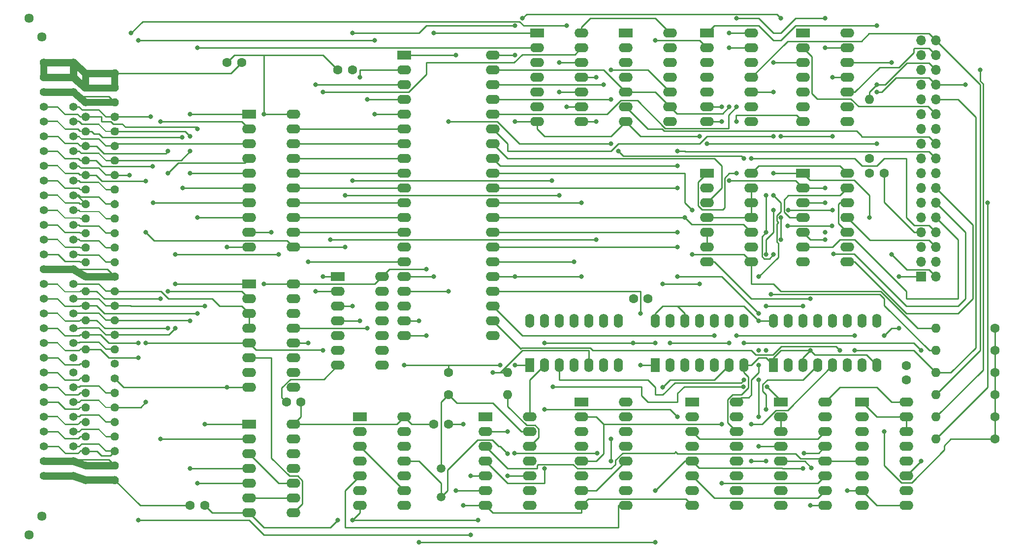
<source format=gbr>
%TF.GenerationSoftware,KiCad,Pcbnew,(5.1.10)-1*%
%TF.CreationDate,2022-01-23T14:02:00+01:00*%
%TF.ProjectId,fdc01,66646330-312e-46b6-9963-61645f706362,rev?*%
%TF.SameCoordinates,Original*%
%TF.FileFunction,Copper,L2,Bot*%
%TF.FilePolarity,Positive*%
%FSLAX46Y46*%
G04 Gerber Fmt 4.6, Leading zero omitted, Abs format (unit mm)*
G04 Created by KiCad (PCBNEW (5.1.10)-1) date 2022-01-23 14:02:00*
%MOMM*%
%LPD*%
G01*
G04 APERTURE LIST*
%TA.AperFunction,SMDPad,CuDef*%
%ADD10C,0.100000*%
%TD*%
%TA.AperFunction,ComponentPad*%
%ADD11C,1.400000*%
%TD*%
%TA.AperFunction,ComponentPad*%
%ADD12C,1.610000*%
%TD*%
%TA.AperFunction,ComponentPad*%
%ADD13O,1.600000X1.600000*%
%TD*%
%TA.AperFunction,ComponentPad*%
%ADD14C,1.600000*%
%TD*%
%TA.AperFunction,ComponentPad*%
%ADD15O,2.400000X1.600000*%
%TD*%
%TA.AperFunction,ComponentPad*%
%ADD16R,2.400000X1.600000*%
%TD*%
%TA.AperFunction,ComponentPad*%
%ADD17C,1.500000*%
%TD*%
%TA.AperFunction,ComponentPad*%
%ADD18O,1.600000X2.400000*%
%TD*%
%TA.AperFunction,ComponentPad*%
%ADD19R,1.600000X2.400000*%
%TD*%
%TA.AperFunction,ComponentPad*%
%ADD20O,1.700000X1.700000*%
%TD*%
%TA.AperFunction,ComponentPad*%
%ADD21R,1.700000X1.700000*%
%TD*%
%TA.AperFunction,ViaPad*%
%ADD22C,0.800000*%
%TD*%
%TA.AperFunction,Conductor*%
%ADD23C,0.250000*%
%TD*%
G04 APERTURE END LIST*
%TA.AperFunction,SMDPad,CuDef*%
D10*
%TO.P,X1,C15*%
%TO.N,Net-(X1-PadC15)*%
G36*
X56292424Y-106782711D02*
G01*
X56279022Y-106850086D01*
X56259081Y-106915823D01*
X56232793Y-106979289D01*
X56200410Y-107039872D01*
X56162245Y-107096990D01*
X56118666Y-107150091D01*
X56070091Y-107198666D01*
X56016990Y-107242245D01*
X55959872Y-107280410D01*
X55899289Y-107312793D01*
X55835823Y-107339081D01*
X55770086Y-107359022D01*
X55702711Y-107372424D01*
X55634347Y-107379157D01*
X55565653Y-107379157D01*
X55497289Y-107372424D01*
X55429914Y-107359022D01*
X55364177Y-107339081D01*
X55300711Y-107312793D01*
X55286132Y-107305000D01*
X50600000Y-107305000D01*
X50591274Y-107304939D01*
X50580592Y-107304267D01*
X50569876Y-107304274D01*
X50550129Y-107302350D01*
X50530332Y-107301105D01*
X50519754Y-107299392D01*
X50509101Y-107298354D01*
X50489645Y-107294515D01*
X50470055Y-107291342D01*
X50459702Y-107288607D01*
X50449193Y-107286533D01*
X50430194Y-107280810D01*
X50411019Y-107275744D01*
X50400980Y-107272011D01*
X50390726Y-107268922D01*
X50372391Y-107261379D01*
X50353786Y-107254460D01*
X50344154Y-107249762D01*
X50334256Y-107245690D01*
X50316744Y-107236393D01*
X50298904Y-107227692D01*
X50289777Y-107222077D01*
X50280323Y-107217058D01*
X48328066Y-106055000D01*
X43400000Y-106055000D01*
X43391274Y-106054939D01*
X43330332Y-106051105D01*
X43270055Y-106041342D01*
X43211019Y-106025744D01*
X43153786Y-106004460D01*
X43098904Y-105977692D01*
X43046896Y-105945696D01*
X42998258Y-105908778D01*
X42953455Y-105867290D01*
X42912914Y-105821627D01*
X42877022Y-105772227D01*
X42846123Y-105719560D01*
X42820510Y-105664129D01*
X42800429Y-105606463D01*
X42786070Y-105547113D01*
X42777572Y-105486645D01*
X42775015Y-105425637D01*
X42778424Y-105364670D01*
X42787765Y-105304326D01*
X42802951Y-105245182D01*
X42823836Y-105187803D01*
X42850220Y-105132735D01*
X42881852Y-105080504D01*
X42918429Y-105031610D01*
X42959604Y-104986518D01*
X43004982Y-104945660D01*
X43054130Y-104909424D01*
X43106580Y-104878158D01*
X43161831Y-104852159D01*
X43219355Y-104831675D01*
X43278604Y-104816903D01*
X43339011Y-104807983D01*
X43400000Y-104805000D01*
X48500000Y-104805000D01*
X48508726Y-104805061D01*
X48519421Y-104805734D01*
X48530125Y-104805727D01*
X48549853Y-104807648D01*
X48569668Y-104808895D01*
X48580248Y-104810609D01*
X48590899Y-104811646D01*
X48610355Y-104815485D01*
X48629945Y-104818658D01*
X48640298Y-104821393D01*
X48650807Y-104823467D01*
X48669809Y-104829190D01*
X48688981Y-104834256D01*
X48699017Y-104837988D01*
X48709275Y-104841078D01*
X48727616Y-104848624D01*
X48746214Y-104855540D01*
X48755846Y-104860238D01*
X48765744Y-104864310D01*
X48783256Y-104873607D01*
X48801096Y-104882308D01*
X48810223Y-104887923D01*
X48819677Y-104892942D01*
X50771935Y-106055000D01*
X55286132Y-106055000D01*
X55300711Y-106047207D01*
X55364177Y-106020919D01*
X55429914Y-106000978D01*
X55497289Y-105987576D01*
X55565653Y-105980843D01*
X55634347Y-105980843D01*
X55702711Y-105987576D01*
X55770086Y-106000978D01*
X55835823Y-106020919D01*
X55899289Y-106047207D01*
X55959872Y-106079590D01*
X56016990Y-106117755D01*
X56070091Y-106161334D01*
X56118666Y-106209909D01*
X56162245Y-106263010D01*
X56200410Y-106320128D01*
X56232793Y-106380711D01*
X56259081Y-106444177D01*
X56279022Y-106509914D01*
X56292424Y-106577289D01*
X56299157Y-106645653D01*
X56299157Y-106714347D01*
X56292424Y-106782711D01*
G37*
%TD.AperFunction*%
%TA.AperFunction,SMDPad,CuDef*%
%TO.P,X1,C29*%
%TO.N,+5P*%
G36*
X56292424Y-141782711D02*
G01*
X56279022Y-141850086D01*
X56259081Y-141915823D01*
X56232793Y-141979289D01*
X56200410Y-142039872D01*
X56162245Y-142096990D01*
X56118666Y-142150091D01*
X56070091Y-142198666D01*
X56016990Y-142242245D01*
X55959872Y-142280410D01*
X55899289Y-142312793D01*
X55835823Y-142339081D01*
X55770086Y-142359022D01*
X55702711Y-142372424D01*
X55634347Y-142379157D01*
X55565653Y-142379157D01*
X55497289Y-142372424D01*
X55429914Y-142359022D01*
X55364177Y-142339081D01*
X55300711Y-142312793D01*
X55286132Y-142305000D01*
X50600000Y-142305000D01*
X50591274Y-142304939D01*
X50586731Y-142304653D01*
X50582168Y-142304746D01*
X50556238Y-142302735D01*
X50530332Y-142301105D01*
X50525836Y-142300377D01*
X50521288Y-142300024D01*
X50495704Y-142295496D01*
X50470055Y-142291342D01*
X50465644Y-142290177D01*
X50461160Y-142289383D01*
X50436146Y-142282383D01*
X50411019Y-142275744D01*
X50406749Y-142274156D01*
X50402357Y-142272927D01*
X48398577Y-141605000D01*
X43400000Y-141605000D01*
X43391274Y-141604939D01*
X43330332Y-141601105D01*
X43270055Y-141591342D01*
X43211019Y-141575744D01*
X43153786Y-141554460D01*
X43098904Y-141527692D01*
X43046896Y-141495696D01*
X42998258Y-141458778D01*
X42953455Y-141417290D01*
X42912914Y-141371627D01*
X42877022Y-141322227D01*
X42846123Y-141269560D01*
X42820510Y-141214129D01*
X42800429Y-141156463D01*
X42786070Y-141097113D01*
X42777572Y-141036645D01*
X42775015Y-140975637D01*
X42778424Y-140914670D01*
X42787765Y-140854326D01*
X42802951Y-140795182D01*
X42823836Y-140737803D01*
X42850220Y-140682735D01*
X42881852Y-140630504D01*
X42918429Y-140581610D01*
X42959604Y-140536518D01*
X43004982Y-140495660D01*
X43054130Y-140459424D01*
X43106580Y-140428158D01*
X43161831Y-140402159D01*
X43219355Y-140381675D01*
X43278604Y-140366903D01*
X43339011Y-140357983D01*
X43400000Y-140355000D01*
X48500000Y-140355000D01*
X48508726Y-140355061D01*
X48513269Y-140355347D01*
X48517832Y-140355254D01*
X48543762Y-140357265D01*
X48569668Y-140358895D01*
X48574164Y-140359623D01*
X48578712Y-140359976D01*
X48604324Y-140364508D01*
X48629945Y-140368658D01*
X48634346Y-140369821D01*
X48638840Y-140370616D01*
X48663883Y-140377625D01*
X48688981Y-140384256D01*
X48693253Y-140385845D01*
X48697642Y-140387073D01*
X50701423Y-141055000D01*
X55286132Y-141055000D01*
X55300711Y-141047207D01*
X55364177Y-141020919D01*
X55429914Y-141000978D01*
X55497289Y-140987576D01*
X55565653Y-140980843D01*
X55634347Y-140980843D01*
X55702711Y-140987576D01*
X55770086Y-141000978D01*
X55835823Y-141020919D01*
X55899289Y-141047207D01*
X55959872Y-141079590D01*
X56016990Y-141117755D01*
X56070091Y-141161334D01*
X56118666Y-141209909D01*
X56162245Y-141263010D01*
X56200410Y-141320128D01*
X56232793Y-141380711D01*
X56259081Y-141444177D01*
X56279022Y-141509914D01*
X56292424Y-141577289D01*
X56299157Y-141645653D01*
X56299157Y-141714347D01*
X56292424Y-141782711D01*
G37*
%TD.AperFunction*%
%TA.AperFunction,SMDPad,CuDef*%
%TO.P,X1,C28*%
%TO.N,Net-(X1-PadC28)*%
G36*
X56292424Y-139282711D02*
G01*
X56279022Y-139350086D01*
X56259081Y-139415823D01*
X56232793Y-139479289D01*
X56200410Y-139539872D01*
X56162245Y-139596990D01*
X56118666Y-139650091D01*
X56070091Y-139698666D01*
X56016990Y-139742245D01*
X55959872Y-139780410D01*
X55899289Y-139812793D01*
X55835823Y-139839081D01*
X55770086Y-139859022D01*
X55702711Y-139872424D01*
X55634347Y-139879157D01*
X55565653Y-139879157D01*
X55497289Y-139872424D01*
X55429914Y-139859022D01*
X55364177Y-139839081D01*
X55300711Y-139812793D01*
X55286132Y-139805000D01*
X50600000Y-139805000D01*
X50591274Y-139804939D01*
X50580091Y-139804235D01*
X50568882Y-139804225D01*
X50549633Y-139802319D01*
X50530332Y-139801105D01*
X50519268Y-139799313D01*
X50508117Y-139798209D01*
X50489150Y-139794435D01*
X50470055Y-139791342D01*
X50459217Y-139788479D01*
X50448229Y-139786292D01*
X50429717Y-139780684D01*
X50411019Y-139775744D01*
X50400521Y-139771840D01*
X50389789Y-139768589D01*
X48391741Y-139055000D01*
X43400000Y-139055000D01*
X43391274Y-139054939D01*
X43330332Y-139051105D01*
X43270055Y-139041342D01*
X43211019Y-139025744D01*
X43153786Y-139004460D01*
X43098904Y-138977692D01*
X43046896Y-138945696D01*
X42998258Y-138908778D01*
X42953455Y-138867290D01*
X42912914Y-138821627D01*
X42877022Y-138772227D01*
X42846123Y-138719560D01*
X42820510Y-138664129D01*
X42800429Y-138606463D01*
X42786070Y-138547113D01*
X42777572Y-138486645D01*
X42775015Y-138425637D01*
X42778424Y-138364670D01*
X42787765Y-138304326D01*
X42802951Y-138245182D01*
X42823836Y-138187803D01*
X42850220Y-138132735D01*
X42881852Y-138080504D01*
X42918429Y-138031610D01*
X42959604Y-137986518D01*
X43004982Y-137945660D01*
X43054130Y-137909424D01*
X43106580Y-137878158D01*
X43161831Y-137852159D01*
X43219355Y-137831675D01*
X43278604Y-137816903D01*
X43339011Y-137807983D01*
X43400000Y-137805000D01*
X48500000Y-137805000D01*
X48508726Y-137805061D01*
X48519909Y-137805765D01*
X48531118Y-137805775D01*
X48550367Y-137807681D01*
X48569668Y-137808895D01*
X48580732Y-137810687D01*
X48591883Y-137811791D01*
X48610850Y-137815565D01*
X48629945Y-137818658D01*
X48640783Y-137821521D01*
X48651771Y-137823708D01*
X48670281Y-137829315D01*
X48688981Y-137834256D01*
X48699482Y-137838161D01*
X48710210Y-137841411D01*
X50708259Y-138555000D01*
X55286132Y-138555000D01*
X55300711Y-138547207D01*
X55364177Y-138520919D01*
X55429914Y-138500978D01*
X55497289Y-138487576D01*
X55565653Y-138480843D01*
X55634347Y-138480843D01*
X55702711Y-138487576D01*
X55770086Y-138500978D01*
X55835823Y-138520919D01*
X55899289Y-138547207D01*
X55959872Y-138579590D01*
X56016990Y-138617755D01*
X56070091Y-138661334D01*
X56118666Y-138709909D01*
X56162245Y-138763010D01*
X56200410Y-138820128D01*
X56232793Y-138880711D01*
X56259081Y-138944177D01*
X56279022Y-139009914D01*
X56292424Y-139077289D01*
X56299157Y-139145653D01*
X56299157Y-139214347D01*
X56292424Y-139282711D01*
G37*
%TD.AperFunction*%
%TA.AperFunction,SMDPad,CuDef*%
%TO.P,X1,A27*%
%TO.N,Net-(X1-PadA27)*%
G36*
X51292424Y-136782711D02*
G01*
X51279022Y-136850086D01*
X51259081Y-136915823D01*
X51232793Y-136979289D01*
X51200410Y-137039872D01*
X51162245Y-137096990D01*
X51118666Y-137150091D01*
X51070091Y-137198666D01*
X51016990Y-137242245D01*
X50959872Y-137280410D01*
X50899289Y-137312793D01*
X50835823Y-137339081D01*
X50770086Y-137359022D01*
X50702711Y-137372424D01*
X50634347Y-137379157D01*
X50565653Y-137379157D01*
X50497289Y-137372424D01*
X50429914Y-137359022D01*
X50364177Y-137339081D01*
X50300711Y-137312793D01*
X50240128Y-137280410D01*
X50183010Y-137242245D01*
X50129909Y-137198666D01*
X50081334Y-137150091D01*
X50037755Y-137096990D01*
X49999590Y-137039872D01*
X49967207Y-136979289D01*
X49940919Y-136915823D01*
X49920978Y-136850086D01*
X49912010Y-136805000D01*
X49751776Y-136805000D01*
X49388389Y-137168388D01*
X49388102Y-137168671D01*
X49388079Y-137168696D01*
X49388050Y-137168722D01*
X49387146Y-137169613D01*
X49383064Y-137173212D01*
X49379004Y-137176868D01*
X49378475Y-137177258D01*
X49377985Y-137177690D01*
X49373585Y-137180863D01*
X49369174Y-137184115D01*
X49368607Y-137184453D01*
X49368080Y-137184833D01*
X49363355Y-137187584D01*
X49358684Y-137190368D01*
X49358100Y-137190643D01*
X49357526Y-137190977D01*
X49352512Y-137193272D01*
X49347634Y-137195568D01*
X49347021Y-137195786D01*
X49346421Y-137196061D01*
X49341274Y-137197833D01*
X49336129Y-137199665D01*
X49335486Y-137199825D01*
X49334874Y-137200036D01*
X49329579Y-137201298D01*
X49324279Y-137202619D01*
X49323637Y-137202714D01*
X49322994Y-137202867D01*
X49317559Y-137203611D01*
X49312198Y-137204403D01*
X49311545Y-137204435D01*
X49310895Y-137204524D01*
X49305451Y-137204733D01*
X49300000Y-137205000D01*
X47100000Y-137205000D01*
X47099602Y-137204997D01*
X47099564Y-137204999D01*
X47099520Y-137204997D01*
X47098255Y-137204988D01*
X47092787Y-137204644D01*
X47087368Y-137204360D01*
X47086722Y-137204262D01*
X47086066Y-137204221D01*
X47080699Y-137203351D01*
X47075293Y-137202534D01*
X47074653Y-137202372D01*
X47074011Y-137202268D01*
X47068749Y-137200878D01*
X47063454Y-137199538D01*
X47062841Y-137199317D01*
X47062204Y-137199149D01*
X47057061Y-137197237D01*
X47051963Y-137195401D01*
X47051375Y-137195122D01*
X47050757Y-137194892D01*
X47045861Y-137192504D01*
X47040931Y-137190163D01*
X47040365Y-137189823D01*
X47039781Y-137189538D01*
X47035123Y-137186673D01*
X47030463Y-137183872D01*
X47029944Y-137183487D01*
X47029379Y-137183139D01*
X47024977Y-137179798D01*
X47020659Y-137176591D01*
X47020180Y-137176157D01*
X47019652Y-137175756D01*
X47015634Y-137172036D01*
X47011611Y-137168388D01*
X45848224Y-136005000D01*
X43400000Y-136005000D01*
X43398255Y-136004988D01*
X43386066Y-136004221D01*
X43374011Y-136002268D01*
X43362204Y-135999149D01*
X43350757Y-135994892D01*
X43339781Y-135989538D01*
X43329379Y-135983139D01*
X43319652Y-135975756D01*
X43310691Y-135967458D01*
X43302583Y-135958325D01*
X43295404Y-135948445D01*
X43289225Y-135937912D01*
X43284102Y-135926826D01*
X43280086Y-135915293D01*
X43277214Y-135903423D01*
X43275514Y-135891329D01*
X43275003Y-135879127D01*
X43275685Y-135866934D01*
X43277553Y-135854865D01*
X43280590Y-135843036D01*
X43284767Y-135831561D01*
X43290044Y-135820547D01*
X43296370Y-135810101D01*
X43303686Y-135800322D01*
X43311921Y-135791304D01*
X43320996Y-135783132D01*
X43330826Y-135775885D01*
X43341316Y-135769632D01*
X43352366Y-135764432D01*
X43363871Y-135760335D01*
X43375721Y-135757381D01*
X43387802Y-135755597D01*
X43400000Y-135755000D01*
X45900000Y-135755000D01*
X45900398Y-135755003D01*
X45900436Y-135755001D01*
X45900480Y-135755003D01*
X45901745Y-135755012D01*
X45907213Y-135755356D01*
X45912632Y-135755640D01*
X45913278Y-135755738D01*
X45913934Y-135755779D01*
X45919301Y-135756649D01*
X45924707Y-135757466D01*
X45925347Y-135757628D01*
X45925989Y-135757732D01*
X45931251Y-135759122D01*
X45936546Y-135760462D01*
X45937159Y-135760683D01*
X45937796Y-135760851D01*
X45942939Y-135762763D01*
X45948037Y-135764599D01*
X45948625Y-135764878D01*
X45949243Y-135765108D01*
X45954139Y-135767496D01*
X45959069Y-135769837D01*
X45959635Y-135770177D01*
X45960219Y-135770462D01*
X45964838Y-135773303D01*
X45969537Y-135776127D01*
X45970063Y-135776518D01*
X45970621Y-135776861D01*
X45974996Y-135780182D01*
X45979341Y-135783409D01*
X45979819Y-135783843D01*
X45980348Y-135784244D01*
X45984392Y-135787988D01*
X45988388Y-135791612D01*
X47151777Y-136955000D01*
X49248223Y-136955000D01*
X49611612Y-136591612D01*
X49611893Y-136591334D01*
X49611921Y-136591304D01*
X49611955Y-136591273D01*
X49612854Y-136590386D01*
X49616965Y-136586762D01*
X49620996Y-136583132D01*
X49621525Y-136582742D01*
X49622015Y-136582310D01*
X49626443Y-136579117D01*
X49630826Y-136575885D01*
X49631386Y-136575551D01*
X49631920Y-136575166D01*
X49636666Y-136572404D01*
X49641316Y-136569632D01*
X49641904Y-136569355D01*
X49642475Y-136569023D01*
X49647468Y-136566737D01*
X49652366Y-136564432D01*
X49652979Y-136564214D01*
X49653579Y-136563939D01*
X49658726Y-136562167D01*
X49663871Y-136560335D01*
X49664514Y-136560175D01*
X49665126Y-136559964D01*
X49670421Y-136558702D01*
X49675721Y-136557381D01*
X49676363Y-136557286D01*
X49677006Y-136557133D01*
X49682441Y-136556389D01*
X49687802Y-136555597D01*
X49688455Y-136555565D01*
X49689105Y-136555476D01*
X49694549Y-136555267D01*
X49700000Y-136555000D01*
X49912010Y-136555000D01*
X49920978Y-136509914D01*
X49940919Y-136444177D01*
X49967207Y-136380711D01*
X49999590Y-136320128D01*
X50037755Y-136263010D01*
X50081334Y-136209909D01*
X50129909Y-136161334D01*
X50183010Y-136117755D01*
X50240128Y-136079590D01*
X50300711Y-136047207D01*
X50364177Y-136020919D01*
X50429914Y-136000978D01*
X50497289Y-135987576D01*
X50565653Y-135980843D01*
X50634347Y-135980843D01*
X50702711Y-135987576D01*
X50770086Y-136000978D01*
X50835823Y-136020919D01*
X50899289Y-136047207D01*
X50959872Y-136079590D01*
X51016990Y-136117755D01*
X51070091Y-136161334D01*
X51118666Y-136209909D01*
X51162245Y-136263010D01*
X51200410Y-136320128D01*
X51232793Y-136380711D01*
X51259081Y-136444177D01*
X51279022Y-136509914D01*
X51292424Y-136577289D01*
X51299157Y-136645653D01*
X51299157Y-136714347D01*
X51292424Y-136782711D01*
G37*
%TD.AperFunction*%
%TA.AperFunction,SMDPad,CuDef*%
%TO.P,X1,A26*%
%TO.N,Net-(X1-PadA26)*%
G36*
X51292424Y-134282711D02*
G01*
X51279022Y-134350086D01*
X51259081Y-134415823D01*
X51232793Y-134479289D01*
X51200410Y-134539872D01*
X51162245Y-134596990D01*
X51118666Y-134650091D01*
X51070091Y-134698666D01*
X51016990Y-134742245D01*
X50959872Y-134780410D01*
X50899289Y-134812793D01*
X50835823Y-134839081D01*
X50770086Y-134859022D01*
X50702711Y-134872424D01*
X50634347Y-134879157D01*
X50565653Y-134879157D01*
X50497289Y-134872424D01*
X50429914Y-134859022D01*
X50364177Y-134839081D01*
X50300711Y-134812793D01*
X50240128Y-134780410D01*
X50183010Y-134742245D01*
X50129909Y-134698666D01*
X50081334Y-134650091D01*
X50037755Y-134596990D01*
X49999590Y-134539872D01*
X49967207Y-134479289D01*
X49940919Y-134415823D01*
X49920978Y-134350086D01*
X49912010Y-134305000D01*
X49751776Y-134305000D01*
X49388389Y-134668388D01*
X49388102Y-134668671D01*
X49388079Y-134668696D01*
X49388050Y-134668722D01*
X49387146Y-134669613D01*
X49383064Y-134673212D01*
X49379004Y-134676868D01*
X49378475Y-134677258D01*
X49377985Y-134677690D01*
X49373585Y-134680863D01*
X49369174Y-134684115D01*
X49368607Y-134684453D01*
X49368080Y-134684833D01*
X49363355Y-134687584D01*
X49358684Y-134690368D01*
X49358100Y-134690643D01*
X49357526Y-134690977D01*
X49352512Y-134693272D01*
X49347634Y-134695568D01*
X49347021Y-134695786D01*
X49346421Y-134696061D01*
X49341274Y-134697833D01*
X49336129Y-134699665D01*
X49335486Y-134699825D01*
X49334874Y-134700036D01*
X49329579Y-134701298D01*
X49324279Y-134702619D01*
X49323637Y-134702714D01*
X49322994Y-134702867D01*
X49317559Y-134703611D01*
X49312198Y-134704403D01*
X49311545Y-134704435D01*
X49310895Y-134704524D01*
X49305451Y-134704733D01*
X49300000Y-134705000D01*
X47100000Y-134705000D01*
X47099602Y-134704997D01*
X47099564Y-134704999D01*
X47099520Y-134704997D01*
X47098255Y-134704988D01*
X47092787Y-134704644D01*
X47087368Y-134704360D01*
X47086722Y-134704262D01*
X47086066Y-134704221D01*
X47080699Y-134703351D01*
X47075293Y-134702534D01*
X47074653Y-134702372D01*
X47074011Y-134702268D01*
X47068749Y-134700878D01*
X47063454Y-134699538D01*
X47062841Y-134699317D01*
X47062204Y-134699149D01*
X47057061Y-134697237D01*
X47051963Y-134695401D01*
X47051375Y-134695122D01*
X47050757Y-134694892D01*
X47045861Y-134692504D01*
X47040931Y-134690163D01*
X47040365Y-134689823D01*
X47039781Y-134689538D01*
X47035123Y-134686673D01*
X47030463Y-134683872D01*
X47029944Y-134683487D01*
X47029379Y-134683139D01*
X47024977Y-134679798D01*
X47020659Y-134676591D01*
X47020180Y-134676157D01*
X47019652Y-134675756D01*
X47015634Y-134672036D01*
X47011611Y-134668388D01*
X45848224Y-133505000D01*
X43400000Y-133505000D01*
X43398255Y-133504988D01*
X43386066Y-133504221D01*
X43374011Y-133502268D01*
X43362204Y-133499149D01*
X43350757Y-133494892D01*
X43339781Y-133489538D01*
X43329379Y-133483139D01*
X43319652Y-133475756D01*
X43310691Y-133467458D01*
X43302583Y-133458325D01*
X43295404Y-133448445D01*
X43289225Y-133437912D01*
X43284102Y-133426826D01*
X43280086Y-133415293D01*
X43277214Y-133403423D01*
X43275514Y-133391329D01*
X43275003Y-133379127D01*
X43275685Y-133366934D01*
X43277553Y-133354865D01*
X43280590Y-133343036D01*
X43284767Y-133331561D01*
X43290044Y-133320547D01*
X43296370Y-133310101D01*
X43303686Y-133300322D01*
X43311921Y-133291304D01*
X43320996Y-133283132D01*
X43330826Y-133275885D01*
X43341316Y-133269632D01*
X43352366Y-133264432D01*
X43363871Y-133260335D01*
X43375721Y-133257381D01*
X43387802Y-133255597D01*
X43400000Y-133255000D01*
X45900000Y-133255000D01*
X45900398Y-133255003D01*
X45900436Y-133255001D01*
X45900480Y-133255003D01*
X45901745Y-133255012D01*
X45907213Y-133255356D01*
X45912632Y-133255640D01*
X45913278Y-133255738D01*
X45913934Y-133255779D01*
X45919301Y-133256649D01*
X45924707Y-133257466D01*
X45925347Y-133257628D01*
X45925989Y-133257732D01*
X45931251Y-133259122D01*
X45936546Y-133260462D01*
X45937159Y-133260683D01*
X45937796Y-133260851D01*
X45942939Y-133262763D01*
X45948037Y-133264599D01*
X45948625Y-133264878D01*
X45949243Y-133265108D01*
X45954139Y-133267496D01*
X45959069Y-133269837D01*
X45959635Y-133270177D01*
X45960219Y-133270462D01*
X45964838Y-133273303D01*
X45969537Y-133276127D01*
X45970063Y-133276518D01*
X45970621Y-133276861D01*
X45974996Y-133280182D01*
X45979341Y-133283409D01*
X45979819Y-133283843D01*
X45980348Y-133284244D01*
X45984392Y-133287988D01*
X45988388Y-133291612D01*
X47151777Y-134455000D01*
X49248223Y-134455000D01*
X49611612Y-134091612D01*
X49611893Y-134091334D01*
X49611921Y-134091304D01*
X49611955Y-134091273D01*
X49612854Y-134090386D01*
X49616965Y-134086762D01*
X49620996Y-134083132D01*
X49621525Y-134082742D01*
X49622015Y-134082310D01*
X49626443Y-134079117D01*
X49630826Y-134075885D01*
X49631386Y-134075551D01*
X49631920Y-134075166D01*
X49636666Y-134072404D01*
X49641316Y-134069632D01*
X49641904Y-134069355D01*
X49642475Y-134069023D01*
X49647468Y-134066737D01*
X49652366Y-134064432D01*
X49652979Y-134064214D01*
X49653579Y-134063939D01*
X49658726Y-134062167D01*
X49663871Y-134060335D01*
X49664514Y-134060175D01*
X49665126Y-134059964D01*
X49670421Y-134058702D01*
X49675721Y-134057381D01*
X49676363Y-134057286D01*
X49677006Y-134057133D01*
X49682441Y-134056389D01*
X49687802Y-134055597D01*
X49688455Y-134055565D01*
X49689105Y-134055476D01*
X49694549Y-134055267D01*
X49700000Y-134055000D01*
X49912010Y-134055000D01*
X49920978Y-134009914D01*
X49940919Y-133944177D01*
X49967207Y-133880711D01*
X49999590Y-133820128D01*
X50037755Y-133763010D01*
X50081334Y-133709909D01*
X50129909Y-133661334D01*
X50183010Y-133617755D01*
X50240128Y-133579590D01*
X50300711Y-133547207D01*
X50364177Y-133520919D01*
X50429914Y-133500978D01*
X50497289Y-133487576D01*
X50565653Y-133480843D01*
X50634347Y-133480843D01*
X50702711Y-133487576D01*
X50770086Y-133500978D01*
X50835823Y-133520919D01*
X50899289Y-133547207D01*
X50959872Y-133579590D01*
X51016990Y-133617755D01*
X51070091Y-133661334D01*
X51118666Y-133709909D01*
X51162245Y-133763010D01*
X51200410Y-133820128D01*
X51232793Y-133880711D01*
X51259081Y-133944177D01*
X51279022Y-134009914D01*
X51292424Y-134077289D01*
X51299157Y-134145653D01*
X51299157Y-134214347D01*
X51292424Y-134282711D01*
G37*
%TD.AperFunction*%
%TA.AperFunction,SMDPad,CuDef*%
%TO.P,X1,A25*%
%TO.N,Net-(X1-PadA25)*%
G36*
X51292424Y-131782711D02*
G01*
X51279022Y-131850086D01*
X51259081Y-131915823D01*
X51232793Y-131979289D01*
X51200410Y-132039872D01*
X51162245Y-132096990D01*
X51118666Y-132150091D01*
X51070091Y-132198666D01*
X51016990Y-132242245D01*
X50959872Y-132280410D01*
X50899289Y-132312793D01*
X50835823Y-132339081D01*
X50770086Y-132359022D01*
X50702711Y-132372424D01*
X50634347Y-132379157D01*
X50565653Y-132379157D01*
X50497289Y-132372424D01*
X50429914Y-132359022D01*
X50364177Y-132339081D01*
X50300711Y-132312793D01*
X50240128Y-132280410D01*
X50183010Y-132242245D01*
X50129909Y-132198666D01*
X50081334Y-132150091D01*
X50037755Y-132096990D01*
X49999590Y-132039872D01*
X49967207Y-131979289D01*
X49940919Y-131915823D01*
X49920978Y-131850086D01*
X49912010Y-131805000D01*
X49751776Y-131805000D01*
X49388389Y-132168388D01*
X49388102Y-132168671D01*
X49388079Y-132168696D01*
X49388050Y-132168722D01*
X49387146Y-132169613D01*
X49383064Y-132173212D01*
X49379004Y-132176868D01*
X49378475Y-132177258D01*
X49377985Y-132177690D01*
X49373585Y-132180863D01*
X49369174Y-132184115D01*
X49368607Y-132184453D01*
X49368080Y-132184833D01*
X49363355Y-132187584D01*
X49358684Y-132190368D01*
X49358100Y-132190643D01*
X49357526Y-132190977D01*
X49352512Y-132193272D01*
X49347634Y-132195568D01*
X49347021Y-132195786D01*
X49346421Y-132196061D01*
X49341274Y-132197833D01*
X49336129Y-132199665D01*
X49335486Y-132199825D01*
X49334874Y-132200036D01*
X49329579Y-132201298D01*
X49324279Y-132202619D01*
X49323637Y-132202714D01*
X49322994Y-132202867D01*
X49317559Y-132203611D01*
X49312198Y-132204403D01*
X49311545Y-132204435D01*
X49310895Y-132204524D01*
X49305451Y-132204733D01*
X49300000Y-132205000D01*
X47100000Y-132205000D01*
X47099602Y-132204997D01*
X47099564Y-132204999D01*
X47099520Y-132204997D01*
X47098255Y-132204988D01*
X47092837Y-132204647D01*
X47087369Y-132204361D01*
X47086713Y-132204262D01*
X47086066Y-132204221D01*
X47080734Y-132203357D01*
X47075293Y-132202534D01*
X47074653Y-132202372D01*
X47074011Y-132202268D01*
X47068749Y-132200878D01*
X47063454Y-132199538D01*
X47062840Y-132199317D01*
X47062204Y-132199149D01*
X47057091Y-132197248D01*
X47051964Y-132195402D01*
X47051370Y-132195120D01*
X47050757Y-132194892D01*
X47045879Y-132192512D01*
X47040931Y-132190163D01*
X47040365Y-132189823D01*
X47039781Y-132189538D01*
X47035162Y-132186697D01*
X47030463Y-132183873D01*
X47029936Y-132183482D01*
X47029379Y-132183139D01*
X47025038Y-132179844D01*
X47020659Y-132176592D01*
X47020174Y-132176152D01*
X47019652Y-132175756D01*
X47015660Y-132172059D01*
X47011612Y-132168389D01*
X45748224Y-130905000D01*
X43400000Y-130905000D01*
X43398255Y-130904988D01*
X43386066Y-130904221D01*
X43374011Y-130902268D01*
X43362204Y-130899149D01*
X43350757Y-130894892D01*
X43339781Y-130889538D01*
X43329379Y-130883139D01*
X43319652Y-130875756D01*
X43310691Y-130867458D01*
X43302583Y-130858325D01*
X43295404Y-130848445D01*
X43289225Y-130837912D01*
X43284102Y-130826826D01*
X43280086Y-130815293D01*
X43277214Y-130803423D01*
X43275514Y-130791329D01*
X43275003Y-130779127D01*
X43275685Y-130766934D01*
X43277553Y-130754865D01*
X43280590Y-130743036D01*
X43284767Y-130731561D01*
X43290044Y-130720547D01*
X43296370Y-130710101D01*
X43303686Y-130700322D01*
X43311921Y-130691304D01*
X43320996Y-130683132D01*
X43330826Y-130675885D01*
X43341316Y-130669632D01*
X43352366Y-130664432D01*
X43363871Y-130660335D01*
X43375721Y-130657381D01*
X43387802Y-130655597D01*
X43400000Y-130655000D01*
X45800000Y-130655000D01*
X45800398Y-130655003D01*
X45800436Y-130655001D01*
X45800480Y-130655003D01*
X45801745Y-130655012D01*
X45807213Y-130655356D01*
X45812632Y-130655640D01*
X45813278Y-130655738D01*
X45813934Y-130655779D01*
X45819301Y-130656649D01*
X45824707Y-130657466D01*
X45825347Y-130657628D01*
X45825989Y-130657732D01*
X45831251Y-130659122D01*
X45836546Y-130660462D01*
X45837159Y-130660683D01*
X45837796Y-130660851D01*
X45842939Y-130662763D01*
X45848037Y-130664599D01*
X45848625Y-130664878D01*
X45849243Y-130665108D01*
X45854139Y-130667496D01*
X45859069Y-130669837D01*
X45859635Y-130670177D01*
X45860219Y-130670462D01*
X45864838Y-130673303D01*
X45869537Y-130676127D01*
X45870063Y-130676518D01*
X45870621Y-130676861D01*
X45874996Y-130680182D01*
X45879341Y-130683409D01*
X45879819Y-130683843D01*
X45880348Y-130684244D01*
X45884392Y-130687988D01*
X45888388Y-130691612D01*
X47151777Y-131955000D01*
X49248223Y-131955000D01*
X49611612Y-131591612D01*
X49611893Y-131591334D01*
X49611921Y-131591304D01*
X49611955Y-131591273D01*
X49612854Y-131590386D01*
X49616965Y-131586762D01*
X49620996Y-131583132D01*
X49621525Y-131582742D01*
X49622015Y-131582310D01*
X49626443Y-131579117D01*
X49630826Y-131575885D01*
X49631386Y-131575551D01*
X49631920Y-131575166D01*
X49636666Y-131572404D01*
X49641316Y-131569632D01*
X49641904Y-131569355D01*
X49642475Y-131569023D01*
X49647468Y-131566737D01*
X49652366Y-131564432D01*
X49652979Y-131564214D01*
X49653579Y-131563939D01*
X49658726Y-131562167D01*
X49663871Y-131560335D01*
X49664514Y-131560175D01*
X49665126Y-131559964D01*
X49670421Y-131558702D01*
X49675721Y-131557381D01*
X49676363Y-131557286D01*
X49677006Y-131557133D01*
X49682441Y-131556389D01*
X49687802Y-131555597D01*
X49688455Y-131555565D01*
X49689105Y-131555476D01*
X49694549Y-131555267D01*
X49700000Y-131555000D01*
X49912010Y-131555000D01*
X49920978Y-131509914D01*
X49940919Y-131444177D01*
X49967207Y-131380711D01*
X49999590Y-131320128D01*
X50037755Y-131263010D01*
X50081334Y-131209909D01*
X50129909Y-131161334D01*
X50183010Y-131117755D01*
X50240128Y-131079590D01*
X50300711Y-131047207D01*
X50364177Y-131020919D01*
X50429914Y-131000978D01*
X50497289Y-130987576D01*
X50565653Y-130980843D01*
X50634347Y-130980843D01*
X50702711Y-130987576D01*
X50770086Y-131000978D01*
X50835823Y-131020919D01*
X50899289Y-131047207D01*
X50959872Y-131079590D01*
X51016990Y-131117755D01*
X51070091Y-131161334D01*
X51118666Y-131209909D01*
X51162245Y-131263010D01*
X51200410Y-131320128D01*
X51232793Y-131380711D01*
X51259081Y-131444177D01*
X51279022Y-131509914D01*
X51292424Y-131577289D01*
X51299157Y-131645653D01*
X51299157Y-131714347D01*
X51292424Y-131782711D01*
G37*
%TD.AperFunction*%
%TA.AperFunction,SMDPad,CuDef*%
%TO.P,X1,A24*%
%TO.N,Net-(X1-PadA24)*%
G36*
X51292424Y-129282711D02*
G01*
X51279022Y-129350086D01*
X51259081Y-129415823D01*
X51232793Y-129479289D01*
X51200410Y-129539872D01*
X51162245Y-129596990D01*
X51118666Y-129650091D01*
X51070091Y-129698666D01*
X51016990Y-129742245D01*
X50959872Y-129780410D01*
X50899289Y-129812793D01*
X50835823Y-129839081D01*
X50770086Y-129859022D01*
X50702711Y-129872424D01*
X50634347Y-129879157D01*
X50565653Y-129879157D01*
X50497289Y-129872424D01*
X50429914Y-129859022D01*
X50364177Y-129839081D01*
X50300711Y-129812793D01*
X50240128Y-129780410D01*
X50183010Y-129742245D01*
X50129909Y-129698666D01*
X50081334Y-129650091D01*
X50037755Y-129596990D01*
X49999590Y-129539872D01*
X49967207Y-129479289D01*
X49940919Y-129415823D01*
X49920978Y-129350086D01*
X49912010Y-129305000D01*
X49751776Y-129305000D01*
X49488388Y-129568388D01*
X49488107Y-129568666D01*
X49488079Y-129568696D01*
X49488045Y-129568727D01*
X49487146Y-129569614D01*
X49483035Y-129573238D01*
X49479004Y-129576868D01*
X49478475Y-129577258D01*
X49477985Y-129577690D01*
X49473585Y-129580863D01*
X49469174Y-129584115D01*
X49468607Y-129584453D01*
X49468080Y-129584833D01*
X49463374Y-129587572D01*
X49458684Y-129590368D01*
X49458095Y-129590645D01*
X49457525Y-129590977D01*
X49452532Y-129593263D01*
X49447634Y-129595568D01*
X49447021Y-129595786D01*
X49446421Y-129596061D01*
X49441274Y-129597833D01*
X49436129Y-129599665D01*
X49435486Y-129599825D01*
X49434874Y-129600036D01*
X49429579Y-129601298D01*
X49424279Y-129602619D01*
X49423637Y-129602714D01*
X49422994Y-129602867D01*
X49417559Y-129603611D01*
X49412198Y-129604403D01*
X49411545Y-129604435D01*
X49410895Y-129604524D01*
X49405451Y-129604733D01*
X49400000Y-129605000D01*
X47100000Y-129605000D01*
X47099602Y-129604997D01*
X47099564Y-129604999D01*
X47099520Y-129604997D01*
X47098255Y-129604988D01*
X47092787Y-129604644D01*
X47087368Y-129604360D01*
X47086722Y-129604262D01*
X47086066Y-129604221D01*
X47080699Y-129603351D01*
X47075293Y-129602534D01*
X47074653Y-129602372D01*
X47074011Y-129602268D01*
X47068749Y-129600878D01*
X47063454Y-129599538D01*
X47062841Y-129599317D01*
X47062204Y-129599149D01*
X47057061Y-129597237D01*
X47051963Y-129595401D01*
X47051375Y-129595122D01*
X47050757Y-129594892D01*
X47045861Y-129592504D01*
X47040931Y-129590163D01*
X47040365Y-129589823D01*
X47039781Y-129589538D01*
X47035123Y-129586673D01*
X47030463Y-129583872D01*
X47029944Y-129583487D01*
X47029379Y-129583139D01*
X47024977Y-129579798D01*
X47020659Y-129576591D01*
X47020180Y-129576157D01*
X47019652Y-129575756D01*
X47015634Y-129572036D01*
X47011611Y-129568388D01*
X45848224Y-128405000D01*
X43400000Y-128405000D01*
X43398255Y-128404988D01*
X43386066Y-128404221D01*
X43374011Y-128402268D01*
X43362204Y-128399149D01*
X43350757Y-128394892D01*
X43339781Y-128389538D01*
X43329379Y-128383139D01*
X43319652Y-128375756D01*
X43310691Y-128367458D01*
X43302583Y-128358325D01*
X43295404Y-128348445D01*
X43289225Y-128337912D01*
X43284102Y-128326826D01*
X43280086Y-128315293D01*
X43277214Y-128303423D01*
X43275514Y-128291329D01*
X43275003Y-128279127D01*
X43275685Y-128266934D01*
X43277553Y-128254865D01*
X43280590Y-128243036D01*
X43284767Y-128231561D01*
X43290044Y-128220547D01*
X43296370Y-128210101D01*
X43303686Y-128200322D01*
X43311921Y-128191304D01*
X43320996Y-128183132D01*
X43330826Y-128175885D01*
X43341316Y-128169632D01*
X43352366Y-128164432D01*
X43363871Y-128160335D01*
X43375721Y-128157381D01*
X43387802Y-128155597D01*
X43400000Y-128155000D01*
X45900000Y-128155000D01*
X45900398Y-128155003D01*
X45900436Y-128155001D01*
X45900480Y-128155003D01*
X45901745Y-128155012D01*
X45907213Y-128155356D01*
X45912632Y-128155640D01*
X45913278Y-128155738D01*
X45913934Y-128155779D01*
X45919301Y-128156649D01*
X45924707Y-128157466D01*
X45925347Y-128157628D01*
X45925989Y-128157732D01*
X45931251Y-128159122D01*
X45936546Y-128160462D01*
X45937159Y-128160683D01*
X45937796Y-128160851D01*
X45942939Y-128162763D01*
X45948037Y-128164599D01*
X45948625Y-128164878D01*
X45949243Y-128165108D01*
X45954139Y-128167496D01*
X45959069Y-128169837D01*
X45959635Y-128170177D01*
X45960219Y-128170462D01*
X45964838Y-128173303D01*
X45969537Y-128176127D01*
X45970063Y-128176518D01*
X45970621Y-128176861D01*
X45974996Y-128180182D01*
X45979341Y-128183409D01*
X45979819Y-128183843D01*
X45980348Y-128184244D01*
X45984392Y-128187988D01*
X45988388Y-128191612D01*
X47151777Y-129355000D01*
X49348224Y-129355000D01*
X49611612Y-129091612D01*
X49611893Y-129091334D01*
X49611921Y-129091304D01*
X49611955Y-129091273D01*
X49612854Y-129090386D01*
X49616965Y-129086762D01*
X49620996Y-129083132D01*
X49621525Y-129082742D01*
X49622015Y-129082310D01*
X49626443Y-129079117D01*
X49630826Y-129075885D01*
X49631386Y-129075551D01*
X49631920Y-129075166D01*
X49636666Y-129072404D01*
X49641316Y-129069632D01*
X49641904Y-129069355D01*
X49642475Y-129069023D01*
X49647468Y-129066737D01*
X49652366Y-129064432D01*
X49652979Y-129064214D01*
X49653579Y-129063939D01*
X49658726Y-129062167D01*
X49663871Y-129060335D01*
X49664514Y-129060175D01*
X49665126Y-129059964D01*
X49670421Y-129058702D01*
X49675721Y-129057381D01*
X49676363Y-129057286D01*
X49677006Y-129057133D01*
X49682441Y-129056389D01*
X49687802Y-129055597D01*
X49688455Y-129055565D01*
X49689105Y-129055476D01*
X49694549Y-129055267D01*
X49700000Y-129055000D01*
X49912010Y-129055000D01*
X49920978Y-129009914D01*
X49940919Y-128944177D01*
X49967207Y-128880711D01*
X49999590Y-128820128D01*
X50037755Y-128763010D01*
X50081334Y-128709909D01*
X50129909Y-128661334D01*
X50183010Y-128617755D01*
X50240128Y-128579590D01*
X50300711Y-128547207D01*
X50364177Y-128520919D01*
X50429914Y-128500978D01*
X50497289Y-128487576D01*
X50565653Y-128480843D01*
X50634347Y-128480843D01*
X50702711Y-128487576D01*
X50770086Y-128500978D01*
X50835823Y-128520919D01*
X50899289Y-128547207D01*
X50959872Y-128579590D01*
X51016990Y-128617755D01*
X51070091Y-128661334D01*
X51118666Y-128709909D01*
X51162245Y-128763010D01*
X51200410Y-128820128D01*
X51232793Y-128880711D01*
X51259081Y-128944177D01*
X51279022Y-129009914D01*
X51292424Y-129077289D01*
X51299157Y-129145653D01*
X51299157Y-129214347D01*
X51292424Y-129282711D01*
G37*
%TD.AperFunction*%
%TA.AperFunction,SMDPad,CuDef*%
%TO.P,X1,A23*%
%TO.N,Net-(X1-PadA23)*%
G36*
X51292424Y-126782711D02*
G01*
X51279022Y-126850086D01*
X51259081Y-126915823D01*
X51232793Y-126979289D01*
X51200410Y-127039872D01*
X51162245Y-127096990D01*
X51118666Y-127150091D01*
X51070091Y-127198666D01*
X51016990Y-127242245D01*
X50959872Y-127280410D01*
X50899289Y-127312793D01*
X50835823Y-127339081D01*
X50770086Y-127359022D01*
X50702711Y-127372424D01*
X50634347Y-127379157D01*
X50565653Y-127379157D01*
X50497289Y-127372424D01*
X50429914Y-127359022D01*
X50364177Y-127339081D01*
X50300711Y-127312793D01*
X50240128Y-127280410D01*
X50183010Y-127242245D01*
X50129909Y-127198666D01*
X50081334Y-127150091D01*
X50037755Y-127096990D01*
X49999590Y-127039872D01*
X49967207Y-126979289D01*
X49940919Y-126915823D01*
X49920978Y-126850086D01*
X49912010Y-126805000D01*
X49751776Y-126805000D01*
X49488388Y-127068388D01*
X49488107Y-127068666D01*
X49488079Y-127068696D01*
X49488045Y-127068727D01*
X49487146Y-127069614D01*
X49483035Y-127073238D01*
X49479004Y-127076868D01*
X49478475Y-127077258D01*
X49477985Y-127077690D01*
X49473585Y-127080863D01*
X49469174Y-127084115D01*
X49468607Y-127084453D01*
X49468080Y-127084833D01*
X49463374Y-127087572D01*
X49458684Y-127090368D01*
X49458095Y-127090645D01*
X49457525Y-127090977D01*
X49452532Y-127093263D01*
X49447634Y-127095568D01*
X49447021Y-127095786D01*
X49446421Y-127096061D01*
X49441274Y-127097833D01*
X49436129Y-127099665D01*
X49435486Y-127099825D01*
X49434874Y-127100036D01*
X49429579Y-127101298D01*
X49424279Y-127102619D01*
X49423637Y-127102714D01*
X49422994Y-127102867D01*
X49417559Y-127103611D01*
X49412198Y-127104403D01*
X49411545Y-127104435D01*
X49410895Y-127104524D01*
X49405451Y-127104733D01*
X49400000Y-127105000D01*
X47100000Y-127105000D01*
X47099602Y-127104997D01*
X47099564Y-127104999D01*
X47099520Y-127104997D01*
X47098255Y-127104988D01*
X47092787Y-127104644D01*
X47087368Y-127104360D01*
X47086722Y-127104262D01*
X47086066Y-127104221D01*
X47080699Y-127103351D01*
X47075293Y-127102534D01*
X47074653Y-127102372D01*
X47074011Y-127102268D01*
X47068749Y-127100878D01*
X47063454Y-127099538D01*
X47062841Y-127099317D01*
X47062204Y-127099149D01*
X47057061Y-127097237D01*
X47051963Y-127095401D01*
X47051375Y-127095122D01*
X47050757Y-127094892D01*
X47045861Y-127092504D01*
X47040931Y-127090163D01*
X47040365Y-127089823D01*
X47039781Y-127089538D01*
X47035123Y-127086673D01*
X47030463Y-127083872D01*
X47029944Y-127083487D01*
X47029379Y-127083139D01*
X47024977Y-127079798D01*
X47020659Y-127076591D01*
X47020180Y-127076157D01*
X47019652Y-127075756D01*
X47015634Y-127072036D01*
X47011611Y-127068388D01*
X45848224Y-125905000D01*
X43400000Y-125905000D01*
X43398255Y-125904988D01*
X43386066Y-125904221D01*
X43374011Y-125902268D01*
X43362204Y-125899149D01*
X43350757Y-125894892D01*
X43339781Y-125889538D01*
X43329379Y-125883139D01*
X43319652Y-125875756D01*
X43310691Y-125867458D01*
X43302583Y-125858325D01*
X43295404Y-125848445D01*
X43289225Y-125837912D01*
X43284102Y-125826826D01*
X43280086Y-125815293D01*
X43277214Y-125803423D01*
X43275514Y-125791329D01*
X43275003Y-125779127D01*
X43275685Y-125766934D01*
X43277553Y-125754865D01*
X43280590Y-125743036D01*
X43284767Y-125731561D01*
X43290044Y-125720547D01*
X43296370Y-125710101D01*
X43303686Y-125700322D01*
X43311921Y-125691304D01*
X43320996Y-125683132D01*
X43330826Y-125675885D01*
X43341316Y-125669632D01*
X43352366Y-125664432D01*
X43363871Y-125660335D01*
X43375721Y-125657381D01*
X43387802Y-125655597D01*
X43400000Y-125655000D01*
X45900000Y-125655000D01*
X45900398Y-125655003D01*
X45900436Y-125655001D01*
X45900480Y-125655003D01*
X45901745Y-125655012D01*
X45907213Y-125655356D01*
X45912632Y-125655640D01*
X45913278Y-125655738D01*
X45913934Y-125655779D01*
X45919301Y-125656649D01*
X45924707Y-125657466D01*
X45925347Y-125657628D01*
X45925989Y-125657732D01*
X45931251Y-125659122D01*
X45936546Y-125660462D01*
X45937159Y-125660683D01*
X45937796Y-125660851D01*
X45942939Y-125662763D01*
X45948037Y-125664599D01*
X45948625Y-125664878D01*
X45949243Y-125665108D01*
X45954139Y-125667496D01*
X45959069Y-125669837D01*
X45959635Y-125670177D01*
X45960219Y-125670462D01*
X45964838Y-125673303D01*
X45969537Y-125676127D01*
X45970063Y-125676518D01*
X45970621Y-125676861D01*
X45974996Y-125680182D01*
X45979341Y-125683409D01*
X45979819Y-125683843D01*
X45980348Y-125684244D01*
X45984392Y-125687988D01*
X45988388Y-125691612D01*
X47151777Y-126855000D01*
X49348224Y-126855000D01*
X49611612Y-126591612D01*
X49611893Y-126591334D01*
X49611921Y-126591304D01*
X49611955Y-126591273D01*
X49612854Y-126590386D01*
X49616965Y-126586762D01*
X49620996Y-126583132D01*
X49621525Y-126582742D01*
X49622015Y-126582310D01*
X49626443Y-126579117D01*
X49630826Y-126575885D01*
X49631386Y-126575551D01*
X49631920Y-126575166D01*
X49636666Y-126572404D01*
X49641316Y-126569632D01*
X49641904Y-126569355D01*
X49642475Y-126569023D01*
X49647468Y-126566737D01*
X49652366Y-126564432D01*
X49652979Y-126564214D01*
X49653579Y-126563939D01*
X49658726Y-126562167D01*
X49663871Y-126560335D01*
X49664514Y-126560175D01*
X49665126Y-126559964D01*
X49670421Y-126558702D01*
X49675721Y-126557381D01*
X49676363Y-126557286D01*
X49677006Y-126557133D01*
X49682441Y-126556389D01*
X49687802Y-126555597D01*
X49688455Y-126555565D01*
X49689105Y-126555476D01*
X49694549Y-126555267D01*
X49700000Y-126555000D01*
X49912010Y-126555000D01*
X49920978Y-126509914D01*
X49940919Y-126444177D01*
X49967207Y-126380711D01*
X49999590Y-126320128D01*
X50037755Y-126263010D01*
X50081334Y-126209909D01*
X50129909Y-126161334D01*
X50183010Y-126117755D01*
X50240128Y-126079590D01*
X50300711Y-126047207D01*
X50364177Y-126020919D01*
X50429914Y-126000978D01*
X50497289Y-125987576D01*
X50565653Y-125980843D01*
X50634347Y-125980843D01*
X50702711Y-125987576D01*
X50770086Y-126000978D01*
X50835823Y-126020919D01*
X50899289Y-126047207D01*
X50959872Y-126079590D01*
X51016990Y-126117755D01*
X51070091Y-126161334D01*
X51118666Y-126209909D01*
X51162245Y-126263010D01*
X51200410Y-126320128D01*
X51232793Y-126380711D01*
X51259081Y-126444177D01*
X51279022Y-126509914D01*
X51292424Y-126577289D01*
X51299157Y-126645653D01*
X51299157Y-126714347D01*
X51292424Y-126782711D01*
G37*
%TD.AperFunction*%
%TA.AperFunction,SMDPad,CuDef*%
%TO.P,X1,A22*%
%TO.N,Net-(X1-PadA22)*%
G36*
X51292424Y-124282711D02*
G01*
X51279022Y-124350086D01*
X51259081Y-124415823D01*
X51232793Y-124479289D01*
X51200410Y-124539872D01*
X51162245Y-124596990D01*
X51118666Y-124650091D01*
X51070091Y-124698666D01*
X51016990Y-124742245D01*
X50959872Y-124780410D01*
X50899289Y-124812793D01*
X50835823Y-124839081D01*
X50770086Y-124859022D01*
X50702711Y-124872424D01*
X50634347Y-124879157D01*
X50565653Y-124879157D01*
X50497289Y-124872424D01*
X50429914Y-124859022D01*
X50364177Y-124839081D01*
X50300711Y-124812793D01*
X50240128Y-124780410D01*
X50183010Y-124742245D01*
X50129909Y-124698666D01*
X50081334Y-124650091D01*
X50037755Y-124596990D01*
X49999590Y-124539872D01*
X49967207Y-124479289D01*
X49940919Y-124415823D01*
X49920978Y-124350086D01*
X49912010Y-124305000D01*
X49751776Y-124305000D01*
X49488388Y-124568388D01*
X49488107Y-124568666D01*
X49488079Y-124568696D01*
X49488045Y-124568727D01*
X49487146Y-124569614D01*
X49483035Y-124573238D01*
X49479004Y-124576868D01*
X49478475Y-124577258D01*
X49477985Y-124577690D01*
X49473585Y-124580863D01*
X49469174Y-124584115D01*
X49468607Y-124584453D01*
X49468080Y-124584833D01*
X49463374Y-124587572D01*
X49458684Y-124590368D01*
X49458095Y-124590645D01*
X49457525Y-124590977D01*
X49452532Y-124593263D01*
X49447634Y-124595568D01*
X49447021Y-124595786D01*
X49446421Y-124596061D01*
X49441274Y-124597833D01*
X49436129Y-124599665D01*
X49435486Y-124599825D01*
X49434874Y-124600036D01*
X49429579Y-124601298D01*
X49424279Y-124602619D01*
X49423637Y-124602714D01*
X49422994Y-124602867D01*
X49417559Y-124603611D01*
X49412198Y-124604403D01*
X49411545Y-124604435D01*
X49410895Y-124604524D01*
X49405451Y-124604733D01*
X49400000Y-124605000D01*
X47100000Y-124605000D01*
X47099602Y-124604997D01*
X47099564Y-124604999D01*
X47099520Y-124604997D01*
X47098255Y-124604988D01*
X47092837Y-124604647D01*
X47087369Y-124604361D01*
X47086713Y-124604262D01*
X47086066Y-124604221D01*
X47080734Y-124603357D01*
X47075293Y-124602534D01*
X47074653Y-124602372D01*
X47074011Y-124602268D01*
X47068749Y-124600878D01*
X47063454Y-124599538D01*
X47062840Y-124599317D01*
X47062204Y-124599149D01*
X47057091Y-124597248D01*
X47051964Y-124595402D01*
X47051370Y-124595120D01*
X47050757Y-124594892D01*
X47045879Y-124592512D01*
X47040931Y-124590163D01*
X47040365Y-124589823D01*
X47039781Y-124589538D01*
X47035162Y-124586697D01*
X47030463Y-124583873D01*
X47029936Y-124583482D01*
X47029379Y-124583139D01*
X47025038Y-124579844D01*
X47020659Y-124576592D01*
X47020174Y-124576152D01*
X47019652Y-124575756D01*
X47015660Y-124572059D01*
X47011612Y-124568389D01*
X45748224Y-123305000D01*
X43400000Y-123305000D01*
X43398255Y-123304988D01*
X43386066Y-123304221D01*
X43374011Y-123302268D01*
X43362204Y-123299149D01*
X43350757Y-123294892D01*
X43339781Y-123289538D01*
X43329379Y-123283139D01*
X43319652Y-123275756D01*
X43310691Y-123267458D01*
X43302583Y-123258325D01*
X43295404Y-123248445D01*
X43289225Y-123237912D01*
X43284102Y-123226826D01*
X43280086Y-123215293D01*
X43277214Y-123203423D01*
X43275514Y-123191329D01*
X43275003Y-123179127D01*
X43275685Y-123166934D01*
X43277553Y-123154865D01*
X43280590Y-123143036D01*
X43284767Y-123131561D01*
X43290044Y-123120547D01*
X43296370Y-123110101D01*
X43303686Y-123100322D01*
X43311921Y-123091304D01*
X43320996Y-123083132D01*
X43330826Y-123075885D01*
X43341316Y-123069632D01*
X43352366Y-123064432D01*
X43363871Y-123060335D01*
X43375721Y-123057381D01*
X43387802Y-123055597D01*
X43400000Y-123055000D01*
X45800000Y-123055000D01*
X45800398Y-123055003D01*
X45800436Y-123055001D01*
X45800480Y-123055003D01*
X45801745Y-123055012D01*
X45807213Y-123055356D01*
X45812632Y-123055640D01*
X45813278Y-123055738D01*
X45813934Y-123055779D01*
X45819301Y-123056649D01*
X45824707Y-123057466D01*
X45825347Y-123057628D01*
X45825989Y-123057732D01*
X45831251Y-123059122D01*
X45836546Y-123060462D01*
X45837159Y-123060683D01*
X45837796Y-123060851D01*
X45842939Y-123062763D01*
X45848037Y-123064599D01*
X45848625Y-123064878D01*
X45849243Y-123065108D01*
X45854139Y-123067496D01*
X45859069Y-123069837D01*
X45859635Y-123070177D01*
X45860219Y-123070462D01*
X45864838Y-123073303D01*
X45869537Y-123076127D01*
X45870063Y-123076518D01*
X45870621Y-123076861D01*
X45874996Y-123080182D01*
X45879341Y-123083409D01*
X45879819Y-123083843D01*
X45880348Y-123084244D01*
X45884392Y-123087988D01*
X45888388Y-123091612D01*
X47151777Y-124355000D01*
X49348224Y-124355000D01*
X49611612Y-124091612D01*
X49611893Y-124091334D01*
X49611921Y-124091304D01*
X49611955Y-124091273D01*
X49612854Y-124090386D01*
X49616965Y-124086762D01*
X49620996Y-124083132D01*
X49621525Y-124082742D01*
X49622015Y-124082310D01*
X49626443Y-124079117D01*
X49630826Y-124075885D01*
X49631386Y-124075551D01*
X49631920Y-124075166D01*
X49636666Y-124072404D01*
X49641316Y-124069632D01*
X49641904Y-124069355D01*
X49642475Y-124069023D01*
X49647468Y-124066737D01*
X49652366Y-124064432D01*
X49652979Y-124064214D01*
X49653579Y-124063939D01*
X49658726Y-124062167D01*
X49663871Y-124060335D01*
X49664514Y-124060175D01*
X49665126Y-124059964D01*
X49670421Y-124058702D01*
X49675721Y-124057381D01*
X49676363Y-124057286D01*
X49677006Y-124057133D01*
X49682441Y-124056389D01*
X49687802Y-124055597D01*
X49688455Y-124055565D01*
X49689105Y-124055476D01*
X49694549Y-124055267D01*
X49700000Y-124055000D01*
X49912010Y-124055000D01*
X49920978Y-124009914D01*
X49940919Y-123944177D01*
X49967207Y-123880711D01*
X49999590Y-123820128D01*
X50037755Y-123763010D01*
X50081334Y-123709909D01*
X50129909Y-123661334D01*
X50183010Y-123617755D01*
X50240128Y-123579590D01*
X50300711Y-123547207D01*
X50364177Y-123520919D01*
X50429914Y-123500978D01*
X50497289Y-123487576D01*
X50565653Y-123480843D01*
X50634347Y-123480843D01*
X50702711Y-123487576D01*
X50770086Y-123500978D01*
X50835823Y-123520919D01*
X50899289Y-123547207D01*
X50959872Y-123579590D01*
X51016990Y-123617755D01*
X51070091Y-123661334D01*
X51118666Y-123709909D01*
X51162245Y-123763010D01*
X51200410Y-123820128D01*
X51232793Y-123880711D01*
X51259081Y-123944177D01*
X51279022Y-124009914D01*
X51292424Y-124077289D01*
X51299157Y-124145653D01*
X51299157Y-124214347D01*
X51292424Y-124282711D01*
G37*
%TD.AperFunction*%
%TA.AperFunction,SMDPad,CuDef*%
%TO.P,X1,A21*%
%TO.N,Net-(X1-PadA21)*%
G36*
X51292424Y-121782711D02*
G01*
X51279022Y-121850086D01*
X51259081Y-121915823D01*
X51232793Y-121979289D01*
X51200410Y-122039872D01*
X51162245Y-122096990D01*
X51118666Y-122150091D01*
X51070091Y-122198666D01*
X51016990Y-122242245D01*
X50959872Y-122280410D01*
X50899289Y-122312793D01*
X50835823Y-122339081D01*
X50770086Y-122359022D01*
X50702711Y-122372424D01*
X50634347Y-122379157D01*
X50565653Y-122379157D01*
X50497289Y-122372424D01*
X50429914Y-122359022D01*
X50364177Y-122339081D01*
X50300711Y-122312793D01*
X50240128Y-122280410D01*
X50183010Y-122242245D01*
X50129909Y-122198666D01*
X50081334Y-122150091D01*
X50037755Y-122096990D01*
X49999590Y-122039872D01*
X49967207Y-121979289D01*
X49940919Y-121915823D01*
X49920978Y-121850086D01*
X49912010Y-121805000D01*
X49751776Y-121805000D01*
X49588388Y-121968389D01*
X49588099Y-121968674D01*
X49588079Y-121968696D01*
X49588053Y-121968719D01*
X49587146Y-121969614D01*
X49583032Y-121973241D01*
X49579004Y-121976868D01*
X49578476Y-121977257D01*
X49577984Y-121977691D01*
X49573568Y-121980876D01*
X49569174Y-121984115D01*
X49568609Y-121984452D01*
X49568079Y-121984834D01*
X49563357Y-121987582D01*
X49558684Y-121990368D01*
X49558095Y-121990645D01*
X49557525Y-121990977D01*
X49552532Y-121993263D01*
X49547634Y-121995568D01*
X49547021Y-121995786D01*
X49546421Y-121996061D01*
X49541236Y-121997846D01*
X49536129Y-121999665D01*
X49535496Y-121999823D01*
X49534874Y-122000037D01*
X49529539Y-122001308D01*
X49524279Y-122002619D01*
X49523635Y-122002714D01*
X49522993Y-122002867D01*
X49517524Y-122003617D01*
X49512198Y-122004403D01*
X49511556Y-122004434D01*
X49510895Y-122004525D01*
X49505399Y-122004736D01*
X49500000Y-122005000D01*
X47100000Y-122005000D01*
X47099602Y-122004997D01*
X47099564Y-122004999D01*
X47099520Y-122004997D01*
X47098255Y-122004988D01*
X47092787Y-122004644D01*
X47087368Y-122004360D01*
X47086722Y-122004262D01*
X47086066Y-122004221D01*
X47080699Y-122003351D01*
X47075293Y-122002534D01*
X47074653Y-122002372D01*
X47074011Y-122002268D01*
X47068749Y-122000878D01*
X47063454Y-121999538D01*
X47062841Y-121999317D01*
X47062204Y-121999149D01*
X47057061Y-121997237D01*
X47051963Y-121995401D01*
X47051375Y-121995122D01*
X47050757Y-121994892D01*
X47045861Y-121992504D01*
X47040931Y-121990163D01*
X47040365Y-121989823D01*
X47039781Y-121989538D01*
X47035123Y-121986673D01*
X47030463Y-121983872D01*
X47029944Y-121983487D01*
X47029379Y-121983139D01*
X47024977Y-121979798D01*
X47020659Y-121976591D01*
X47020180Y-121976157D01*
X47019652Y-121975756D01*
X47015634Y-121972036D01*
X47011611Y-121968388D01*
X45848224Y-120805000D01*
X43400000Y-120805000D01*
X43398255Y-120804988D01*
X43386066Y-120804221D01*
X43374011Y-120802268D01*
X43362204Y-120799149D01*
X43350757Y-120794892D01*
X43339781Y-120789538D01*
X43329379Y-120783139D01*
X43319652Y-120775756D01*
X43310691Y-120767458D01*
X43302583Y-120758325D01*
X43295404Y-120748445D01*
X43289225Y-120737912D01*
X43284102Y-120726826D01*
X43280086Y-120715293D01*
X43277214Y-120703423D01*
X43275514Y-120691329D01*
X43275003Y-120679127D01*
X43275685Y-120666934D01*
X43277553Y-120654865D01*
X43280590Y-120643036D01*
X43284767Y-120631561D01*
X43290044Y-120620547D01*
X43296370Y-120610101D01*
X43303686Y-120600322D01*
X43311921Y-120591304D01*
X43320996Y-120583132D01*
X43330826Y-120575885D01*
X43341316Y-120569632D01*
X43352366Y-120564432D01*
X43363871Y-120560335D01*
X43375721Y-120557381D01*
X43387802Y-120555597D01*
X43400000Y-120555000D01*
X45900000Y-120555000D01*
X45900398Y-120555003D01*
X45900436Y-120555001D01*
X45900480Y-120555003D01*
X45901745Y-120555012D01*
X45907213Y-120555356D01*
X45912632Y-120555640D01*
X45913278Y-120555738D01*
X45913934Y-120555779D01*
X45919301Y-120556649D01*
X45924707Y-120557466D01*
X45925347Y-120557628D01*
X45925989Y-120557732D01*
X45931251Y-120559122D01*
X45936546Y-120560462D01*
X45937159Y-120560683D01*
X45937796Y-120560851D01*
X45942939Y-120562763D01*
X45948037Y-120564599D01*
X45948625Y-120564878D01*
X45949243Y-120565108D01*
X45954139Y-120567496D01*
X45959069Y-120569837D01*
X45959635Y-120570177D01*
X45960219Y-120570462D01*
X45964838Y-120573303D01*
X45969537Y-120576127D01*
X45970063Y-120576518D01*
X45970621Y-120576861D01*
X45974996Y-120580182D01*
X45979341Y-120583409D01*
X45979819Y-120583843D01*
X45980348Y-120584244D01*
X45984392Y-120587988D01*
X45988388Y-120591612D01*
X47151777Y-121755000D01*
X49448223Y-121755000D01*
X49611612Y-121591612D01*
X49611893Y-121591334D01*
X49611921Y-121591304D01*
X49611955Y-121591273D01*
X49612854Y-121590386D01*
X49616965Y-121586762D01*
X49620996Y-121583132D01*
X49621525Y-121582742D01*
X49622015Y-121582310D01*
X49626443Y-121579117D01*
X49630826Y-121575885D01*
X49631386Y-121575551D01*
X49631920Y-121575166D01*
X49636666Y-121572404D01*
X49641316Y-121569632D01*
X49641904Y-121569355D01*
X49642475Y-121569023D01*
X49647468Y-121566737D01*
X49652366Y-121564432D01*
X49652979Y-121564214D01*
X49653579Y-121563939D01*
X49658726Y-121562167D01*
X49663871Y-121560335D01*
X49664514Y-121560175D01*
X49665126Y-121559964D01*
X49670421Y-121558702D01*
X49675721Y-121557381D01*
X49676363Y-121557286D01*
X49677006Y-121557133D01*
X49682441Y-121556389D01*
X49687802Y-121555597D01*
X49688455Y-121555565D01*
X49689105Y-121555476D01*
X49694549Y-121555267D01*
X49700000Y-121555000D01*
X49912010Y-121555000D01*
X49920978Y-121509914D01*
X49940919Y-121444177D01*
X49967207Y-121380711D01*
X49999590Y-121320128D01*
X50037755Y-121263010D01*
X50081334Y-121209909D01*
X50129909Y-121161334D01*
X50183010Y-121117755D01*
X50240128Y-121079590D01*
X50300711Y-121047207D01*
X50364177Y-121020919D01*
X50429914Y-121000978D01*
X50497289Y-120987576D01*
X50565653Y-120980843D01*
X50634347Y-120980843D01*
X50702711Y-120987576D01*
X50770086Y-121000978D01*
X50835823Y-121020919D01*
X50899289Y-121047207D01*
X50959872Y-121079590D01*
X51016990Y-121117755D01*
X51070091Y-121161334D01*
X51118666Y-121209909D01*
X51162245Y-121263010D01*
X51200410Y-121320128D01*
X51232793Y-121380711D01*
X51259081Y-121444177D01*
X51279022Y-121509914D01*
X51292424Y-121577289D01*
X51299157Y-121645653D01*
X51299157Y-121714347D01*
X51292424Y-121782711D01*
G37*
%TD.AperFunction*%
%TA.AperFunction,SMDPad,CuDef*%
%TO.P,X1,A20*%
%TO.N,Net-(U28-Pad5)*%
G36*
X51292424Y-119282711D02*
G01*
X51279022Y-119350086D01*
X51259081Y-119415823D01*
X51232793Y-119479289D01*
X51200410Y-119539872D01*
X51162245Y-119596990D01*
X51118666Y-119650091D01*
X51070091Y-119698666D01*
X51016990Y-119742245D01*
X50959872Y-119780410D01*
X50899289Y-119812793D01*
X50835823Y-119839081D01*
X50770086Y-119859022D01*
X50702711Y-119872424D01*
X50634347Y-119879157D01*
X50565653Y-119879157D01*
X50497289Y-119872424D01*
X50429914Y-119859022D01*
X50364177Y-119839081D01*
X50300711Y-119812793D01*
X50240128Y-119780410D01*
X50183010Y-119742245D01*
X50129909Y-119698666D01*
X50081334Y-119650091D01*
X50037755Y-119596990D01*
X49999590Y-119539872D01*
X49967207Y-119479289D01*
X49940919Y-119415823D01*
X49920978Y-119350086D01*
X49912010Y-119305000D01*
X49751776Y-119305000D01*
X49588388Y-119468389D01*
X49588099Y-119468674D01*
X49588079Y-119468696D01*
X49588053Y-119468719D01*
X49587146Y-119469614D01*
X49583032Y-119473241D01*
X49579004Y-119476868D01*
X49578476Y-119477257D01*
X49577984Y-119477691D01*
X49573568Y-119480876D01*
X49569174Y-119484115D01*
X49568609Y-119484452D01*
X49568079Y-119484834D01*
X49563357Y-119487582D01*
X49558684Y-119490368D01*
X49558095Y-119490645D01*
X49557525Y-119490977D01*
X49552532Y-119493263D01*
X49547634Y-119495568D01*
X49547021Y-119495786D01*
X49546421Y-119496061D01*
X49541236Y-119497846D01*
X49536129Y-119499665D01*
X49535496Y-119499823D01*
X49534874Y-119500037D01*
X49529539Y-119501308D01*
X49524279Y-119502619D01*
X49523635Y-119502714D01*
X49522993Y-119502867D01*
X49517524Y-119503617D01*
X49512198Y-119504403D01*
X49511556Y-119504434D01*
X49510895Y-119504525D01*
X49505399Y-119504736D01*
X49500000Y-119505000D01*
X47100000Y-119505000D01*
X47099602Y-119504997D01*
X47099564Y-119504999D01*
X47099520Y-119504997D01*
X47098255Y-119504988D01*
X47092837Y-119504647D01*
X47087369Y-119504361D01*
X47086713Y-119504262D01*
X47086066Y-119504221D01*
X47080734Y-119503357D01*
X47075293Y-119502534D01*
X47074653Y-119502372D01*
X47074011Y-119502268D01*
X47068749Y-119500878D01*
X47063454Y-119499538D01*
X47062840Y-119499317D01*
X47062204Y-119499149D01*
X47057091Y-119497248D01*
X47051964Y-119495402D01*
X47051370Y-119495120D01*
X47050757Y-119494892D01*
X47045879Y-119492512D01*
X47040931Y-119490163D01*
X47040365Y-119489823D01*
X47039781Y-119489538D01*
X47035162Y-119486697D01*
X47030463Y-119483873D01*
X47029936Y-119483482D01*
X47029379Y-119483139D01*
X47025038Y-119479844D01*
X47020659Y-119476592D01*
X47020174Y-119476152D01*
X47019652Y-119475756D01*
X47015660Y-119472059D01*
X47011612Y-119468389D01*
X45748224Y-118205000D01*
X43400000Y-118205000D01*
X43398255Y-118204988D01*
X43386066Y-118204221D01*
X43374011Y-118202268D01*
X43362204Y-118199149D01*
X43350757Y-118194892D01*
X43339781Y-118189538D01*
X43329379Y-118183139D01*
X43319652Y-118175756D01*
X43310691Y-118167458D01*
X43302583Y-118158325D01*
X43295404Y-118148445D01*
X43289225Y-118137912D01*
X43284102Y-118126826D01*
X43280086Y-118115293D01*
X43277214Y-118103423D01*
X43275514Y-118091329D01*
X43275003Y-118079127D01*
X43275685Y-118066934D01*
X43277553Y-118054865D01*
X43280590Y-118043036D01*
X43284767Y-118031561D01*
X43290044Y-118020547D01*
X43296370Y-118010101D01*
X43303686Y-118000322D01*
X43311921Y-117991304D01*
X43320996Y-117983132D01*
X43330826Y-117975885D01*
X43341316Y-117969632D01*
X43352366Y-117964432D01*
X43363871Y-117960335D01*
X43375721Y-117957381D01*
X43387802Y-117955597D01*
X43400000Y-117955000D01*
X45800000Y-117955000D01*
X45800398Y-117955003D01*
X45800436Y-117955001D01*
X45800480Y-117955003D01*
X45801745Y-117955012D01*
X45807213Y-117955356D01*
X45812632Y-117955640D01*
X45813278Y-117955738D01*
X45813934Y-117955779D01*
X45819301Y-117956649D01*
X45824707Y-117957466D01*
X45825347Y-117957628D01*
X45825989Y-117957732D01*
X45831251Y-117959122D01*
X45836546Y-117960462D01*
X45837159Y-117960683D01*
X45837796Y-117960851D01*
X45842939Y-117962763D01*
X45848037Y-117964599D01*
X45848625Y-117964878D01*
X45849243Y-117965108D01*
X45854139Y-117967496D01*
X45859069Y-117969837D01*
X45859635Y-117970177D01*
X45860219Y-117970462D01*
X45864838Y-117973303D01*
X45869537Y-117976127D01*
X45870063Y-117976518D01*
X45870621Y-117976861D01*
X45874996Y-117980182D01*
X45879341Y-117983409D01*
X45879819Y-117983843D01*
X45880348Y-117984244D01*
X45884392Y-117987988D01*
X45888388Y-117991612D01*
X47151777Y-119255000D01*
X49448223Y-119255000D01*
X49611612Y-119091612D01*
X49611893Y-119091334D01*
X49611921Y-119091304D01*
X49611955Y-119091273D01*
X49612854Y-119090386D01*
X49616965Y-119086762D01*
X49620996Y-119083132D01*
X49621525Y-119082742D01*
X49622015Y-119082310D01*
X49626443Y-119079117D01*
X49630826Y-119075885D01*
X49631386Y-119075551D01*
X49631920Y-119075166D01*
X49636666Y-119072404D01*
X49641316Y-119069632D01*
X49641904Y-119069355D01*
X49642475Y-119069023D01*
X49647468Y-119066737D01*
X49652366Y-119064432D01*
X49652979Y-119064214D01*
X49653579Y-119063939D01*
X49658726Y-119062167D01*
X49663871Y-119060335D01*
X49664514Y-119060175D01*
X49665126Y-119059964D01*
X49670421Y-119058702D01*
X49675721Y-119057381D01*
X49676363Y-119057286D01*
X49677006Y-119057133D01*
X49682441Y-119056389D01*
X49687802Y-119055597D01*
X49688455Y-119055565D01*
X49689105Y-119055476D01*
X49694549Y-119055267D01*
X49700000Y-119055000D01*
X49912010Y-119055000D01*
X49920978Y-119009914D01*
X49940919Y-118944177D01*
X49967207Y-118880711D01*
X49999590Y-118820128D01*
X50037755Y-118763010D01*
X50081334Y-118709909D01*
X50129909Y-118661334D01*
X50183010Y-118617755D01*
X50240128Y-118579590D01*
X50300711Y-118547207D01*
X50364177Y-118520919D01*
X50429914Y-118500978D01*
X50497289Y-118487576D01*
X50565653Y-118480843D01*
X50634347Y-118480843D01*
X50702711Y-118487576D01*
X50770086Y-118500978D01*
X50835823Y-118520919D01*
X50899289Y-118547207D01*
X50959872Y-118579590D01*
X51016990Y-118617755D01*
X51070091Y-118661334D01*
X51118666Y-118709909D01*
X51162245Y-118763010D01*
X51200410Y-118820128D01*
X51232793Y-118880711D01*
X51259081Y-118944177D01*
X51279022Y-119009914D01*
X51292424Y-119077289D01*
X51299157Y-119145653D01*
X51299157Y-119214347D01*
X51292424Y-119282711D01*
G37*
%TD.AperFunction*%
%TA.AperFunction,SMDPad,CuDef*%
%TO.P,X1,A19*%
%TO.N,Net-(U12-Pad5)*%
G36*
X51292424Y-116782711D02*
G01*
X51279022Y-116850086D01*
X51259081Y-116915823D01*
X51232793Y-116979289D01*
X51200410Y-117039872D01*
X51162245Y-117096990D01*
X51118666Y-117150091D01*
X51070091Y-117198666D01*
X51016990Y-117242245D01*
X50959872Y-117280410D01*
X50899289Y-117312793D01*
X50835823Y-117339081D01*
X50770086Y-117359022D01*
X50702711Y-117372424D01*
X50634347Y-117379157D01*
X50565653Y-117379157D01*
X50497289Y-117372424D01*
X50429914Y-117359022D01*
X50364177Y-117339081D01*
X50300711Y-117312793D01*
X50240128Y-117280410D01*
X50183010Y-117242245D01*
X50129909Y-117198666D01*
X50081334Y-117150091D01*
X50037755Y-117096990D01*
X49999590Y-117039872D01*
X49967207Y-116979289D01*
X49940919Y-116915823D01*
X49920978Y-116850086D01*
X49912010Y-116805000D01*
X49751776Y-116805000D01*
X49588388Y-116968389D01*
X49588099Y-116968674D01*
X49588079Y-116968696D01*
X49588053Y-116968719D01*
X49587146Y-116969614D01*
X49583032Y-116973241D01*
X49579004Y-116976868D01*
X49578476Y-116977257D01*
X49577984Y-116977691D01*
X49573568Y-116980876D01*
X49569174Y-116984115D01*
X49568609Y-116984452D01*
X49568079Y-116984834D01*
X49563357Y-116987582D01*
X49558684Y-116990368D01*
X49558095Y-116990645D01*
X49557525Y-116990977D01*
X49552532Y-116993263D01*
X49547634Y-116995568D01*
X49547021Y-116995786D01*
X49546421Y-116996061D01*
X49541236Y-116997846D01*
X49536129Y-116999665D01*
X49535496Y-116999823D01*
X49534874Y-117000037D01*
X49529539Y-117001308D01*
X49524279Y-117002619D01*
X49523635Y-117002714D01*
X49522993Y-117002867D01*
X49517524Y-117003617D01*
X49512198Y-117004403D01*
X49511556Y-117004434D01*
X49510895Y-117004525D01*
X49505399Y-117004736D01*
X49500000Y-117005000D01*
X47100000Y-117005000D01*
X47099602Y-117004997D01*
X47099564Y-117004999D01*
X47099520Y-117004997D01*
X47098255Y-117004988D01*
X47092837Y-117004647D01*
X47087369Y-117004361D01*
X47086713Y-117004262D01*
X47086066Y-117004221D01*
X47080734Y-117003357D01*
X47075293Y-117002534D01*
X47074653Y-117002372D01*
X47074011Y-117002268D01*
X47068749Y-117000878D01*
X47063454Y-116999538D01*
X47062840Y-116999317D01*
X47062204Y-116999149D01*
X47057091Y-116997248D01*
X47051964Y-116995402D01*
X47051370Y-116995120D01*
X47050757Y-116994892D01*
X47045879Y-116992512D01*
X47040931Y-116990163D01*
X47040365Y-116989823D01*
X47039781Y-116989538D01*
X47035162Y-116986697D01*
X47030463Y-116983873D01*
X47029936Y-116983482D01*
X47029379Y-116983139D01*
X47025038Y-116979844D01*
X47020659Y-116976592D01*
X47020174Y-116976152D01*
X47019652Y-116975756D01*
X47015660Y-116972059D01*
X47011612Y-116968389D01*
X45748224Y-115705000D01*
X43400000Y-115705000D01*
X43398255Y-115704988D01*
X43386066Y-115704221D01*
X43374011Y-115702268D01*
X43362204Y-115699149D01*
X43350757Y-115694892D01*
X43339781Y-115689538D01*
X43329379Y-115683139D01*
X43319652Y-115675756D01*
X43310691Y-115667458D01*
X43302583Y-115658325D01*
X43295404Y-115648445D01*
X43289225Y-115637912D01*
X43284102Y-115626826D01*
X43280086Y-115615293D01*
X43277214Y-115603423D01*
X43275514Y-115591329D01*
X43275003Y-115579127D01*
X43275685Y-115566934D01*
X43277553Y-115554865D01*
X43280590Y-115543036D01*
X43284767Y-115531561D01*
X43290044Y-115520547D01*
X43296370Y-115510101D01*
X43303686Y-115500322D01*
X43311921Y-115491304D01*
X43320996Y-115483132D01*
X43330826Y-115475885D01*
X43341316Y-115469632D01*
X43352366Y-115464432D01*
X43363871Y-115460335D01*
X43375721Y-115457381D01*
X43387802Y-115455597D01*
X43400000Y-115455000D01*
X45800000Y-115455000D01*
X45800398Y-115455003D01*
X45800436Y-115455001D01*
X45800480Y-115455003D01*
X45801745Y-115455012D01*
X45807213Y-115455356D01*
X45812632Y-115455640D01*
X45813278Y-115455738D01*
X45813934Y-115455779D01*
X45819301Y-115456649D01*
X45824707Y-115457466D01*
X45825347Y-115457628D01*
X45825989Y-115457732D01*
X45831251Y-115459122D01*
X45836546Y-115460462D01*
X45837159Y-115460683D01*
X45837796Y-115460851D01*
X45842939Y-115462763D01*
X45848037Y-115464599D01*
X45848625Y-115464878D01*
X45849243Y-115465108D01*
X45854139Y-115467496D01*
X45859069Y-115469837D01*
X45859635Y-115470177D01*
X45860219Y-115470462D01*
X45864838Y-115473303D01*
X45869537Y-115476127D01*
X45870063Y-115476518D01*
X45870621Y-115476861D01*
X45874996Y-115480182D01*
X45879341Y-115483409D01*
X45879819Y-115483843D01*
X45880348Y-115484244D01*
X45884392Y-115487988D01*
X45888388Y-115491612D01*
X47151777Y-116755000D01*
X49448223Y-116755000D01*
X49611612Y-116591612D01*
X49611893Y-116591334D01*
X49611921Y-116591304D01*
X49611955Y-116591273D01*
X49612854Y-116590386D01*
X49616965Y-116586762D01*
X49620996Y-116583132D01*
X49621525Y-116582742D01*
X49622015Y-116582310D01*
X49626443Y-116579117D01*
X49630826Y-116575885D01*
X49631386Y-116575551D01*
X49631920Y-116575166D01*
X49636666Y-116572404D01*
X49641316Y-116569632D01*
X49641904Y-116569355D01*
X49642475Y-116569023D01*
X49647468Y-116566737D01*
X49652366Y-116564432D01*
X49652979Y-116564214D01*
X49653579Y-116563939D01*
X49658726Y-116562167D01*
X49663871Y-116560335D01*
X49664514Y-116560175D01*
X49665126Y-116559964D01*
X49670421Y-116558702D01*
X49675721Y-116557381D01*
X49676363Y-116557286D01*
X49677006Y-116557133D01*
X49682441Y-116556389D01*
X49687802Y-116555597D01*
X49688455Y-116555565D01*
X49689105Y-116555476D01*
X49694549Y-116555267D01*
X49700000Y-116555000D01*
X49912010Y-116555000D01*
X49920978Y-116509914D01*
X49940919Y-116444177D01*
X49967207Y-116380711D01*
X49999590Y-116320128D01*
X50037755Y-116263010D01*
X50081334Y-116209909D01*
X50129909Y-116161334D01*
X50183010Y-116117755D01*
X50240128Y-116079590D01*
X50300711Y-116047207D01*
X50364177Y-116020919D01*
X50429914Y-116000978D01*
X50497289Y-115987576D01*
X50565653Y-115980843D01*
X50634347Y-115980843D01*
X50702711Y-115987576D01*
X50770086Y-116000978D01*
X50835823Y-116020919D01*
X50899289Y-116047207D01*
X50959872Y-116079590D01*
X51016990Y-116117755D01*
X51070091Y-116161334D01*
X51118666Y-116209909D01*
X51162245Y-116263010D01*
X51200410Y-116320128D01*
X51232793Y-116380711D01*
X51259081Y-116444177D01*
X51279022Y-116509914D01*
X51292424Y-116577289D01*
X51299157Y-116645653D01*
X51299157Y-116714347D01*
X51292424Y-116782711D01*
G37*
%TD.AperFunction*%
%TA.AperFunction,SMDPad,CuDef*%
%TO.P,X1,A18*%
%TO.N,Net-(U9-Pad2)*%
G36*
X51292424Y-114282711D02*
G01*
X51279022Y-114350086D01*
X51259081Y-114415823D01*
X51232793Y-114479289D01*
X51200410Y-114539872D01*
X51162245Y-114596990D01*
X51118666Y-114650091D01*
X51070091Y-114698666D01*
X51016990Y-114742245D01*
X50959872Y-114780410D01*
X50899289Y-114812793D01*
X50835823Y-114839081D01*
X50770086Y-114859022D01*
X50702711Y-114872424D01*
X50634347Y-114879157D01*
X50565653Y-114879157D01*
X50497289Y-114872424D01*
X50429914Y-114859022D01*
X50364177Y-114839081D01*
X50300711Y-114812793D01*
X50240128Y-114780410D01*
X50183010Y-114742245D01*
X50129909Y-114698666D01*
X50081334Y-114650091D01*
X50037755Y-114596990D01*
X49999590Y-114539872D01*
X49967207Y-114479289D01*
X49940919Y-114415823D01*
X49920978Y-114350086D01*
X49912010Y-114305000D01*
X49751776Y-114305000D01*
X49688389Y-114368388D01*
X49688100Y-114368673D01*
X49688079Y-114368696D01*
X49688053Y-114368719D01*
X49687146Y-114369614D01*
X49683035Y-114373238D01*
X49679004Y-114376868D01*
X49678475Y-114377258D01*
X49677985Y-114377690D01*
X49673585Y-114380863D01*
X49669174Y-114384115D01*
X49668607Y-114384453D01*
X49668080Y-114384833D01*
X49663355Y-114387584D01*
X49658684Y-114390368D01*
X49658100Y-114390643D01*
X49657526Y-114390977D01*
X49652512Y-114393272D01*
X49647634Y-114395568D01*
X49647021Y-114395786D01*
X49646421Y-114396061D01*
X49641316Y-114397818D01*
X49636129Y-114399665D01*
X49635486Y-114399825D01*
X49634874Y-114400036D01*
X49629579Y-114401298D01*
X49624279Y-114402619D01*
X49623637Y-114402714D01*
X49622994Y-114402867D01*
X49617559Y-114403611D01*
X49612198Y-114404403D01*
X49611545Y-114404435D01*
X49610895Y-114404524D01*
X49605451Y-114404733D01*
X49600000Y-114405000D01*
X47100000Y-114405000D01*
X47099602Y-114404997D01*
X47099564Y-114404999D01*
X47099520Y-114404997D01*
X47098255Y-114404988D01*
X47092837Y-114404647D01*
X47087369Y-114404361D01*
X47086713Y-114404262D01*
X47086066Y-114404221D01*
X47080734Y-114403357D01*
X47075293Y-114402534D01*
X47074653Y-114402372D01*
X47074011Y-114402268D01*
X47068749Y-114400878D01*
X47063454Y-114399538D01*
X47062840Y-114399317D01*
X47062204Y-114399149D01*
X47057091Y-114397248D01*
X47051964Y-114395402D01*
X47051370Y-114395120D01*
X47050757Y-114394892D01*
X47045879Y-114392512D01*
X47040931Y-114390163D01*
X47040365Y-114389823D01*
X47039781Y-114389538D01*
X47035162Y-114386697D01*
X47030463Y-114383873D01*
X47029936Y-114383482D01*
X47029379Y-114383139D01*
X47025038Y-114379844D01*
X47020659Y-114376592D01*
X47020174Y-114376152D01*
X47019652Y-114375756D01*
X47015660Y-114372059D01*
X47011612Y-114368389D01*
X45748224Y-113105000D01*
X43400000Y-113105000D01*
X43398255Y-113104988D01*
X43386066Y-113104221D01*
X43374011Y-113102268D01*
X43362204Y-113099149D01*
X43350757Y-113094892D01*
X43339781Y-113089538D01*
X43329379Y-113083139D01*
X43319652Y-113075756D01*
X43310691Y-113067458D01*
X43302583Y-113058325D01*
X43295404Y-113048445D01*
X43289225Y-113037912D01*
X43284102Y-113026826D01*
X43280086Y-113015293D01*
X43277214Y-113003423D01*
X43275514Y-112991329D01*
X43275003Y-112979127D01*
X43275685Y-112966934D01*
X43277553Y-112954865D01*
X43280590Y-112943036D01*
X43284767Y-112931561D01*
X43290044Y-112920547D01*
X43296370Y-112910101D01*
X43303686Y-112900322D01*
X43311921Y-112891304D01*
X43320996Y-112883132D01*
X43330826Y-112875885D01*
X43341316Y-112869632D01*
X43352366Y-112864432D01*
X43363871Y-112860335D01*
X43375721Y-112857381D01*
X43387802Y-112855597D01*
X43400000Y-112855000D01*
X45800000Y-112855000D01*
X45800398Y-112855003D01*
X45800436Y-112855001D01*
X45800480Y-112855003D01*
X45801745Y-112855012D01*
X45807213Y-112855356D01*
X45812632Y-112855640D01*
X45813278Y-112855738D01*
X45813934Y-112855779D01*
X45819301Y-112856649D01*
X45824707Y-112857466D01*
X45825347Y-112857628D01*
X45825989Y-112857732D01*
X45831251Y-112859122D01*
X45836546Y-112860462D01*
X45837159Y-112860683D01*
X45837796Y-112860851D01*
X45842939Y-112862763D01*
X45848037Y-112864599D01*
X45848625Y-112864878D01*
X45849243Y-112865108D01*
X45854139Y-112867496D01*
X45859069Y-112869837D01*
X45859635Y-112870177D01*
X45860219Y-112870462D01*
X45864838Y-112873303D01*
X45869537Y-112876127D01*
X45870063Y-112876518D01*
X45870621Y-112876861D01*
X45874996Y-112880182D01*
X45879341Y-112883409D01*
X45879819Y-112883843D01*
X45880348Y-112884244D01*
X45884392Y-112887988D01*
X45888388Y-112891612D01*
X47151777Y-114155000D01*
X49548223Y-114155000D01*
X49611612Y-114091612D01*
X49611893Y-114091334D01*
X49611921Y-114091304D01*
X49611955Y-114091273D01*
X49612854Y-114090386D01*
X49616965Y-114086762D01*
X49620996Y-114083132D01*
X49621525Y-114082742D01*
X49622015Y-114082310D01*
X49626443Y-114079117D01*
X49630826Y-114075885D01*
X49631386Y-114075551D01*
X49631920Y-114075166D01*
X49636666Y-114072404D01*
X49641316Y-114069632D01*
X49641904Y-114069355D01*
X49642475Y-114069023D01*
X49647468Y-114066737D01*
X49652366Y-114064432D01*
X49652979Y-114064214D01*
X49653579Y-114063939D01*
X49658726Y-114062167D01*
X49663871Y-114060335D01*
X49664514Y-114060175D01*
X49665126Y-114059964D01*
X49670421Y-114058702D01*
X49675721Y-114057381D01*
X49676363Y-114057286D01*
X49677006Y-114057133D01*
X49682441Y-114056389D01*
X49687802Y-114055597D01*
X49688455Y-114055565D01*
X49689105Y-114055476D01*
X49694549Y-114055267D01*
X49700000Y-114055000D01*
X49912010Y-114055000D01*
X49920978Y-114009914D01*
X49940919Y-113944177D01*
X49967207Y-113880711D01*
X49999590Y-113820128D01*
X50037755Y-113763010D01*
X50081334Y-113709909D01*
X50129909Y-113661334D01*
X50183010Y-113617755D01*
X50240128Y-113579590D01*
X50300711Y-113547207D01*
X50364177Y-113520919D01*
X50429914Y-113500978D01*
X50497289Y-113487576D01*
X50565653Y-113480843D01*
X50634347Y-113480843D01*
X50702711Y-113487576D01*
X50770086Y-113500978D01*
X50835823Y-113520919D01*
X50899289Y-113547207D01*
X50959872Y-113579590D01*
X51016990Y-113617755D01*
X51070091Y-113661334D01*
X51118666Y-113709909D01*
X51162245Y-113763010D01*
X51200410Y-113820128D01*
X51232793Y-113880711D01*
X51259081Y-113944177D01*
X51279022Y-114009914D01*
X51292424Y-114077289D01*
X51299157Y-114145653D01*
X51299157Y-114214347D01*
X51292424Y-114282711D01*
G37*
%TD.AperFunction*%
%TA.AperFunction,SMDPad,CuDef*%
%TO.P,X1,A17*%
%TO.N,Net-(U6-Pad5)*%
G36*
X51292424Y-111782711D02*
G01*
X51279022Y-111850086D01*
X51259081Y-111915823D01*
X51232793Y-111979289D01*
X51200410Y-112039872D01*
X51162245Y-112096990D01*
X51118666Y-112150091D01*
X51070091Y-112198666D01*
X51016990Y-112242245D01*
X50959872Y-112280410D01*
X50899289Y-112312793D01*
X50835823Y-112339081D01*
X50770086Y-112359022D01*
X50702711Y-112372424D01*
X50634347Y-112379157D01*
X50565653Y-112379157D01*
X50497289Y-112372424D01*
X50429914Y-112359022D01*
X50364177Y-112339081D01*
X50300711Y-112312793D01*
X50240128Y-112280410D01*
X50183010Y-112242245D01*
X50129909Y-112198666D01*
X50081334Y-112150091D01*
X50037755Y-112096990D01*
X49999590Y-112039872D01*
X49967207Y-111979289D01*
X49940919Y-111915823D01*
X49920978Y-111850086D01*
X49912010Y-111805000D01*
X49751776Y-111805000D01*
X49688389Y-111868388D01*
X49688100Y-111868673D01*
X49688079Y-111868696D01*
X49688053Y-111868719D01*
X49687146Y-111869614D01*
X49683035Y-111873238D01*
X49679004Y-111876868D01*
X49678475Y-111877258D01*
X49677985Y-111877690D01*
X49673585Y-111880863D01*
X49669174Y-111884115D01*
X49668607Y-111884453D01*
X49668080Y-111884833D01*
X49663355Y-111887584D01*
X49658684Y-111890368D01*
X49658100Y-111890643D01*
X49657526Y-111890977D01*
X49652512Y-111893272D01*
X49647634Y-111895568D01*
X49647021Y-111895786D01*
X49646421Y-111896061D01*
X49641316Y-111897818D01*
X49636129Y-111899665D01*
X49635486Y-111899825D01*
X49634874Y-111900036D01*
X49629579Y-111901298D01*
X49624279Y-111902619D01*
X49623637Y-111902714D01*
X49622994Y-111902867D01*
X49617559Y-111903611D01*
X49612198Y-111904403D01*
X49611545Y-111904435D01*
X49610895Y-111904524D01*
X49605451Y-111904733D01*
X49600000Y-111905000D01*
X47100000Y-111905000D01*
X47099602Y-111904997D01*
X47099564Y-111904999D01*
X47099520Y-111904997D01*
X47098255Y-111904988D01*
X47092837Y-111904647D01*
X47087369Y-111904361D01*
X47086713Y-111904262D01*
X47086066Y-111904221D01*
X47080734Y-111903357D01*
X47075293Y-111902534D01*
X47074653Y-111902372D01*
X47074011Y-111902268D01*
X47068749Y-111900878D01*
X47063454Y-111899538D01*
X47062840Y-111899317D01*
X47062204Y-111899149D01*
X47057091Y-111897248D01*
X47051964Y-111895402D01*
X47051370Y-111895120D01*
X47050757Y-111894892D01*
X47045879Y-111892512D01*
X47040931Y-111890163D01*
X47040365Y-111889823D01*
X47039781Y-111889538D01*
X47035162Y-111886697D01*
X47030463Y-111883873D01*
X47029936Y-111883482D01*
X47029379Y-111883139D01*
X47025038Y-111879844D01*
X47020659Y-111876592D01*
X47020174Y-111876152D01*
X47019652Y-111875756D01*
X47015660Y-111872059D01*
X47011612Y-111868389D01*
X45748224Y-110605000D01*
X43400000Y-110605000D01*
X43398255Y-110604988D01*
X43386066Y-110604221D01*
X43374011Y-110602268D01*
X43362204Y-110599149D01*
X43350757Y-110594892D01*
X43339781Y-110589538D01*
X43329379Y-110583139D01*
X43319652Y-110575756D01*
X43310691Y-110567458D01*
X43302583Y-110558325D01*
X43295404Y-110548445D01*
X43289225Y-110537912D01*
X43284102Y-110526826D01*
X43280086Y-110515293D01*
X43277214Y-110503423D01*
X43275514Y-110491329D01*
X43275003Y-110479127D01*
X43275685Y-110466934D01*
X43277553Y-110454865D01*
X43280590Y-110443036D01*
X43284767Y-110431561D01*
X43290044Y-110420547D01*
X43296370Y-110410101D01*
X43303686Y-110400322D01*
X43311921Y-110391304D01*
X43320996Y-110383132D01*
X43330826Y-110375885D01*
X43341316Y-110369632D01*
X43352366Y-110364432D01*
X43363871Y-110360335D01*
X43375721Y-110357381D01*
X43387802Y-110355597D01*
X43400000Y-110355000D01*
X45800000Y-110355000D01*
X45800398Y-110355003D01*
X45800436Y-110355001D01*
X45800480Y-110355003D01*
X45801745Y-110355012D01*
X45807213Y-110355356D01*
X45812632Y-110355640D01*
X45813278Y-110355738D01*
X45813934Y-110355779D01*
X45819301Y-110356649D01*
X45824707Y-110357466D01*
X45825347Y-110357628D01*
X45825989Y-110357732D01*
X45831251Y-110359122D01*
X45836546Y-110360462D01*
X45837159Y-110360683D01*
X45837796Y-110360851D01*
X45842939Y-110362763D01*
X45848037Y-110364599D01*
X45848625Y-110364878D01*
X45849243Y-110365108D01*
X45854139Y-110367496D01*
X45859069Y-110369837D01*
X45859635Y-110370177D01*
X45860219Y-110370462D01*
X45864838Y-110373303D01*
X45869537Y-110376127D01*
X45870063Y-110376518D01*
X45870621Y-110376861D01*
X45874996Y-110380182D01*
X45879341Y-110383409D01*
X45879819Y-110383843D01*
X45880348Y-110384244D01*
X45884392Y-110387988D01*
X45888388Y-110391612D01*
X47151777Y-111655000D01*
X49548223Y-111655000D01*
X49611612Y-111591612D01*
X49611893Y-111591334D01*
X49611921Y-111591304D01*
X49611955Y-111591273D01*
X49612854Y-111590386D01*
X49616965Y-111586762D01*
X49620996Y-111583132D01*
X49621525Y-111582742D01*
X49622015Y-111582310D01*
X49626443Y-111579117D01*
X49630826Y-111575885D01*
X49631386Y-111575551D01*
X49631920Y-111575166D01*
X49636666Y-111572404D01*
X49641316Y-111569632D01*
X49641904Y-111569355D01*
X49642475Y-111569023D01*
X49647468Y-111566737D01*
X49652366Y-111564432D01*
X49652979Y-111564214D01*
X49653579Y-111563939D01*
X49658726Y-111562167D01*
X49663871Y-111560335D01*
X49664514Y-111560175D01*
X49665126Y-111559964D01*
X49670421Y-111558702D01*
X49675721Y-111557381D01*
X49676363Y-111557286D01*
X49677006Y-111557133D01*
X49682441Y-111556389D01*
X49687802Y-111555597D01*
X49688455Y-111555565D01*
X49689105Y-111555476D01*
X49694549Y-111555267D01*
X49700000Y-111555000D01*
X49912010Y-111555000D01*
X49920978Y-111509914D01*
X49940919Y-111444177D01*
X49967207Y-111380711D01*
X49999590Y-111320128D01*
X50037755Y-111263010D01*
X50081334Y-111209909D01*
X50129909Y-111161334D01*
X50183010Y-111117755D01*
X50240128Y-111079590D01*
X50300711Y-111047207D01*
X50364177Y-111020919D01*
X50429914Y-111000978D01*
X50497289Y-110987576D01*
X50565653Y-110980843D01*
X50634347Y-110980843D01*
X50702711Y-110987576D01*
X50770086Y-111000978D01*
X50835823Y-111020919D01*
X50899289Y-111047207D01*
X50959872Y-111079590D01*
X51016990Y-111117755D01*
X51070091Y-111161334D01*
X51118666Y-111209909D01*
X51162245Y-111263010D01*
X51200410Y-111320128D01*
X51232793Y-111380711D01*
X51259081Y-111444177D01*
X51279022Y-111509914D01*
X51292424Y-111577289D01*
X51299157Y-111645653D01*
X51299157Y-111714347D01*
X51292424Y-111782711D01*
G37*
%TD.AperFunction*%
%TA.AperFunction,SMDPad,CuDef*%
%TO.P,X1,A16*%
%TO.N,Net-(U6-Pad2)*%
G36*
X51292424Y-109282711D02*
G01*
X51279022Y-109350086D01*
X51259081Y-109415823D01*
X51232793Y-109479289D01*
X51200410Y-109539872D01*
X51162245Y-109596990D01*
X51118666Y-109650091D01*
X51070091Y-109698666D01*
X51016990Y-109742245D01*
X50959872Y-109780410D01*
X50899289Y-109812793D01*
X50835823Y-109839081D01*
X50770086Y-109859022D01*
X50702711Y-109872424D01*
X50634347Y-109879157D01*
X50565653Y-109879157D01*
X50497289Y-109872424D01*
X50429914Y-109859022D01*
X50364177Y-109839081D01*
X50300711Y-109812793D01*
X50240128Y-109780410D01*
X50183010Y-109742245D01*
X50129909Y-109698666D01*
X50081334Y-109650091D01*
X50037755Y-109596990D01*
X49999590Y-109539872D01*
X49967207Y-109479289D01*
X49940919Y-109415823D01*
X49920978Y-109350086D01*
X49912010Y-109305000D01*
X49751776Y-109305000D01*
X49688389Y-109368388D01*
X49688100Y-109368673D01*
X49688079Y-109368696D01*
X49688053Y-109368719D01*
X49687146Y-109369614D01*
X49683035Y-109373238D01*
X49679004Y-109376868D01*
X49678475Y-109377258D01*
X49677985Y-109377690D01*
X49673585Y-109380863D01*
X49669174Y-109384115D01*
X49668607Y-109384453D01*
X49668080Y-109384833D01*
X49663355Y-109387584D01*
X49658684Y-109390368D01*
X49658100Y-109390643D01*
X49657526Y-109390977D01*
X49652512Y-109393272D01*
X49647634Y-109395568D01*
X49647021Y-109395786D01*
X49646421Y-109396061D01*
X49641316Y-109397818D01*
X49636129Y-109399665D01*
X49635486Y-109399825D01*
X49634874Y-109400036D01*
X49629579Y-109401298D01*
X49624279Y-109402619D01*
X49623637Y-109402714D01*
X49622994Y-109402867D01*
X49617559Y-109403611D01*
X49612198Y-109404403D01*
X49611545Y-109404435D01*
X49610895Y-109404524D01*
X49605451Y-109404733D01*
X49600000Y-109405000D01*
X47100000Y-109405000D01*
X47099602Y-109404997D01*
X47099564Y-109404999D01*
X47099520Y-109404997D01*
X47098255Y-109404988D01*
X47092837Y-109404647D01*
X47087369Y-109404361D01*
X47086713Y-109404262D01*
X47086066Y-109404221D01*
X47080734Y-109403357D01*
X47075293Y-109402534D01*
X47074653Y-109402372D01*
X47074011Y-109402268D01*
X47068749Y-109400878D01*
X47063454Y-109399538D01*
X47062840Y-109399317D01*
X47062204Y-109399149D01*
X47057091Y-109397248D01*
X47051964Y-109395402D01*
X47051370Y-109395120D01*
X47050757Y-109394892D01*
X47045879Y-109392512D01*
X47040931Y-109390163D01*
X47040365Y-109389823D01*
X47039781Y-109389538D01*
X47035162Y-109386697D01*
X47030463Y-109383873D01*
X47029936Y-109383482D01*
X47029379Y-109383139D01*
X47025038Y-109379844D01*
X47020659Y-109376592D01*
X47020174Y-109376152D01*
X47019652Y-109375756D01*
X47015660Y-109372059D01*
X47011612Y-109368389D01*
X45748224Y-108105000D01*
X43400000Y-108105000D01*
X43398255Y-108104988D01*
X43386066Y-108104221D01*
X43374011Y-108102268D01*
X43362204Y-108099149D01*
X43350757Y-108094892D01*
X43339781Y-108089538D01*
X43329379Y-108083139D01*
X43319652Y-108075756D01*
X43310691Y-108067458D01*
X43302583Y-108058325D01*
X43295404Y-108048445D01*
X43289225Y-108037912D01*
X43284102Y-108026826D01*
X43280086Y-108015293D01*
X43277214Y-108003423D01*
X43275514Y-107991329D01*
X43275003Y-107979127D01*
X43275685Y-107966934D01*
X43277553Y-107954865D01*
X43280590Y-107943036D01*
X43284767Y-107931561D01*
X43290044Y-107920547D01*
X43296370Y-107910101D01*
X43303686Y-107900322D01*
X43311921Y-107891304D01*
X43320996Y-107883132D01*
X43330826Y-107875885D01*
X43341316Y-107869632D01*
X43352366Y-107864432D01*
X43363871Y-107860335D01*
X43375721Y-107857381D01*
X43387802Y-107855597D01*
X43400000Y-107855000D01*
X45800000Y-107855000D01*
X45800398Y-107855003D01*
X45800436Y-107855001D01*
X45800480Y-107855003D01*
X45801745Y-107855012D01*
X45807213Y-107855356D01*
X45812632Y-107855640D01*
X45813278Y-107855738D01*
X45813934Y-107855779D01*
X45819301Y-107856649D01*
X45824707Y-107857466D01*
X45825347Y-107857628D01*
X45825989Y-107857732D01*
X45831251Y-107859122D01*
X45836546Y-107860462D01*
X45837159Y-107860683D01*
X45837796Y-107860851D01*
X45842939Y-107862763D01*
X45848037Y-107864599D01*
X45848625Y-107864878D01*
X45849243Y-107865108D01*
X45854139Y-107867496D01*
X45859069Y-107869837D01*
X45859635Y-107870177D01*
X45860219Y-107870462D01*
X45864838Y-107873303D01*
X45869537Y-107876127D01*
X45870063Y-107876518D01*
X45870621Y-107876861D01*
X45874996Y-107880182D01*
X45879341Y-107883409D01*
X45879819Y-107883843D01*
X45880348Y-107884244D01*
X45884392Y-107887988D01*
X45888388Y-107891612D01*
X47151777Y-109155000D01*
X49548223Y-109155000D01*
X49611612Y-109091612D01*
X49611893Y-109091334D01*
X49611921Y-109091304D01*
X49611955Y-109091273D01*
X49612854Y-109090386D01*
X49616965Y-109086762D01*
X49620996Y-109083132D01*
X49621525Y-109082742D01*
X49622015Y-109082310D01*
X49626443Y-109079117D01*
X49630826Y-109075885D01*
X49631386Y-109075551D01*
X49631920Y-109075166D01*
X49636666Y-109072404D01*
X49641316Y-109069632D01*
X49641904Y-109069355D01*
X49642475Y-109069023D01*
X49647468Y-109066737D01*
X49652366Y-109064432D01*
X49652979Y-109064214D01*
X49653579Y-109063939D01*
X49658726Y-109062167D01*
X49663871Y-109060335D01*
X49664514Y-109060175D01*
X49665126Y-109059964D01*
X49670421Y-109058702D01*
X49675721Y-109057381D01*
X49676363Y-109057286D01*
X49677006Y-109057133D01*
X49682441Y-109056389D01*
X49687802Y-109055597D01*
X49688455Y-109055565D01*
X49689105Y-109055476D01*
X49694549Y-109055267D01*
X49700000Y-109055000D01*
X49912010Y-109055000D01*
X49920978Y-109009914D01*
X49940919Y-108944177D01*
X49967207Y-108880711D01*
X49999590Y-108820128D01*
X50037755Y-108763010D01*
X50081334Y-108709909D01*
X50129909Y-108661334D01*
X50183010Y-108617755D01*
X50240128Y-108579590D01*
X50300711Y-108547207D01*
X50364177Y-108520919D01*
X50429914Y-108500978D01*
X50497289Y-108487576D01*
X50565653Y-108480843D01*
X50634347Y-108480843D01*
X50702711Y-108487576D01*
X50770086Y-108500978D01*
X50835823Y-108520919D01*
X50899289Y-108547207D01*
X50959872Y-108579590D01*
X51016990Y-108617755D01*
X51070091Y-108661334D01*
X51118666Y-108709909D01*
X51162245Y-108763010D01*
X51200410Y-108820128D01*
X51232793Y-108880711D01*
X51259081Y-108944177D01*
X51279022Y-109009914D01*
X51292424Y-109077289D01*
X51299157Y-109145653D01*
X51299157Y-109214347D01*
X51292424Y-109282711D01*
G37*
%TD.AperFunction*%
%TA.AperFunction,SMDPad,CuDef*%
%TO.P,X1,A14*%
%TO.N,Net-(X1-PadA14)*%
G36*
X51292424Y-104282711D02*
G01*
X51279022Y-104350086D01*
X51259081Y-104415823D01*
X51232793Y-104479289D01*
X51200410Y-104539872D01*
X51162245Y-104596990D01*
X51118666Y-104650091D01*
X51070091Y-104698666D01*
X51016990Y-104742245D01*
X50959872Y-104780410D01*
X50899289Y-104812793D01*
X50835823Y-104839081D01*
X50770086Y-104859022D01*
X50702711Y-104872424D01*
X50634347Y-104879157D01*
X50565653Y-104879157D01*
X50497289Y-104872424D01*
X50429914Y-104859022D01*
X50364177Y-104839081D01*
X50300711Y-104812793D01*
X50240128Y-104780410D01*
X50183010Y-104742245D01*
X50129909Y-104698666D01*
X50081334Y-104650091D01*
X50037755Y-104596990D01*
X49999590Y-104539872D01*
X49967207Y-104479289D01*
X49940919Y-104415823D01*
X49920978Y-104350086D01*
X49912010Y-104305000D01*
X49700000Y-104305000D01*
X49699601Y-104304997D01*
X49699563Y-104304999D01*
X49699519Y-104304997D01*
X49698255Y-104304988D01*
X49692789Y-104304644D01*
X49687368Y-104304360D01*
X49686722Y-104304262D01*
X49686066Y-104304221D01*
X49680699Y-104303351D01*
X49675293Y-104302534D01*
X49674653Y-104302372D01*
X49674011Y-104302268D01*
X49668749Y-104300878D01*
X49663454Y-104299538D01*
X49662841Y-104299317D01*
X49662204Y-104299149D01*
X49657061Y-104297237D01*
X49651963Y-104295401D01*
X49651375Y-104295122D01*
X49650757Y-104294892D01*
X49645861Y-104292504D01*
X49640931Y-104290163D01*
X49640365Y-104289823D01*
X49639781Y-104289538D01*
X49635123Y-104286673D01*
X49630463Y-104283872D01*
X49629944Y-104283487D01*
X49629379Y-104283139D01*
X49624977Y-104279798D01*
X49620659Y-104276591D01*
X49620180Y-104276157D01*
X49619652Y-104275756D01*
X49615634Y-104272036D01*
X49611611Y-104268388D01*
X49548224Y-104205000D01*
X47100000Y-104205000D01*
X47099602Y-104204997D01*
X47099564Y-104204999D01*
X47099520Y-104204997D01*
X47098255Y-104204988D01*
X47092787Y-104204644D01*
X47087368Y-104204360D01*
X47086722Y-104204262D01*
X47086066Y-104204221D01*
X47080699Y-104203351D01*
X47075293Y-104202534D01*
X47074653Y-104202372D01*
X47074011Y-104202268D01*
X47068749Y-104200878D01*
X47063454Y-104199538D01*
X47062841Y-104199317D01*
X47062204Y-104199149D01*
X47057061Y-104197237D01*
X47051963Y-104195401D01*
X47051375Y-104195122D01*
X47050757Y-104194892D01*
X47045861Y-104192504D01*
X47040931Y-104190163D01*
X47040365Y-104189823D01*
X47039781Y-104189538D01*
X47035123Y-104186673D01*
X47030463Y-104183872D01*
X47029944Y-104183487D01*
X47029379Y-104183139D01*
X47024977Y-104179798D01*
X47020659Y-104176591D01*
X47020180Y-104176157D01*
X47019652Y-104175756D01*
X47015634Y-104172036D01*
X47011611Y-104168388D01*
X45848224Y-103005000D01*
X43400000Y-103005000D01*
X43398255Y-103004988D01*
X43386066Y-103004221D01*
X43374011Y-103002268D01*
X43362204Y-102999149D01*
X43350757Y-102994892D01*
X43339781Y-102989538D01*
X43329379Y-102983139D01*
X43319652Y-102975756D01*
X43310691Y-102967458D01*
X43302583Y-102958325D01*
X43295404Y-102948445D01*
X43289225Y-102937912D01*
X43284102Y-102926826D01*
X43280086Y-102915293D01*
X43277214Y-102903423D01*
X43275514Y-102891329D01*
X43275003Y-102879127D01*
X43275685Y-102866934D01*
X43277553Y-102854865D01*
X43280590Y-102843036D01*
X43284767Y-102831561D01*
X43290044Y-102820547D01*
X43296370Y-102810101D01*
X43303686Y-102800322D01*
X43311921Y-102791304D01*
X43320996Y-102783132D01*
X43330826Y-102775885D01*
X43341316Y-102769632D01*
X43352366Y-102764432D01*
X43363871Y-102760335D01*
X43375721Y-102757381D01*
X43387802Y-102755597D01*
X43400000Y-102755000D01*
X45900000Y-102755000D01*
X45900398Y-102755003D01*
X45900436Y-102755001D01*
X45900480Y-102755003D01*
X45901745Y-102755012D01*
X45907213Y-102755356D01*
X45912632Y-102755640D01*
X45913278Y-102755738D01*
X45913934Y-102755779D01*
X45919301Y-102756649D01*
X45924707Y-102757466D01*
X45925347Y-102757628D01*
X45925989Y-102757732D01*
X45931251Y-102759122D01*
X45936546Y-102760462D01*
X45937159Y-102760683D01*
X45937796Y-102760851D01*
X45942939Y-102762763D01*
X45948037Y-102764599D01*
X45948625Y-102764878D01*
X45949243Y-102765108D01*
X45954139Y-102767496D01*
X45959069Y-102769837D01*
X45959635Y-102770177D01*
X45960219Y-102770462D01*
X45964838Y-102773303D01*
X45969537Y-102776127D01*
X45970063Y-102776518D01*
X45970621Y-102776861D01*
X45974996Y-102780182D01*
X45979341Y-102783409D01*
X45979819Y-102783843D01*
X45980348Y-102784244D01*
X45984392Y-102787988D01*
X45988388Y-102791612D01*
X47151777Y-103955000D01*
X49600000Y-103955000D01*
X49600398Y-103955003D01*
X49600436Y-103955001D01*
X49600480Y-103955003D01*
X49601745Y-103955012D01*
X49607213Y-103955356D01*
X49612632Y-103955640D01*
X49613278Y-103955738D01*
X49613934Y-103955779D01*
X49619301Y-103956649D01*
X49624707Y-103957466D01*
X49625347Y-103957628D01*
X49625989Y-103957732D01*
X49631251Y-103959122D01*
X49636546Y-103960462D01*
X49637159Y-103960683D01*
X49637796Y-103960851D01*
X49642939Y-103962763D01*
X49648037Y-103964599D01*
X49648625Y-103964878D01*
X49649243Y-103965108D01*
X49654139Y-103967496D01*
X49659069Y-103969837D01*
X49659635Y-103970177D01*
X49660219Y-103970462D01*
X49664838Y-103973303D01*
X49669537Y-103976127D01*
X49670063Y-103976518D01*
X49670621Y-103976861D01*
X49674996Y-103980182D01*
X49679341Y-103983409D01*
X49679819Y-103983843D01*
X49680348Y-103984244D01*
X49684392Y-103987988D01*
X49688388Y-103991612D01*
X49751777Y-104055000D01*
X49912010Y-104055000D01*
X49920978Y-104009914D01*
X49940919Y-103944177D01*
X49967207Y-103880711D01*
X49999590Y-103820128D01*
X50037755Y-103763010D01*
X50081334Y-103709909D01*
X50129909Y-103661334D01*
X50183010Y-103617755D01*
X50240128Y-103579590D01*
X50300711Y-103547207D01*
X50364177Y-103520919D01*
X50429914Y-103500978D01*
X50497289Y-103487576D01*
X50565653Y-103480843D01*
X50634347Y-103480843D01*
X50702711Y-103487576D01*
X50770086Y-103500978D01*
X50835823Y-103520919D01*
X50899289Y-103547207D01*
X50959872Y-103579590D01*
X51016990Y-103617755D01*
X51070091Y-103661334D01*
X51118666Y-103709909D01*
X51162245Y-103763010D01*
X51200410Y-103820128D01*
X51232793Y-103880711D01*
X51259081Y-103944177D01*
X51279022Y-104009914D01*
X51292424Y-104077289D01*
X51299157Y-104145653D01*
X51299157Y-104214347D01*
X51292424Y-104282711D01*
G37*
%TD.AperFunction*%
%TA.AperFunction,SMDPad,CuDef*%
%TO.P,X1,A13*%
%TO.N,Net-(X1-PadA13)*%
G36*
X51292424Y-101782711D02*
G01*
X51279022Y-101850086D01*
X51259081Y-101915823D01*
X51232793Y-101979289D01*
X51200410Y-102039872D01*
X51162245Y-102096990D01*
X51118666Y-102150091D01*
X51070091Y-102198666D01*
X51016990Y-102242245D01*
X50959872Y-102280410D01*
X50899289Y-102312793D01*
X50835823Y-102339081D01*
X50770086Y-102359022D01*
X50702711Y-102372424D01*
X50634347Y-102379157D01*
X50565653Y-102379157D01*
X50497289Y-102372424D01*
X50429914Y-102359022D01*
X50364177Y-102339081D01*
X50300711Y-102312793D01*
X50240128Y-102280410D01*
X50183010Y-102242245D01*
X50129909Y-102198666D01*
X50081334Y-102150091D01*
X50037755Y-102096990D01*
X49999590Y-102039872D01*
X49967207Y-101979289D01*
X49940919Y-101915823D01*
X49920978Y-101850086D01*
X49912010Y-101805000D01*
X49700000Y-101805000D01*
X49699601Y-101804997D01*
X49699563Y-101804999D01*
X49699519Y-101804997D01*
X49698255Y-101804988D01*
X49692789Y-101804644D01*
X49687368Y-101804360D01*
X49686722Y-101804262D01*
X49686066Y-101804221D01*
X49680699Y-101803351D01*
X49675293Y-101802534D01*
X49674653Y-101802372D01*
X49674011Y-101802268D01*
X49668749Y-101800878D01*
X49663454Y-101799538D01*
X49662841Y-101799317D01*
X49662204Y-101799149D01*
X49657061Y-101797237D01*
X49651963Y-101795401D01*
X49651375Y-101795122D01*
X49650757Y-101794892D01*
X49645861Y-101792504D01*
X49640931Y-101790163D01*
X49640365Y-101789823D01*
X49639781Y-101789538D01*
X49635123Y-101786673D01*
X49630463Y-101783872D01*
X49629944Y-101783487D01*
X49629379Y-101783139D01*
X49624977Y-101779798D01*
X49620659Y-101776591D01*
X49620180Y-101776157D01*
X49619652Y-101775756D01*
X49615634Y-101772036D01*
X49611611Y-101768388D01*
X49548224Y-101705000D01*
X47100000Y-101705000D01*
X47099602Y-101704997D01*
X47099564Y-101704999D01*
X47099520Y-101704997D01*
X47098255Y-101704988D01*
X47092837Y-101704647D01*
X47087369Y-101704361D01*
X47086713Y-101704262D01*
X47086066Y-101704221D01*
X47080734Y-101703357D01*
X47075293Y-101702534D01*
X47074653Y-101702372D01*
X47074011Y-101702268D01*
X47068749Y-101700878D01*
X47063454Y-101699538D01*
X47062840Y-101699317D01*
X47062204Y-101699149D01*
X47057091Y-101697248D01*
X47051964Y-101695402D01*
X47051370Y-101695120D01*
X47050757Y-101694892D01*
X47045879Y-101692512D01*
X47040931Y-101690163D01*
X47040365Y-101689823D01*
X47039781Y-101689538D01*
X47035162Y-101686697D01*
X47030463Y-101683873D01*
X47029936Y-101683482D01*
X47029379Y-101683139D01*
X47025038Y-101679844D01*
X47020659Y-101676592D01*
X47020174Y-101676152D01*
X47019652Y-101675756D01*
X47015660Y-101672059D01*
X47011612Y-101668389D01*
X45748224Y-100405000D01*
X43400000Y-100405000D01*
X43398255Y-100404988D01*
X43386066Y-100404221D01*
X43374011Y-100402268D01*
X43362204Y-100399149D01*
X43350757Y-100394892D01*
X43339781Y-100389538D01*
X43329379Y-100383139D01*
X43319652Y-100375756D01*
X43310691Y-100367458D01*
X43302583Y-100358325D01*
X43295404Y-100348445D01*
X43289225Y-100337912D01*
X43284102Y-100326826D01*
X43280086Y-100315293D01*
X43277214Y-100303423D01*
X43275514Y-100291329D01*
X43275003Y-100279127D01*
X43275685Y-100266934D01*
X43277553Y-100254865D01*
X43280590Y-100243036D01*
X43284767Y-100231561D01*
X43290044Y-100220547D01*
X43296370Y-100210101D01*
X43303686Y-100200322D01*
X43311921Y-100191304D01*
X43320996Y-100183132D01*
X43330826Y-100175885D01*
X43341316Y-100169632D01*
X43352366Y-100164432D01*
X43363871Y-100160335D01*
X43375721Y-100157381D01*
X43387802Y-100155597D01*
X43400000Y-100155000D01*
X45800000Y-100155000D01*
X45800398Y-100155003D01*
X45800436Y-100155001D01*
X45800480Y-100155003D01*
X45801745Y-100155012D01*
X45807213Y-100155356D01*
X45812632Y-100155640D01*
X45813278Y-100155738D01*
X45813934Y-100155779D01*
X45819301Y-100156649D01*
X45824707Y-100157466D01*
X45825347Y-100157628D01*
X45825989Y-100157732D01*
X45831251Y-100159122D01*
X45836546Y-100160462D01*
X45837159Y-100160683D01*
X45837796Y-100160851D01*
X45842939Y-100162763D01*
X45848037Y-100164599D01*
X45848625Y-100164878D01*
X45849243Y-100165108D01*
X45854139Y-100167496D01*
X45859069Y-100169837D01*
X45859635Y-100170177D01*
X45860219Y-100170462D01*
X45864838Y-100173303D01*
X45869537Y-100176127D01*
X45870063Y-100176518D01*
X45870621Y-100176861D01*
X45874996Y-100180182D01*
X45879341Y-100183409D01*
X45879819Y-100183843D01*
X45880348Y-100184244D01*
X45884392Y-100187988D01*
X45888388Y-100191612D01*
X47151777Y-101455000D01*
X49600000Y-101455000D01*
X49600398Y-101455003D01*
X49600436Y-101455001D01*
X49600480Y-101455003D01*
X49601745Y-101455012D01*
X49607213Y-101455356D01*
X49612632Y-101455640D01*
X49613278Y-101455738D01*
X49613934Y-101455779D01*
X49619301Y-101456649D01*
X49624707Y-101457466D01*
X49625347Y-101457628D01*
X49625989Y-101457732D01*
X49631251Y-101459122D01*
X49636546Y-101460462D01*
X49637159Y-101460683D01*
X49637796Y-101460851D01*
X49642939Y-101462763D01*
X49648037Y-101464599D01*
X49648625Y-101464878D01*
X49649243Y-101465108D01*
X49654139Y-101467496D01*
X49659069Y-101469837D01*
X49659635Y-101470177D01*
X49660219Y-101470462D01*
X49664838Y-101473303D01*
X49669537Y-101476127D01*
X49670063Y-101476518D01*
X49670621Y-101476861D01*
X49674996Y-101480182D01*
X49679341Y-101483409D01*
X49679819Y-101483843D01*
X49680348Y-101484244D01*
X49684392Y-101487988D01*
X49688388Y-101491612D01*
X49751777Y-101555000D01*
X49912010Y-101555000D01*
X49920978Y-101509914D01*
X49940919Y-101444177D01*
X49967207Y-101380711D01*
X49999590Y-101320128D01*
X50037755Y-101263010D01*
X50081334Y-101209909D01*
X50129909Y-101161334D01*
X50183010Y-101117755D01*
X50240128Y-101079590D01*
X50300711Y-101047207D01*
X50364177Y-101020919D01*
X50429914Y-101000978D01*
X50497289Y-100987576D01*
X50565653Y-100980843D01*
X50634347Y-100980843D01*
X50702711Y-100987576D01*
X50770086Y-101000978D01*
X50835823Y-101020919D01*
X50899289Y-101047207D01*
X50959872Y-101079590D01*
X51016990Y-101117755D01*
X51070091Y-101161334D01*
X51118666Y-101209909D01*
X51162245Y-101263010D01*
X51200410Y-101320128D01*
X51232793Y-101380711D01*
X51259081Y-101444177D01*
X51279022Y-101509914D01*
X51292424Y-101577289D01*
X51299157Y-101645653D01*
X51299157Y-101714347D01*
X51292424Y-101782711D01*
G37*
%TD.AperFunction*%
%TA.AperFunction,SMDPad,CuDef*%
%TO.P,X1,A12*%
%TO.N,Net-(X1-PadA12)*%
G36*
X51292424Y-99282711D02*
G01*
X51279022Y-99350086D01*
X51259081Y-99415823D01*
X51232793Y-99479289D01*
X51200410Y-99539872D01*
X51162245Y-99596990D01*
X51118666Y-99650091D01*
X51070091Y-99698666D01*
X51016990Y-99742245D01*
X50959872Y-99780410D01*
X50899289Y-99812793D01*
X50835823Y-99839081D01*
X50770086Y-99859022D01*
X50702711Y-99872424D01*
X50634347Y-99879157D01*
X50565653Y-99879157D01*
X50497289Y-99872424D01*
X50429914Y-99859022D01*
X50364177Y-99839081D01*
X50300711Y-99812793D01*
X50240128Y-99780410D01*
X50183010Y-99742245D01*
X50129909Y-99698666D01*
X50081334Y-99650091D01*
X50037755Y-99596990D01*
X49999590Y-99539872D01*
X49967207Y-99479289D01*
X49940919Y-99415823D01*
X49920978Y-99350086D01*
X49912010Y-99305000D01*
X49700000Y-99305000D01*
X49699601Y-99304997D01*
X49699563Y-99304999D01*
X49699519Y-99304997D01*
X49698255Y-99304988D01*
X49692789Y-99304644D01*
X49687368Y-99304360D01*
X49686722Y-99304262D01*
X49686066Y-99304221D01*
X49680699Y-99303351D01*
X49675293Y-99302534D01*
X49674653Y-99302372D01*
X49674011Y-99302268D01*
X49668749Y-99300878D01*
X49663454Y-99299538D01*
X49662841Y-99299317D01*
X49662204Y-99299149D01*
X49657061Y-99297237D01*
X49651963Y-99295401D01*
X49651375Y-99295122D01*
X49650757Y-99294892D01*
X49645861Y-99292504D01*
X49640931Y-99290163D01*
X49640365Y-99289823D01*
X49639781Y-99289538D01*
X49635123Y-99286673D01*
X49630463Y-99283872D01*
X49629944Y-99283487D01*
X49629379Y-99283139D01*
X49624977Y-99279798D01*
X49620659Y-99276591D01*
X49620180Y-99276157D01*
X49619652Y-99275756D01*
X49615634Y-99272036D01*
X49611611Y-99268388D01*
X49548224Y-99205000D01*
X47100000Y-99205000D01*
X47099602Y-99204997D01*
X47099564Y-99204999D01*
X47099520Y-99204997D01*
X47098255Y-99204988D01*
X47092837Y-99204647D01*
X47087369Y-99204361D01*
X47086713Y-99204262D01*
X47086066Y-99204221D01*
X47080734Y-99203357D01*
X47075293Y-99202534D01*
X47074653Y-99202372D01*
X47074011Y-99202268D01*
X47068749Y-99200878D01*
X47063454Y-99199538D01*
X47062840Y-99199317D01*
X47062204Y-99199149D01*
X47057091Y-99197248D01*
X47051964Y-99195402D01*
X47051370Y-99195120D01*
X47050757Y-99194892D01*
X47045879Y-99192512D01*
X47040931Y-99190163D01*
X47040365Y-99189823D01*
X47039781Y-99189538D01*
X47035162Y-99186697D01*
X47030463Y-99183873D01*
X47029936Y-99183482D01*
X47029379Y-99183139D01*
X47025038Y-99179844D01*
X47020659Y-99176592D01*
X47020174Y-99176152D01*
X47019652Y-99175756D01*
X47015660Y-99172059D01*
X47011612Y-99168389D01*
X45748224Y-97905000D01*
X43400000Y-97905000D01*
X43398255Y-97904988D01*
X43386066Y-97904221D01*
X43374011Y-97902268D01*
X43362204Y-97899149D01*
X43350757Y-97894892D01*
X43339781Y-97889538D01*
X43329379Y-97883139D01*
X43319652Y-97875756D01*
X43310691Y-97867458D01*
X43302583Y-97858325D01*
X43295404Y-97848445D01*
X43289225Y-97837912D01*
X43284102Y-97826826D01*
X43280086Y-97815293D01*
X43277214Y-97803423D01*
X43275514Y-97791329D01*
X43275003Y-97779127D01*
X43275685Y-97766934D01*
X43277553Y-97754865D01*
X43280590Y-97743036D01*
X43284767Y-97731561D01*
X43290044Y-97720547D01*
X43296370Y-97710101D01*
X43303686Y-97700322D01*
X43311921Y-97691304D01*
X43320996Y-97683132D01*
X43330826Y-97675885D01*
X43341316Y-97669632D01*
X43352366Y-97664432D01*
X43363871Y-97660335D01*
X43375721Y-97657381D01*
X43387802Y-97655597D01*
X43400000Y-97655000D01*
X45800000Y-97655000D01*
X45800398Y-97655003D01*
X45800436Y-97655001D01*
X45800480Y-97655003D01*
X45801745Y-97655012D01*
X45807213Y-97655356D01*
X45812632Y-97655640D01*
X45813278Y-97655738D01*
X45813934Y-97655779D01*
X45819301Y-97656649D01*
X45824707Y-97657466D01*
X45825347Y-97657628D01*
X45825989Y-97657732D01*
X45831251Y-97659122D01*
X45836546Y-97660462D01*
X45837159Y-97660683D01*
X45837796Y-97660851D01*
X45842939Y-97662763D01*
X45848037Y-97664599D01*
X45848625Y-97664878D01*
X45849243Y-97665108D01*
X45854139Y-97667496D01*
X45859069Y-97669837D01*
X45859635Y-97670177D01*
X45860219Y-97670462D01*
X45864838Y-97673303D01*
X45869537Y-97676127D01*
X45870063Y-97676518D01*
X45870621Y-97676861D01*
X45874996Y-97680182D01*
X45879341Y-97683409D01*
X45879819Y-97683843D01*
X45880348Y-97684244D01*
X45884392Y-97687988D01*
X45888388Y-97691612D01*
X47151777Y-98955000D01*
X49600000Y-98955000D01*
X49600398Y-98955003D01*
X49600436Y-98955001D01*
X49600480Y-98955003D01*
X49601745Y-98955012D01*
X49607213Y-98955356D01*
X49612632Y-98955640D01*
X49613278Y-98955738D01*
X49613934Y-98955779D01*
X49619301Y-98956649D01*
X49624707Y-98957466D01*
X49625347Y-98957628D01*
X49625989Y-98957732D01*
X49631251Y-98959122D01*
X49636546Y-98960462D01*
X49637159Y-98960683D01*
X49637796Y-98960851D01*
X49642939Y-98962763D01*
X49648037Y-98964599D01*
X49648625Y-98964878D01*
X49649243Y-98965108D01*
X49654139Y-98967496D01*
X49659069Y-98969837D01*
X49659635Y-98970177D01*
X49660219Y-98970462D01*
X49664838Y-98973303D01*
X49669537Y-98976127D01*
X49670063Y-98976518D01*
X49670621Y-98976861D01*
X49674996Y-98980182D01*
X49679341Y-98983409D01*
X49679819Y-98983843D01*
X49680348Y-98984244D01*
X49684392Y-98987988D01*
X49688388Y-98991612D01*
X49751777Y-99055000D01*
X49912010Y-99055000D01*
X49920978Y-99009914D01*
X49940919Y-98944177D01*
X49967207Y-98880711D01*
X49999590Y-98820128D01*
X50037755Y-98763010D01*
X50081334Y-98709909D01*
X50129909Y-98661334D01*
X50183010Y-98617755D01*
X50240128Y-98579590D01*
X50300711Y-98547207D01*
X50364177Y-98520919D01*
X50429914Y-98500978D01*
X50497289Y-98487576D01*
X50565653Y-98480843D01*
X50634347Y-98480843D01*
X50702711Y-98487576D01*
X50770086Y-98500978D01*
X50835823Y-98520919D01*
X50899289Y-98547207D01*
X50959872Y-98579590D01*
X51016990Y-98617755D01*
X51070091Y-98661334D01*
X51118666Y-98709909D01*
X51162245Y-98763010D01*
X51200410Y-98820128D01*
X51232793Y-98880711D01*
X51259081Y-98944177D01*
X51279022Y-99009914D01*
X51292424Y-99077289D01*
X51299157Y-99145653D01*
X51299157Y-99214347D01*
X51292424Y-99282711D01*
G37*
%TD.AperFunction*%
%TA.AperFunction,SMDPad,CuDef*%
%TO.P,X1,A11*%
%TO.N,Net-(X1-PadA11)*%
G36*
X51292424Y-96782711D02*
G01*
X51279022Y-96850086D01*
X51259081Y-96915823D01*
X51232793Y-96979289D01*
X51200410Y-97039872D01*
X51162245Y-97096990D01*
X51118666Y-97150091D01*
X51070091Y-97198666D01*
X51016990Y-97242245D01*
X50959872Y-97280410D01*
X50899289Y-97312793D01*
X50835823Y-97339081D01*
X50770086Y-97359022D01*
X50702711Y-97372424D01*
X50634347Y-97379157D01*
X50565653Y-97379157D01*
X50497289Y-97372424D01*
X50429914Y-97359022D01*
X50364177Y-97339081D01*
X50300711Y-97312793D01*
X50240128Y-97280410D01*
X50183010Y-97242245D01*
X50129909Y-97198666D01*
X50081334Y-97150091D01*
X50037755Y-97096990D01*
X49999590Y-97039872D01*
X49967207Y-96979289D01*
X49940919Y-96915823D01*
X49920978Y-96850086D01*
X49912010Y-96805000D01*
X49700000Y-96805000D01*
X49699601Y-96804997D01*
X49699563Y-96804999D01*
X49699519Y-96804997D01*
X49698255Y-96804988D01*
X49692789Y-96804644D01*
X49687368Y-96804360D01*
X49686722Y-96804262D01*
X49686066Y-96804221D01*
X49680699Y-96803351D01*
X49675293Y-96802534D01*
X49674653Y-96802372D01*
X49674011Y-96802268D01*
X49668749Y-96800878D01*
X49663454Y-96799538D01*
X49662841Y-96799317D01*
X49662204Y-96799149D01*
X49657061Y-96797237D01*
X49651963Y-96795401D01*
X49651375Y-96795122D01*
X49650757Y-96794892D01*
X49645861Y-96792504D01*
X49640931Y-96790163D01*
X49640365Y-96789823D01*
X49639781Y-96789538D01*
X49635123Y-96786673D01*
X49630463Y-96783872D01*
X49629944Y-96783487D01*
X49629379Y-96783139D01*
X49624977Y-96779798D01*
X49620659Y-96776591D01*
X49620180Y-96776157D01*
X49619652Y-96775756D01*
X49615634Y-96772036D01*
X49611611Y-96768388D01*
X49548224Y-96705000D01*
X47100000Y-96705000D01*
X47099602Y-96704997D01*
X47099564Y-96704999D01*
X47099520Y-96704997D01*
X47098255Y-96704988D01*
X47092837Y-96704647D01*
X47087369Y-96704361D01*
X47086713Y-96704262D01*
X47086066Y-96704221D01*
X47080734Y-96703357D01*
X47075293Y-96702534D01*
X47074653Y-96702372D01*
X47074011Y-96702268D01*
X47068749Y-96700878D01*
X47063454Y-96699538D01*
X47062840Y-96699317D01*
X47062204Y-96699149D01*
X47057091Y-96697248D01*
X47051964Y-96695402D01*
X47051370Y-96695120D01*
X47050757Y-96694892D01*
X47045879Y-96692512D01*
X47040931Y-96690163D01*
X47040365Y-96689823D01*
X47039781Y-96689538D01*
X47035162Y-96686697D01*
X47030463Y-96683873D01*
X47029936Y-96683482D01*
X47029379Y-96683139D01*
X47025038Y-96679844D01*
X47020659Y-96676592D01*
X47020174Y-96676152D01*
X47019652Y-96675756D01*
X47015660Y-96672059D01*
X47011612Y-96668389D01*
X45748224Y-95405000D01*
X43400000Y-95405000D01*
X43398255Y-95404988D01*
X43386066Y-95404221D01*
X43374011Y-95402268D01*
X43362204Y-95399149D01*
X43350757Y-95394892D01*
X43339781Y-95389538D01*
X43329379Y-95383139D01*
X43319652Y-95375756D01*
X43310691Y-95367458D01*
X43302583Y-95358325D01*
X43295404Y-95348445D01*
X43289225Y-95337912D01*
X43284102Y-95326826D01*
X43280086Y-95315293D01*
X43277214Y-95303423D01*
X43275514Y-95291329D01*
X43275003Y-95279127D01*
X43275685Y-95266934D01*
X43277553Y-95254865D01*
X43280590Y-95243036D01*
X43284767Y-95231561D01*
X43290044Y-95220547D01*
X43296370Y-95210101D01*
X43303686Y-95200322D01*
X43311921Y-95191304D01*
X43320996Y-95183132D01*
X43330826Y-95175885D01*
X43341316Y-95169632D01*
X43352366Y-95164432D01*
X43363871Y-95160335D01*
X43375721Y-95157381D01*
X43387802Y-95155597D01*
X43400000Y-95155000D01*
X45800000Y-95155000D01*
X45800398Y-95155003D01*
X45800436Y-95155001D01*
X45800480Y-95155003D01*
X45801745Y-95155012D01*
X45807213Y-95155356D01*
X45812632Y-95155640D01*
X45813278Y-95155738D01*
X45813934Y-95155779D01*
X45819301Y-95156649D01*
X45824707Y-95157466D01*
X45825347Y-95157628D01*
X45825989Y-95157732D01*
X45831251Y-95159122D01*
X45836546Y-95160462D01*
X45837159Y-95160683D01*
X45837796Y-95160851D01*
X45842939Y-95162763D01*
X45848037Y-95164599D01*
X45848625Y-95164878D01*
X45849243Y-95165108D01*
X45854139Y-95167496D01*
X45859069Y-95169837D01*
X45859635Y-95170177D01*
X45860219Y-95170462D01*
X45864838Y-95173303D01*
X45869537Y-95176127D01*
X45870063Y-95176518D01*
X45870621Y-95176861D01*
X45874996Y-95180182D01*
X45879341Y-95183409D01*
X45879819Y-95183843D01*
X45880348Y-95184244D01*
X45884392Y-95187988D01*
X45888388Y-95191612D01*
X47151777Y-96455000D01*
X49600000Y-96455000D01*
X49600398Y-96455003D01*
X49600436Y-96455001D01*
X49600480Y-96455003D01*
X49601745Y-96455012D01*
X49607213Y-96455356D01*
X49612632Y-96455640D01*
X49613278Y-96455738D01*
X49613934Y-96455779D01*
X49619301Y-96456649D01*
X49624707Y-96457466D01*
X49625347Y-96457628D01*
X49625989Y-96457732D01*
X49631251Y-96459122D01*
X49636546Y-96460462D01*
X49637159Y-96460683D01*
X49637796Y-96460851D01*
X49642939Y-96462763D01*
X49648037Y-96464599D01*
X49648625Y-96464878D01*
X49649243Y-96465108D01*
X49654139Y-96467496D01*
X49659069Y-96469837D01*
X49659635Y-96470177D01*
X49660219Y-96470462D01*
X49664838Y-96473303D01*
X49669537Y-96476127D01*
X49670063Y-96476518D01*
X49670621Y-96476861D01*
X49674996Y-96480182D01*
X49679341Y-96483409D01*
X49679819Y-96483843D01*
X49680348Y-96484244D01*
X49684392Y-96487988D01*
X49688388Y-96491612D01*
X49751777Y-96555000D01*
X49912010Y-96555000D01*
X49920978Y-96509914D01*
X49940919Y-96444177D01*
X49967207Y-96380711D01*
X49999590Y-96320128D01*
X50037755Y-96263010D01*
X50081334Y-96209909D01*
X50129909Y-96161334D01*
X50183010Y-96117755D01*
X50240128Y-96079590D01*
X50300711Y-96047207D01*
X50364177Y-96020919D01*
X50429914Y-96000978D01*
X50497289Y-95987576D01*
X50565653Y-95980843D01*
X50634347Y-95980843D01*
X50702711Y-95987576D01*
X50770086Y-96000978D01*
X50835823Y-96020919D01*
X50899289Y-96047207D01*
X50959872Y-96079590D01*
X51016990Y-96117755D01*
X51070091Y-96161334D01*
X51118666Y-96209909D01*
X51162245Y-96263010D01*
X51200410Y-96320128D01*
X51232793Y-96380711D01*
X51259081Y-96444177D01*
X51279022Y-96509914D01*
X51292424Y-96577289D01*
X51299157Y-96645653D01*
X51299157Y-96714347D01*
X51292424Y-96782711D01*
G37*
%TD.AperFunction*%
%TA.AperFunction,SMDPad,CuDef*%
%TO.P,X1,A10*%
%TO.N,Net-(X1-PadA10)*%
G36*
X51292424Y-94282711D02*
G01*
X51279022Y-94350086D01*
X51259081Y-94415823D01*
X51232793Y-94479289D01*
X51200410Y-94539872D01*
X51162245Y-94596990D01*
X51118666Y-94650091D01*
X51070091Y-94698666D01*
X51016990Y-94742245D01*
X50959872Y-94780410D01*
X50899289Y-94812793D01*
X50835823Y-94839081D01*
X50770086Y-94859022D01*
X50702711Y-94872424D01*
X50634347Y-94879157D01*
X50565653Y-94879157D01*
X50497289Y-94872424D01*
X50429914Y-94859022D01*
X50364177Y-94839081D01*
X50300711Y-94812793D01*
X50240128Y-94780410D01*
X50183010Y-94742245D01*
X50129909Y-94698666D01*
X50081334Y-94650091D01*
X50037755Y-94596990D01*
X49999590Y-94539872D01*
X49967207Y-94479289D01*
X49940919Y-94415823D01*
X49920978Y-94350086D01*
X49912010Y-94305000D01*
X49700000Y-94305000D01*
X49699602Y-94304997D01*
X49699564Y-94304999D01*
X49699520Y-94304997D01*
X49698255Y-94304988D01*
X49692787Y-94304644D01*
X49687368Y-94304360D01*
X49686722Y-94304262D01*
X49686066Y-94304221D01*
X49680699Y-94303351D01*
X49675293Y-94302534D01*
X49674653Y-94302372D01*
X49674011Y-94302268D01*
X49668749Y-94300878D01*
X49663454Y-94299538D01*
X49662841Y-94299317D01*
X49662204Y-94299149D01*
X49657045Y-94297230D01*
X49651964Y-94295401D01*
X49651379Y-94295123D01*
X49650757Y-94294892D01*
X49645844Y-94292496D01*
X49640931Y-94290163D01*
X49640365Y-94289823D01*
X49639781Y-94289538D01*
X49635162Y-94286697D01*
X49630463Y-94283873D01*
X49629936Y-94283482D01*
X49629379Y-94283139D01*
X49625038Y-94279844D01*
X49620659Y-94276592D01*
X49620174Y-94276152D01*
X49619652Y-94275756D01*
X49615660Y-94272059D01*
X49611612Y-94268389D01*
X49448224Y-94105000D01*
X47100000Y-94105000D01*
X47099602Y-94104997D01*
X47099564Y-94104999D01*
X47099520Y-94104997D01*
X47098255Y-94104988D01*
X47092837Y-94104647D01*
X47087369Y-94104361D01*
X47086713Y-94104262D01*
X47086066Y-94104221D01*
X47080734Y-94103357D01*
X47075293Y-94102534D01*
X47074653Y-94102372D01*
X47074011Y-94102268D01*
X47068749Y-94100878D01*
X47063454Y-94099538D01*
X47062840Y-94099317D01*
X47062204Y-94099149D01*
X47057091Y-94097248D01*
X47051964Y-94095402D01*
X47051370Y-94095120D01*
X47050757Y-94094892D01*
X47045879Y-94092512D01*
X47040931Y-94090163D01*
X47040365Y-94089823D01*
X47039781Y-94089538D01*
X47035162Y-94086697D01*
X47030463Y-94083873D01*
X47029936Y-94083482D01*
X47029379Y-94083139D01*
X47025038Y-94079844D01*
X47020659Y-94076592D01*
X47020174Y-94076152D01*
X47019652Y-94075756D01*
X47015660Y-94072059D01*
X47011612Y-94068389D01*
X45748224Y-92805000D01*
X43400000Y-92805000D01*
X43398255Y-92804988D01*
X43386066Y-92804221D01*
X43374011Y-92802268D01*
X43362204Y-92799149D01*
X43350757Y-92794892D01*
X43339781Y-92789538D01*
X43329379Y-92783139D01*
X43319652Y-92775756D01*
X43310691Y-92767458D01*
X43302583Y-92758325D01*
X43295404Y-92748445D01*
X43289225Y-92737912D01*
X43284102Y-92726826D01*
X43280086Y-92715293D01*
X43277214Y-92703423D01*
X43275514Y-92691329D01*
X43275003Y-92679127D01*
X43275685Y-92666934D01*
X43277553Y-92654865D01*
X43280590Y-92643036D01*
X43284767Y-92631561D01*
X43290044Y-92620547D01*
X43296370Y-92610101D01*
X43303686Y-92600322D01*
X43311921Y-92591304D01*
X43320996Y-92583132D01*
X43330826Y-92575885D01*
X43341316Y-92569632D01*
X43352366Y-92564432D01*
X43363871Y-92560335D01*
X43375721Y-92557381D01*
X43387802Y-92555597D01*
X43400000Y-92555000D01*
X45800000Y-92555000D01*
X45800398Y-92555003D01*
X45800436Y-92555001D01*
X45800480Y-92555003D01*
X45801745Y-92555012D01*
X45807213Y-92555356D01*
X45812632Y-92555640D01*
X45813278Y-92555738D01*
X45813934Y-92555779D01*
X45819301Y-92556649D01*
X45824707Y-92557466D01*
X45825347Y-92557628D01*
X45825989Y-92557732D01*
X45831251Y-92559122D01*
X45836546Y-92560462D01*
X45837159Y-92560683D01*
X45837796Y-92560851D01*
X45842939Y-92562763D01*
X45848037Y-92564599D01*
X45848625Y-92564878D01*
X45849243Y-92565108D01*
X45854139Y-92567496D01*
X45859069Y-92569837D01*
X45859635Y-92570177D01*
X45860219Y-92570462D01*
X45864838Y-92573303D01*
X45869537Y-92576127D01*
X45870063Y-92576518D01*
X45870621Y-92576861D01*
X45874996Y-92580182D01*
X45879341Y-92583409D01*
X45879819Y-92583843D01*
X45880348Y-92584244D01*
X45884392Y-92587988D01*
X45888388Y-92591612D01*
X47151777Y-93855000D01*
X49500000Y-93855000D01*
X49500398Y-93855003D01*
X49500436Y-93855001D01*
X49500480Y-93855003D01*
X49501745Y-93855012D01*
X49507213Y-93855356D01*
X49512632Y-93855640D01*
X49513278Y-93855738D01*
X49513934Y-93855779D01*
X49519301Y-93856649D01*
X49524707Y-93857466D01*
X49525347Y-93857628D01*
X49525989Y-93857732D01*
X49531251Y-93859122D01*
X49536546Y-93860462D01*
X49537159Y-93860683D01*
X49537796Y-93860851D01*
X49542939Y-93862763D01*
X49548037Y-93864599D01*
X49548625Y-93864878D01*
X49549243Y-93865108D01*
X49554139Y-93867496D01*
X49559069Y-93869837D01*
X49559635Y-93870177D01*
X49560219Y-93870462D01*
X49564838Y-93873303D01*
X49569537Y-93876127D01*
X49570063Y-93876518D01*
X49570621Y-93876861D01*
X49575003Y-93880187D01*
X49579341Y-93883409D01*
X49579819Y-93883843D01*
X49580348Y-93884244D01*
X49584392Y-93887988D01*
X49588388Y-93891612D01*
X49751777Y-94055000D01*
X49912010Y-94055000D01*
X49920978Y-94009914D01*
X49940919Y-93944177D01*
X49967207Y-93880711D01*
X49999590Y-93820128D01*
X50037755Y-93763010D01*
X50081334Y-93709909D01*
X50129909Y-93661334D01*
X50183010Y-93617755D01*
X50240128Y-93579590D01*
X50300711Y-93547207D01*
X50364177Y-93520919D01*
X50429914Y-93500978D01*
X50497289Y-93487576D01*
X50565653Y-93480843D01*
X50634347Y-93480843D01*
X50702711Y-93487576D01*
X50770086Y-93500978D01*
X50835823Y-93520919D01*
X50899289Y-93547207D01*
X50959872Y-93579590D01*
X51016990Y-93617755D01*
X51070091Y-93661334D01*
X51118666Y-93709909D01*
X51162245Y-93763010D01*
X51200410Y-93820128D01*
X51232793Y-93880711D01*
X51259081Y-93944177D01*
X51279022Y-94009914D01*
X51292424Y-94077289D01*
X51299157Y-94145653D01*
X51299157Y-94214347D01*
X51292424Y-94282711D01*
G37*
%TD.AperFunction*%
%TA.AperFunction,SMDPad,CuDef*%
%TO.P,X1,A09*%
%TO.N,Net-(X1-PadA09)*%
G36*
X51292424Y-91782711D02*
G01*
X51279022Y-91850086D01*
X51259081Y-91915823D01*
X51232793Y-91979289D01*
X51200410Y-92039872D01*
X51162245Y-92096990D01*
X51118666Y-92150091D01*
X51070091Y-92198666D01*
X51016990Y-92242245D01*
X50959872Y-92280410D01*
X50899289Y-92312793D01*
X50835823Y-92339081D01*
X50770086Y-92359022D01*
X50702711Y-92372424D01*
X50634347Y-92379157D01*
X50565653Y-92379157D01*
X50497289Y-92372424D01*
X50429914Y-92359022D01*
X50364177Y-92339081D01*
X50300711Y-92312793D01*
X50240128Y-92280410D01*
X50183010Y-92242245D01*
X50129909Y-92198666D01*
X50081334Y-92150091D01*
X50037755Y-92096990D01*
X49999590Y-92039872D01*
X49967207Y-91979289D01*
X49940919Y-91915823D01*
X49920978Y-91850086D01*
X49912010Y-91805000D01*
X49700000Y-91805000D01*
X49699602Y-91804997D01*
X49699564Y-91804999D01*
X49699520Y-91804997D01*
X49698255Y-91804988D01*
X49692787Y-91804644D01*
X49687368Y-91804360D01*
X49686722Y-91804262D01*
X49686066Y-91804221D01*
X49680699Y-91803351D01*
X49675293Y-91802534D01*
X49674653Y-91802372D01*
X49674011Y-91802268D01*
X49668749Y-91800878D01*
X49663454Y-91799538D01*
X49662841Y-91799317D01*
X49662204Y-91799149D01*
X49657045Y-91797230D01*
X49651964Y-91795401D01*
X49651379Y-91795123D01*
X49650757Y-91794892D01*
X49645844Y-91792496D01*
X49640931Y-91790163D01*
X49640365Y-91789823D01*
X49639781Y-91789538D01*
X49635162Y-91786697D01*
X49630463Y-91783873D01*
X49629936Y-91783482D01*
X49629379Y-91783139D01*
X49625038Y-91779844D01*
X49620659Y-91776592D01*
X49620174Y-91776152D01*
X49619652Y-91775756D01*
X49615660Y-91772059D01*
X49611612Y-91768389D01*
X49448224Y-91605000D01*
X47100000Y-91605000D01*
X47099602Y-91604997D01*
X47099564Y-91604999D01*
X47099520Y-91604997D01*
X47098255Y-91604988D01*
X47092837Y-91604647D01*
X47087369Y-91604361D01*
X47086713Y-91604262D01*
X47086066Y-91604221D01*
X47080734Y-91603357D01*
X47075293Y-91602534D01*
X47074653Y-91602372D01*
X47074011Y-91602268D01*
X47068749Y-91600878D01*
X47063454Y-91599538D01*
X47062840Y-91599317D01*
X47062204Y-91599149D01*
X47057091Y-91597248D01*
X47051964Y-91595402D01*
X47051370Y-91595120D01*
X47050757Y-91594892D01*
X47045879Y-91592512D01*
X47040931Y-91590163D01*
X47040365Y-91589823D01*
X47039781Y-91589538D01*
X47035162Y-91586697D01*
X47030463Y-91583873D01*
X47029936Y-91583482D01*
X47029379Y-91583139D01*
X47025038Y-91579844D01*
X47020659Y-91576592D01*
X47020174Y-91576152D01*
X47019652Y-91575756D01*
X47015660Y-91572059D01*
X47011612Y-91568389D01*
X45748224Y-90305000D01*
X43400000Y-90305000D01*
X43398255Y-90304988D01*
X43386066Y-90304221D01*
X43374011Y-90302268D01*
X43362204Y-90299149D01*
X43350757Y-90294892D01*
X43339781Y-90289538D01*
X43329379Y-90283139D01*
X43319652Y-90275756D01*
X43310691Y-90267458D01*
X43302583Y-90258325D01*
X43295404Y-90248445D01*
X43289225Y-90237912D01*
X43284102Y-90226826D01*
X43280086Y-90215293D01*
X43277214Y-90203423D01*
X43275514Y-90191329D01*
X43275003Y-90179127D01*
X43275685Y-90166934D01*
X43277553Y-90154865D01*
X43280590Y-90143036D01*
X43284767Y-90131561D01*
X43290044Y-90120547D01*
X43296370Y-90110101D01*
X43303686Y-90100322D01*
X43311921Y-90091304D01*
X43320996Y-90083132D01*
X43330826Y-90075885D01*
X43341316Y-90069632D01*
X43352366Y-90064432D01*
X43363871Y-90060335D01*
X43375721Y-90057381D01*
X43387802Y-90055597D01*
X43400000Y-90055000D01*
X45800000Y-90055000D01*
X45800398Y-90055003D01*
X45800436Y-90055001D01*
X45800480Y-90055003D01*
X45801745Y-90055012D01*
X45807213Y-90055356D01*
X45812632Y-90055640D01*
X45813278Y-90055738D01*
X45813934Y-90055779D01*
X45819301Y-90056649D01*
X45824707Y-90057466D01*
X45825347Y-90057628D01*
X45825989Y-90057732D01*
X45831251Y-90059122D01*
X45836546Y-90060462D01*
X45837159Y-90060683D01*
X45837796Y-90060851D01*
X45842939Y-90062763D01*
X45848037Y-90064599D01*
X45848625Y-90064878D01*
X45849243Y-90065108D01*
X45854139Y-90067496D01*
X45859069Y-90069837D01*
X45859635Y-90070177D01*
X45860219Y-90070462D01*
X45864838Y-90073303D01*
X45869537Y-90076127D01*
X45870063Y-90076518D01*
X45870621Y-90076861D01*
X45874996Y-90080182D01*
X45879341Y-90083409D01*
X45879819Y-90083843D01*
X45880348Y-90084244D01*
X45884392Y-90087988D01*
X45888388Y-90091612D01*
X47151777Y-91355000D01*
X49500000Y-91355000D01*
X49500398Y-91355003D01*
X49500436Y-91355001D01*
X49500480Y-91355003D01*
X49501745Y-91355012D01*
X49507213Y-91355356D01*
X49512632Y-91355640D01*
X49513278Y-91355738D01*
X49513934Y-91355779D01*
X49519301Y-91356649D01*
X49524707Y-91357466D01*
X49525347Y-91357628D01*
X49525989Y-91357732D01*
X49531251Y-91359122D01*
X49536546Y-91360462D01*
X49537159Y-91360683D01*
X49537796Y-91360851D01*
X49542939Y-91362763D01*
X49548037Y-91364599D01*
X49548625Y-91364878D01*
X49549243Y-91365108D01*
X49554139Y-91367496D01*
X49559069Y-91369837D01*
X49559635Y-91370177D01*
X49560219Y-91370462D01*
X49564838Y-91373303D01*
X49569537Y-91376127D01*
X49570063Y-91376518D01*
X49570621Y-91376861D01*
X49575003Y-91380187D01*
X49579341Y-91383409D01*
X49579819Y-91383843D01*
X49580348Y-91384244D01*
X49584392Y-91387988D01*
X49588388Y-91391612D01*
X49751777Y-91555000D01*
X49912010Y-91555000D01*
X49920978Y-91509914D01*
X49940919Y-91444177D01*
X49967207Y-91380711D01*
X49999590Y-91320128D01*
X50037755Y-91263010D01*
X50081334Y-91209909D01*
X50129909Y-91161334D01*
X50183010Y-91117755D01*
X50240128Y-91079590D01*
X50300711Y-91047207D01*
X50364177Y-91020919D01*
X50429914Y-91000978D01*
X50497289Y-90987576D01*
X50565653Y-90980843D01*
X50634347Y-90980843D01*
X50702711Y-90987576D01*
X50770086Y-91000978D01*
X50835823Y-91020919D01*
X50899289Y-91047207D01*
X50959872Y-91079590D01*
X51016990Y-91117755D01*
X51070091Y-91161334D01*
X51118666Y-91209909D01*
X51162245Y-91263010D01*
X51200410Y-91320128D01*
X51232793Y-91380711D01*
X51259081Y-91444177D01*
X51279022Y-91509914D01*
X51292424Y-91577289D01*
X51299157Y-91645653D01*
X51299157Y-91714347D01*
X51292424Y-91782711D01*
G37*
%TD.AperFunction*%
%TA.AperFunction,SMDPad,CuDef*%
%TO.P,X1,A08*%
%TO.N,Net-(U18-Pad12)*%
G36*
X51292424Y-89282711D02*
G01*
X51279022Y-89350086D01*
X51259081Y-89415823D01*
X51232793Y-89479289D01*
X51200410Y-89539872D01*
X51162245Y-89596990D01*
X51118666Y-89650091D01*
X51070091Y-89698666D01*
X51016990Y-89742245D01*
X50959872Y-89780410D01*
X50899289Y-89812793D01*
X50835823Y-89839081D01*
X50770086Y-89859022D01*
X50702711Y-89872424D01*
X50634347Y-89879157D01*
X50565653Y-89879157D01*
X50497289Y-89872424D01*
X50429914Y-89859022D01*
X50364177Y-89839081D01*
X50300711Y-89812793D01*
X50240128Y-89780410D01*
X50183010Y-89742245D01*
X50129909Y-89698666D01*
X50081334Y-89650091D01*
X50037755Y-89596990D01*
X49999590Y-89539872D01*
X49967207Y-89479289D01*
X49940919Y-89415823D01*
X49920978Y-89350086D01*
X49912010Y-89305000D01*
X49700000Y-89305000D01*
X49699602Y-89304997D01*
X49699564Y-89304999D01*
X49699520Y-89304997D01*
X49698255Y-89304988D01*
X49692787Y-89304644D01*
X49687368Y-89304360D01*
X49686722Y-89304262D01*
X49686066Y-89304221D01*
X49680699Y-89303351D01*
X49675293Y-89302534D01*
X49674653Y-89302372D01*
X49674011Y-89302268D01*
X49668749Y-89300878D01*
X49663454Y-89299538D01*
X49662841Y-89299317D01*
X49662204Y-89299149D01*
X49657061Y-89297237D01*
X49651963Y-89295401D01*
X49651375Y-89295122D01*
X49650757Y-89294892D01*
X49645861Y-89292504D01*
X49640931Y-89290163D01*
X49640365Y-89289823D01*
X49639781Y-89289538D01*
X49635162Y-89286697D01*
X49630463Y-89283873D01*
X49629937Y-89283482D01*
X49629379Y-89283139D01*
X49625004Y-89279818D01*
X49620659Y-89276591D01*
X49620181Y-89276157D01*
X49619652Y-89275756D01*
X49615608Y-89272012D01*
X49611612Y-89268388D01*
X49348224Y-89005000D01*
X47100000Y-89005000D01*
X47099602Y-89004997D01*
X47099564Y-89004999D01*
X47099520Y-89004997D01*
X47098255Y-89004988D01*
X47092837Y-89004647D01*
X47087369Y-89004361D01*
X47086713Y-89004262D01*
X47086066Y-89004221D01*
X47080734Y-89003357D01*
X47075293Y-89002534D01*
X47074653Y-89002372D01*
X47074011Y-89002268D01*
X47068749Y-89000878D01*
X47063454Y-88999538D01*
X47062840Y-88999317D01*
X47062204Y-88999149D01*
X47057091Y-88997248D01*
X47051964Y-88995402D01*
X47051370Y-88995120D01*
X47050757Y-88994892D01*
X47045879Y-88992512D01*
X47040931Y-88990163D01*
X47040365Y-88989823D01*
X47039781Y-88989538D01*
X47035162Y-88986697D01*
X47030463Y-88983873D01*
X47029936Y-88983482D01*
X47029379Y-88983139D01*
X47025038Y-88979844D01*
X47020659Y-88976592D01*
X47020174Y-88976152D01*
X47019652Y-88975756D01*
X47015660Y-88972059D01*
X47011612Y-88968389D01*
X45748224Y-87705000D01*
X43400000Y-87705000D01*
X43398255Y-87704988D01*
X43386066Y-87704221D01*
X43374011Y-87702268D01*
X43362204Y-87699149D01*
X43350757Y-87694892D01*
X43339781Y-87689538D01*
X43329379Y-87683139D01*
X43319652Y-87675756D01*
X43310691Y-87667458D01*
X43302583Y-87658325D01*
X43295404Y-87648445D01*
X43289225Y-87637912D01*
X43284102Y-87626826D01*
X43280086Y-87615293D01*
X43277214Y-87603423D01*
X43275514Y-87591329D01*
X43275003Y-87579127D01*
X43275685Y-87566934D01*
X43277553Y-87554865D01*
X43280590Y-87543036D01*
X43284767Y-87531561D01*
X43290044Y-87520547D01*
X43296370Y-87510101D01*
X43303686Y-87500322D01*
X43311921Y-87491304D01*
X43320996Y-87483132D01*
X43330826Y-87475885D01*
X43341316Y-87469632D01*
X43352366Y-87464432D01*
X43363871Y-87460335D01*
X43375721Y-87457381D01*
X43387802Y-87455597D01*
X43400000Y-87455000D01*
X45800000Y-87455000D01*
X45800398Y-87455003D01*
X45800436Y-87455001D01*
X45800480Y-87455003D01*
X45801745Y-87455012D01*
X45807213Y-87455356D01*
X45812632Y-87455640D01*
X45813278Y-87455738D01*
X45813934Y-87455779D01*
X45819301Y-87456649D01*
X45824707Y-87457466D01*
X45825347Y-87457628D01*
X45825989Y-87457732D01*
X45831251Y-87459122D01*
X45836546Y-87460462D01*
X45837159Y-87460683D01*
X45837796Y-87460851D01*
X45842939Y-87462763D01*
X45848037Y-87464599D01*
X45848625Y-87464878D01*
X45849243Y-87465108D01*
X45854139Y-87467496D01*
X45859069Y-87469837D01*
X45859635Y-87470177D01*
X45860219Y-87470462D01*
X45864838Y-87473303D01*
X45869537Y-87476127D01*
X45870063Y-87476518D01*
X45870621Y-87476861D01*
X45874996Y-87480182D01*
X45879341Y-87483409D01*
X45879819Y-87483843D01*
X45880348Y-87484244D01*
X45884392Y-87487988D01*
X45888388Y-87491612D01*
X47151777Y-88755000D01*
X49400000Y-88755000D01*
X49400398Y-88755003D01*
X49400436Y-88755001D01*
X49400480Y-88755003D01*
X49401745Y-88755012D01*
X49407213Y-88755356D01*
X49412632Y-88755640D01*
X49413278Y-88755738D01*
X49413934Y-88755779D01*
X49419301Y-88756649D01*
X49424707Y-88757466D01*
X49425347Y-88757628D01*
X49425989Y-88757732D01*
X49431251Y-88759122D01*
X49436546Y-88760462D01*
X49437159Y-88760683D01*
X49437796Y-88760851D01*
X49442939Y-88762763D01*
X49448037Y-88764599D01*
X49448625Y-88764878D01*
X49449243Y-88765108D01*
X49454139Y-88767496D01*
X49459069Y-88769837D01*
X49459635Y-88770177D01*
X49460219Y-88770462D01*
X49464838Y-88773303D01*
X49469537Y-88776127D01*
X49470063Y-88776518D01*
X49470621Y-88776861D01*
X49474996Y-88780182D01*
X49479341Y-88783409D01*
X49479819Y-88783843D01*
X49480348Y-88784244D01*
X49484392Y-88787988D01*
X49488388Y-88791612D01*
X49751776Y-89055000D01*
X49912010Y-89055000D01*
X49920978Y-89009914D01*
X49940919Y-88944177D01*
X49967207Y-88880711D01*
X49999590Y-88820128D01*
X50037755Y-88763010D01*
X50081334Y-88709909D01*
X50129909Y-88661334D01*
X50183010Y-88617755D01*
X50240128Y-88579590D01*
X50300711Y-88547207D01*
X50364177Y-88520919D01*
X50429914Y-88500978D01*
X50497289Y-88487576D01*
X50565653Y-88480843D01*
X50634347Y-88480843D01*
X50702711Y-88487576D01*
X50770086Y-88500978D01*
X50835823Y-88520919D01*
X50899289Y-88547207D01*
X50959872Y-88579590D01*
X51016990Y-88617755D01*
X51070091Y-88661334D01*
X51118666Y-88709909D01*
X51162245Y-88763010D01*
X51200410Y-88820128D01*
X51232793Y-88880711D01*
X51259081Y-88944177D01*
X51279022Y-89009914D01*
X51292424Y-89077289D01*
X51299157Y-89145653D01*
X51299157Y-89214347D01*
X51292424Y-89282711D01*
G37*
%TD.AperFunction*%
%TA.AperFunction,SMDPad,CuDef*%
%TO.P,X1,A07*%
%TO.N,Net-(U3-Pad2)*%
G36*
X51292424Y-86782711D02*
G01*
X51279022Y-86850086D01*
X51259081Y-86915823D01*
X51232793Y-86979289D01*
X51200410Y-87039872D01*
X51162245Y-87096990D01*
X51118666Y-87150091D01*
X51070091Y-87198666D01*
X51016990Y-87242245D01*
X50959872Y-87280410D01*
X50899289Y-87312793D01*
X50835823Y-87339081D01*
X50770086Y-87359022D01*
X50702711Y-87372424D01*
X50634347Y-87379157D01*
X50565653Y-87379157D01*
X50497289Y-87372424D01*
X50429914Y-87359022D01*
X50364177Y-87339081D01*
X50300711Y-87312793D01*
X50240128Y-87280410D01*
X50183010Y-87242245D01*
X50129909Y-87198666D01*
X50081334Y-87150091D01*
X50037755Y-87096990D01*
X49999590Y-87039872D01*
X49967207Y-86979289D01*
X49940919Y-86915823D01*
X49920978Y-86850086D01*
X49912010Y-86805000D01*
X49700000Y-86805000D01*
X49699602Y-86804997D01*
X49699564Y-86804999D01*
X49699520Y-86804997D01*
X49698255Y-86804988D01*
X49692787Y-86804644D01*
X49687368Y-86804360D01*
X49686722Y-86804262D01*
X49686066Y-86804221D01*
X49680699Y-86803351D01*
X49675293Y-86802534D01*
X49674653Y-86802372D01*
X49674011Y-86802268D01*
X49668749Y-86800878D01*
X49663454Y-86799538D01*
X49662841Y-86799317D01*
X49662204Y-86799149D01*
X49657061Y-86797237D01*
X49651963Y-86795401D01*
X49651375Y-86795122D01*
X49650757Y-86794892D01*
X49645861Y-86792504D01*
X49640931Y-86790163D01*
X49640365Y-86789823D01*
X49639781Y-86789538D01*
X49635162Y-86786697D01*
X49630463Y-86783873D01*
X49629937Y-86783482D01*
X49629379Y-86783139D01*
X49625004Y-86779818D01*
X49620659Y-86776591D01*
X49620181Y-86776157D01*
X49619652Y-86775756D01*
X49615608Y-86772012D01*
X49611612Y-86768388D01*
X49348224Y-86505000D01*
X47100000Y-86505000D01*
X47099602Y-86504997D01*
X47099564Y-86504999D01*
X47099520Y-86504997D01*
X47098255Y-86504988D01*
X47092837Y-86504647D01*
X47087369Y-86504361D01*
X47086713Y-86504262D01*
X47086066Y-86504221D01*
X47080734Y-86503357D01*
X47075293Y-86502534D01*
X47074653Y-86502372D01*
X47074011Y-86502268D01*
X47068749Y-86500878D01*
X47063454Y-86499538D01*
X47062840Y-86499317D01*
X47062204Y-86499149D01*
X47057091Y-86497248D01*
X47051964Y-86495402D01*
X47051370Y-86495120D01*
X47050757Y-86494892D01*
X47045879Y-86492512D01*
X47040931Y-86490163D01*
X47040365Y-86489823D01*
X47039781Y-86489538D01*
X47035162Y-86486697D01*
X47030463Y-86483873D01*
X47029936Y-86483482D01*
X47029379Y-86483139D01*
X47025038Y-86479844D01*
X47020659Y-86476592D01*
X47020174Y-86476152D01*
X47019652Y-86475756D01*
X47015660Y-86472059D01*
X47011612Y-86468389D01*
X45748224Y-85205000D01*
X43400000Y-85205000D01*
X43398255Y-85204988D01*
X43386066Y-85204221D01*
X43374011Y-85202268D01*
X43362204Y-85199149D01*
X43350757Y-85194892D01*
X43339781Y-85189538D01*
X43329379Y-85183139D01*
X43319652Y-85175756D01*
X43310691Y-85167458D01*
X43302583Y-85158325D01*
X43295404Y-85148445D01*
X43289225Y-85137912D01*
X43284102Y-85126826D01*
X43280086Y-85115293D01*
X43277214Y-85103423D01*
X43275514Y-85091329D01*
X43275003Y-85079127D01*
X43275685Y-85066934D01*
X43277553Y-85054865D01*
X43280590Y-85043036D01*
X43284767Y-85031561D01*
X43290044Y-85020547D01*
X43296370Y-85010101D01*
X43303686Y-85000322D01*
X43311921Y-84991304D01*
X43320996Y-84983132D01*
X43330826Y-84975885D01*
X43341316Y-84969632D01*
X43352366Y-84964432D01*
X43363871Y-84960335D01*
X43375721Y-84957381D01*
X43387802Y-84955597D01*
X43400000Y-84955000D01*
X45800000Y-84955000D01*
X45800398Y-84955003D01*
X45800436Y-84955001D01*
X45800480Y-84955003D01*
X45801745Y-84955012D01*
X45807213Y-84955356D01*
X45812632Y-84955640D01*
X45813278Y-84955738D01*
X45813934Y-84955779D01*
X45819301Y-84956649D01*
X45824707Y-84957466D01*
X45825347Y-84957628D01*
X45825989Y-84957732D01*
X45831251Y-84959122D01*
X45836546Y-84960462D01*
X45837159Y-84960683D01*
X45837796Y-84960851D01*
X45842939Y-84962763D01*
X45848037Y-84964599D01*
X45848625Y-84964878D01*
X45849243Y-84965108D01*
X45854139Y-84967496D01*
X45859069Y-84969837D01*
X45859635Y-84970177D01*
X45860219Y-84970462D01*
X45864838Y-84973303D01*
X45869537Y-84976127D01*
X45870063Y-84976518D01*
X45870621Y-84976861D01*
X45874996Y-84980182D01*
X45879341Y-84983409D01*
X45879819Y-84983843D01*
X45880348Y-84984244D01*
X45884392Y-84987988D01*
X45888388Y-84991612D01*
X47151777Y-86255000D01*
X49400000Y-86255000D01*
X49400398Y-86255003D01*
X49400436Y-86255001D01*
X49400480Y-86255003D01*
X49401745Y-86255012D01*
X49407213Y-86255356D01*
X49412632Y-86255640D01*
X49413278Y-86255738D01*
X49413934Y-86255779D01*
X49419301Y-86256649D01*
X49424707Y-86257466D01*
X49425347Y-86257628D01*
X49425989Y-86257732D01*
X49431251Y-86259122D01*
X49436546Y-86260462D01*
X49437159Y-86260683D01*
X49437796Y-86260851D01*
X49442939Y-86262763D01*
X49448037Y-86264599D01*
X49448625Y-86264878D01*
X49449243Y-86265108D01*
X49454139Y-86267496D01*
X49459069Y-86269837D01*
X49459635Y-86270177D01*
X49460219Y-86270462D01*
X49464838Y-86273303D01*
X49469537Y-86276127D01*
X49470063Y-86276518D01*
X49470621Y-86276861D01*
X49474996Y-86280182D01*
X49479341Y-86283409D01*
X49479819Y-86283843D01*
X49480348Y-86284244D01*
X49484392Y-86287988D01*
X49488388Y-86291612D01*
X49751776Y-86555000D01*
X49912010Y-86555000D01*
X49920978Y-86509914D01*
X49940919Y-86444177D01*
X49967207Y-86380711D01*
X49999590Y-86320128D01*
X50037755Y-86263010D01*
X50081334Y-86209909D01*
X50129909Y-86161334D01*
X50183010Y-86117755D01*
X50240128Y-86079590D01*
X50300711Y-86047207D01*
X50364177Y-86020919D01*
X50429914Y-86000978D01*
X50497289Y-85987576D01*
X50565653Y-85980843D01*
X50634347Y-85980843D01*
X50702711Y-85987576D01*
X50770086Y-86000978D01*
X50835823Y-86020919D01*
X50899289Y-86047207D01*
X50959872Y-86079590D01*
X51016990Y-86117755D01*
X51070091Y-86161334D01*
X51118666Y-86209909D01*
X51162245Y-86263010D01*
X51200410Y-86320128D01*
X51232793Y-86380711D01*
X51259081Y-86444177D01*
X51279022Y-86509914D01*
X51292424Y-86577289D01*
X51299157Y-86645653D01*
X51299157Y-86714347D01*
X51292424Y-86782711D01*
G37*
%TD.AperFunction*%
%TA.AperFunction,SMDPad,CuDef*%
%TO.P,X1,A06*%
%TO.N,Net-(U3-Pad4)*%
G36*
X51292424Y-84282711D02*
G01*
X51279022Y-84350086D01*
X51259081Y-84415823D01*
X51232793Y-84479289D01*
X51200410Y-84539872D01*
X51162245Y-84596990D01*
X51118666Y-84650091D01*
X51070091Y-84698666D01*
X51016990Y-84742245D01*
X50959872Y-84780410D01*
X50899289Y-84812793D01*
X50835823Y-84839081D01*
X50770086Y-84859022D01*
X50702711Y-84872424D01*
X50634347Y-84879157D01*
X50565653Y-84879157D01*
X50497289Y-84872424D01*
X50429914Y-84859022D01*
X50364177Y-84839081D01*
X50300711Y-84812793D01*
X50240128Y-84780410D01*
X50183010Y-84742245D01*
X50129909Y-84698666D01*
X50081334Y-84650091D01*
X50037755Y-84596990D01*
X49999590Y-84539872D01*
X49967207Y-84479289D01*
X49940919Y-84415823D01*
X49920978Y-84350086D01*
X49912010Y-84305000D01*
X49700000Y-84305000D01*
X49699601Y-84304997D01*
X49699563Y-84304999D01*
X49699519Y-84304997D01*
X49698255Y-84304988D01*
X49692789Y-84304644D01*
X49687368Y-84304360D01*
X49686722Y-84304262D01*
X49686066Y-84304221D01*
X49680699Y-84303351D01*
X49675293Y-84302534D01*
X49674653Y-84302372D01*
X49674011Y-84302268D01*
X49668749Y-84300878D01*
X49663454Y-84299538D01*
X49662841Y-84299317D01*
X49662204Y-84299149D01*
X49657061Y-84297237D01*
X49651963Y-84295401D01*
X49651375Y-84295122D01*
X49650757Y-84294892D01*
X49645861Y-84292504D01*
X49640931Y-84290163D01*
X49640365Y-84289823D01*
X49639781Y-84289538D01*
X49635123Y-84286673D01*
X49630463Y-84283872D01*
X49629944Y-84283487D01*
X49629379Y-84283139D01*
X49624977Y-84279798D01*
X49620659Y-84276591D01*
X49620180Y-84276157D01*
X49619652Y-84275756D01*
X49615634Y-84272036D01*
X49611611Y-84268388D01*
X49248224Y-83905000D01*
X47100000Y-83905000D01*
X47099602Y-83904997D01*
X47099564Y-83904999D01*
X47099520Y-83904997D01*
X47098255Y-83904988D01*
X47092787Y-83904644D01*
X47087368Y-83904360D01*
X47086722Y-83904262D01*
X47086066Y-83904221D01*
X47080699Y-83903351D01*
X47075293Y-83902534D01*
X47074653Y-83902372D01*
X47074011Y-83902268D01*
X47068749Y-83900878D01*
X47063454Y-83899538D01*
X47062841Y-83899317D01*
X47062204Y-83899149D01*
X47057061Y-83897237D01*
X47051963Y-83895401D01*
X47051375Y-83895122D01*
X47050757Y-83894892D01*
X47045861Y-83892504D01*
X47040931Y-83890163D01*
X47040365Y-83889823D01*
X47039781Y-83889538D01*
X47035123Y-83886673D01*
X47030463Y-83883872D01*
X47029944Y-83883487D01*
X47029379Y-83883139D01*
X47024977Y-83879798D01*
X47020659Y-83876591D01*
X47020180Y-83876157D01*
X47019652Y-83875756D01*
X47015634Y-83872036D01*
X47011611Y-83868388D01*
X45848224Y-82705000D01*
X43400000Y-82705000D01*
X43398255Y-82704988D01*
X43386066Y-82704221D01*
X43374011Y-82702268D01*
X43362204Y-82699149D01*
X43350757Y-82694892D01*
X43339781Y-82689538D01*
X43329379Y-82683139D01*
X43319652Y-82675756D01*
X43310691Y-82667458D01*
X43302583Y-82658325D01*
X43295404Y-82648445D01*
X43289225Y-82637912D01*
X43284102Y-82626826D01*
X43280086Y-82615293D01*
X43277214Y-82603423D01*
X43275514Y-82591329D01*
X43275003Y-82579127D01*
X43275685Y-82566934D01*
X43277553Y-82554865D01*
X43280590Y-82543036D01*
X43284767Y-82531561D01*
X43290044Y-82520547D01*
X43296370Y-82510101D01*
X43303686Y-82500322D01*
X43311921Y-82491304D01*
X43320996Y-82483132D01*
X43330826Y-82475885D01*
X43341316Y-82469632D01*
X43352366Y-82464432D01*
X43363871Y-82460335D01*
X43375721Y-82457381D01*
X43387802Y-82455597D01*
X43400000Y-82455000D01*
X45900000Y-82455000D01*
X45900398Y-82455003D01*
X45900436Y-82455001D01*
X45900480Y-82455003D01*
X45901745Y-82455012D01*
X45907213Y-82455356D01*
X45912632Y-82455640D01*
X45913278Y-82455738D01*
X45913934Y-82455779D01*
X45919301Y-82456649D01*
X45924707Y-82457466D01*
X45925347Y-82457628D01*
X45925989Y-82457732D01*
X45931251Y-82459122D01*
X45936546Y-82460462D01*
X45937159Y-82460683D01*
X45937796Y-82460851D01*
X45942939Y-82462763D01*
X45948037Y-82464599D01*
X45948625Y-82464878D01*
X45949243Y-82465108D01*
X45954139Y-82467496D01*
X45959069Y-82469837D01*
X45959635Y-82470177D01*
X45960219Y-82470462D01*
X45964838Y-82473303D01*
X45969537Y-82476127D01*
X45970063Y-82476518D01*
X45970621Y-82476861D01*
X45974996Y-82480182D01*
X45979341Y-82483409D01*
X45979819Y-82483843D01*
X45980348Y-82484244D01*
X45984392Y-82487988D01*
X45988388Y-82491612D01*
X47151777Y-83655000D01*
X49300000Y-83655000D01*
X49300398Y-83655003D01*
X49300436Y-83655001D01*
X49300480Y-83655003D01*
X49301745Y-83655012D01*
X49307213Y-83655356D01*
X49312632Y-83655640D01*
X49313278Y-83655738D01*
X49313934Y-83655779D01*
X49319301Y-83656649D01*
X49324707Y-83657466D01*
X49325347Y-83657628D01*
X49325989Y-83657732D01*
X49331251Y-83659122D01*
X49336546Y-83660462D01*
X49337159Y-83660683D01*
X49337796Y-83660851D01*
X49342939Y-83662763D01*
X49348037Y-83664599D01*
X49348625Y-83664878D01*
X49349243Y-83665108D01*
X49354139Y-83667496D01*
X49359069Y-83669837D01*
X49359635Y-83670177D01*
X49360219Y-83670462D01*
X49364838Y-83673303D01*
X49369537Y-83676127D01*
X49370063Y-83676518D01*
X49370621Y-83676861D01*
X49374996Y-83680182D01*
X49379341Y-83683409D01*
X49379819Y-83683843D01*
X49380348Y-83684244D01*
X49384392Y-83687988D01*
X49388388Y-83691612D01*
X49751777Y-84055000D01*
X49912010Y-84055000D01*
X49920978Y-84009914D01*
X49940919Y-83944177D01*
X49967207Y-83880711D01*
X49999590Y-83820128D01*
X50037755Y-83763010D01*
X50081334Y-83709909D01*
X50129909Y-83661334D01*
X50183010Y-83617755D01*
X50240128Y-83579590D01*
X50300711Y-83547207D01*
X50364177Y-83520919D01*
X50429914Y-83500978D01*
X50497289Y-83487576D01*
X50565653Y-83480843D01*
X50634347Y-83480843D01*
X50702711Y-83487576D01*
X50770086Y-83500978D01*
X50835823Y-83520919D01*
X50899289Y-83547207D01*
X50959872Y-83579590D01*
X51016990Y-83617755D01*
X51070091Y-83661334D01*
X51118666Y-83709909D01*
X51162245Y-83763010D01*
X51200410Y-83820128D01*
X51232793Y-83880711D01*
X51259081Y-83944177D01*
X51279022Y-84009914D01*
X51292424Y-84077289D01*
X51299157Y-84145653D01*
X51299157Y-84214347D01*
X51292424Y-84282711D01*
G37*
%TD.AperFunction*%
%TA.AperFunction,SMDPad,CuDef*%
%TO.P,X1,A05*%
%TO.N,Net-(U3-Pad6)*%
G36*
X51292424Y-81782711D02*
G01*
X51279022Y-81850086D01*
X51259081Y-81915823D01*
X51232793Y-81979289D01*
X51200410Y-82039872D01*
X51162245Y-82096990D01*
X51118666Y-82150091D01*
X51070091Y-82198666D01*
X51016990Y-82242245D01*
X50959872Y-82280410D01*
X50899289Y-82312793D01*
X50835823Y-82339081D01*
X50770086Y-82359022D01*
X50702711Y-82372424D01*
X50634347Y-82379157D01*
X50565653Y-82379157D01*
X50497289Y-82372424D01*
X50429914Y-82359022D01*
X50364177Y-82339081D01*
X50300711Y-82312793D01*
X50240128Y-82280410D01*
X50183010Y-82242245D01*
X50129909Y-82198666D01*
X50081334Y-82150091D01*
X50037755Y-82096990D01*
X49999590Y-82039872D01*
X49967207Y-81979289D01*
X49940919Y-81915823D01*
X49920978Y-81850086D01*
X49912010Y-81805000D01*
X49700000Y-81805000D01*
X49699601Y-81804997D01*
X49699563Y-81804999D01*
X49699519Y-81804997D01*
X49698255Y-81804988D01*
X49692789Y-81804644D01*
X49687368Y-81804360D01*
X49686722Y-81804262D01*
X49686066Y-81804221D01*
X49680699Y-81803351D01*
X49675293Y-81802534D01*
X49674653Y-81802372D01*
X49674011Y-81802268D01*
X49668749Y-81800878D01*
X49663454Y-81799538D01*
X49662841Y-81799317D01*
X49662204Y-81799149D01*
X49657061Y-81797237D01*
X49651963Y-81795401D01*
X49651375Y-81795122D01*
X49650757Y-81794892D01*
X49645861Y-81792504D01*
X49640931Y-81790163D01*
X49640365Y-81789823D01*
X49639781Y-81789538D01*
X49635123Y-81786673D01*
X49630463Y-81783872D01*
X49629944Y-81783487D01*
X49629379Y-81783139D01*
X49624977Y-81779798D01*
X49620659Y-81776591D01*
X49620180Y-81776157D01*
X49619652Y-81775756D01*
X49615634Y-81772036D01*
X49611611Y-81768388D01*
X49248224Y-81405000D01*
X47100000Y-81405000D01*
X47099602Y-81404997D01*
X47099564Y-81404999D01*
X47099520Y-81404997D01*
X47098255Y-81404988D01*
X47092837Y-81404647D01*
X47087369Y-81404361D01*
X47086713Y-81404262D01*
X47086066Y-81404221D01*
X47080734Y-81403357D01*
X47075293Y-81402534D01*
X47074653Y-81402372D01*
X47074011Y-81402268D01*
X47068749Y-81400878D01*
X47063454Y-81399538D01*
X47062840Y-81399317D01*
X47062204Y-81399149D01*
X47057091Y-81397248D01*
X47051964Y-81395402D01*
X47051370Y-81395120D01*
X47050757Y-81394892D01*
X47045879Y-81392512D01*
X47040931Y-81390163D01*
X47040365Y-81389823D01*
X47039781Y-81389538D01*
X47035162Y-81386697D01*
X47030463Y-81383873D01*
X47029936Y-81383482D01*
X47029379Y-81383139D01*
X47025038Y-81379844D01*
X47020659Y-81376592D01*
X47020174Y-81376152D01*
X47019652Y-81375756D01*
X47015660Y-81372059D01*
X47011612Y-81368389D01*
X45748224Y-80105000D01*
X43400000Y-80105000D01*
X43398255Y-80104988D01*
X43386066Y-80104221D01*
X43374011Y-80102268D01*
X43362204Y-80099149D01*
X43350757Y-80094892D01*
X43339781Y-80089538D01*
X43329379Y-80083139D01*
X43319652Y-80075756D01*
X43310691Y-80067458D01*
X43302583Y-80058325D01*
X43295404Y-80048445D01*
X43289225Y-80037912D01*
X43284102Y-80026826D01*
X43280086Y-80015293D01*
X43277214Y-80003423D01*
X43275514Y-79991329D01*
X43275003Y-79979127D01*
X43275685Y-79966934D01*
X43277553Y-79954865D01*
X43280590Y-79943036D01*
X43284767Y-79931561D01*
X43290044Y-79920547D01*
X43296370Y-79910101D01*
X43303686Y-79900322D01*
X43311921Y-79891304D01*
X43320996Y-79883132D01*
X43330826Y-79875885D01*
X43341316Y-79869632D01*
X43352366Y-79864432D01*
X43363871Y-79860335D01*
X43375721Y-79857381D01*
X43387802Y-79855597D01*
X43400000Y-79855000D01*
X45800000Y-79855000D01*
X45800398Y-79855003D01*
X45800436Y-79855001D01*
X45800480Y-79855003D01*
X45801745Y-79855012D01*
X45807213Y-79855356D01*
X45812632Y-79855640D01*
X45813278Y-79855738D01*
X45813934Y-79855779D01*
X45819301Y-79856649D01*
X45824707Y-79857466D01*
X45825347Y-79857628D01*
X45825989Y-79857732D01*
X45831251Y-79859122D01*
X45836546Y-79860462D01*
X45837159Y-79860683D01*
X45837796Y-79860851D01*
X45842939Y-79862763D01*
X45848037Y-79864599D01*
X45848625Y-79864878D01*
X45849243Y-79865108D01*
X45854139Y-79867496D01*
X45859069Y-79869837D01*
X45859635Y-79870177D01*
X45860219Y-79870462D01*
X45864838Y-79873303D01*
X45869537Y-79876127D01*
X45870063Y-79876518D01*
X45870621Y-79876861D01*
X45874996Y-79880182D01*
X45879341Y-79883409D01*
X45879819Y-79883843D01*
X45880348Y-79884244D01*
X45884392Y-79887988D01*
X45888388Y-79891612D01*
X47151777Y-81155000D01*
X49300000Y-81155000D01*
X49300398Y-81155003D01*
X49300436Y-81155001D01*
X49300480Y-81155003D01*
X49301745Y-81155012D01*
X49307213Y-81155356D01*
X49312632Y-81155640D01*
X49313278Y-81155738D01*
X49313934Y-81155779D01*
X49319301Y-81156649D01*
X49324707Y-81157466D01*
X49325347Y-81157628D01*
X49325989Y-81157732D01*
X49331251Y-81159122D01*
X49336546Y-81160462D01*
X49337159Y-81160683D01*
X49337796Y-81160851D01*
X49342939Y-81162763D01*
X49348037Y-81164599D01*
X49348625Y-81164878D01*
X49349243Y-81165108D01*
X49354139Y-81167496D01*
X49359069Y-81169837D01*
X49359635Y-81170177D01*
X49360219Y-81170462D01*
X49364838Y-81173303D01*
X49369537Y-81176127D01*
X49370063Y-81176518D01*
X49370621Y-81176861D01*
X49374996Y-81180182D01*
X49379341Y-81183409D01*
X49379819Y-81183843D01*
X49380348Y-81184244D01*
X49384392Y-81187988D01*
X49388388Y-81191612D01*
X49751777Y-81555000D01*
X49912010Y-81555000D01*
X49920978Y-81509914D01*
X49940919Y-81444177D01*
X49967207Y-81380711D01*
X49999590Y-81320128D01*
X50037755Y-81263010D01*
X50081334Y-81209909D01*
X50129909Y-81161334D01*
X50183010Y-81117755D01*
X50240128Y-81079590D01*
X50300711Y-81047207D01*
X50364177Y-81020919D01*
X50429914Y-81000978D01*
X50497289Y-80987576D01*
X50565653Y-80980843D01*
X50634347Y-80980843D01*
X50702711Y-80987576D01*
X50770086Y-81000978D01*
X50835823Y-81020919D01*
X50899289Y-81047207D01*
X50959872Y-81079590D01*
X51016990Y-81117755D01*
X51070091Y-81161334D01*
X51118666Y-81209909D01*
X51162245Y-81263010D01*
X51200410Y-81320128D01*
X51232793Y-81380711D01*
X51259081Y-81444177D01*
X51279022Y-81509914D01*
X51292424Y-81577289D01*
X51299157Y-81645653D01*
X51299157Y-81714347D01*
X51292424Y-81782711D01*
G37*
%TD.AperFunction*%
%TA.AperFunction,SMDPad,CuDef*%
%TO.P,X1,C27*%
%TO.N,Net-(X1-PadA27)*%
G36*
X56292424Y-136782711D02*
G01*
X56279022Y-136850086D01*
X56259081Y-136915823D01*
X56232793Y-136979289D01*
X56200410Y-137039872D01*
X56162245Y-137096990D01*
X56118666Y-137150091D01*
X56070091Y-137198666D01*
X56016990Y-137242245D01*
X55959872Y-137280410D01*
X55899289Y-137312793D01*
X55835823Y-137339081D01*
X55770086Y-137359022D01*
X55702711Y-137372424D01*
X55634347Y-137379157D01*
X55565653Y-137379157D01*
X55497289Y-137372424D01*
X55429914Y-137359022D01*
X55364177Y-137339081D01*
X55300711Y-137312793D01*
X55240128Y-137280410D01*
X55183010Y-137242245D01*
X55129909Y-137198666D01*
X55081334Y-137150091D01*
X55037755Y-137096990D01*
X54999590Y-137039872D01*
X54967207Y-136979289D01*
X54940919Y-136915823D01*
X54920978Y-136850086D01*
X54912010Y-136805000D01*
X54100000Y-136805000D01*
X54099602Y-136804997D01*
X54099564Y-136804999D01*
X54099520Y-136804997D01*
X54098255Y-136804988D01*
X54092787Y-136804644D01*
X54087368Y-136804360D01*
X54086722Y-136804262D01*
X54086066Y-136804221D01*
X54080699Y-136803351D01*
X54075293Y-136802534D01*
X54074653Y-136802372D01*
X54074011Y-136802268D01*
X54068749Y-136800878D01*
X54063454Y-136799538D01*
X54062841Y-136799317D01*
X54062204Y-136799149D01*
X54057061Y-136797237D01*
X54051963Y-136795401D01*
X54051375Y-136795122D01*
X54050757Y-136794892D01*
X54045861Y-136792504D01*
X54040931Y-136790163D01*
X54040365Y-136789823D01*
X54039781Y-136789538D01*
X54035123Y-136786673D01*
X54030463Y-136783872D01*
X54029944Y-136783487D01*
X54029379Y-136783139D01*
X54024977Y-136779798D01*
X54020659Y-136776591D01*
X54020180Y-136776157D01*
X54019652Y-136775756D01*
X54015634Y-136772036D01*
X54011611Y-136768388D01*
X52848224Y-135605000D01*
X49951776Y-135605000D01*
X49588389Y-135968388D01*
X49588102Y-135968671D01*
X49588079Y-135968696D01*
X49588050Y-135968722D01*
X49587146Y-135969613D01*
X49583064Y-135973212D01*
X49579004Y-135976868D01*
X49578475Y-135977258D01*
X49577985Y-135977690D01*
X49573585Y-135980863D01*
X49569174Y-135984115D01*
X49568607Y-135984453D01*
X49568080Y-135984833D01*
X49563355Y-135987584D01*
X49558684Y-135990368D01*
X49558100Y-135990643D01*
X49557526Y-135990977D01*
X49552512Y-135993272D01*
X49547634Y-135995568D01*
X49547021Y-135995786D01*
X49546421Y-135996061D01*
X49541274Y-135997833D01*
X49536129Y-135999665D01*
X49535486Y-135999825D01*
X49534874Y-136000036D01*
X49529579Y-136001298D01*
X49524279Y-136002619D01*
X49523637Y-136002714D01*
X49522994Y-136002867D01*
X49517559Y-136003611D01*
X49512198Y-136004403D01*
X49511545Y-136004435D01*
X49510895Y-136004524D01*
X49505451Y-136004733D01*
X49500000Y-136005000D01*
X48500000Y-136005000D01*
X48498255Y-136004988D01*
X48486066Y-136004221D01*
X48474011Y-136002268D01*
X48462204Y-135999149D01*
X48450757Y-135994892D01*
X48439781Y-135989538D01*
X48429379Y-135983139D01*
X48419652Y-135975756D01*
X48410691Y-135967458D01*
X48402583Y-135958325D01*
X48395404Y-135948445D01*
X48389225Y-135937912D01*
X48384102Y-135926826D01*
X48380086Y-135915293D01*
X48377214Y-135903423D01*
X48375514Y-135891329D01*
X48375003Y-135879127D01*
X48375685Y-135866934D01*
X48377553Y-135854865D01*
X48380590Y-135843036D01*
X48384767Y-135831561D01*
X48390044Y-135820547D01*
X48396370Y-135810101D01*
X48403686Y-135800322D01*
X48411921Y-135791304D01*
X48420996Y-135783132D01*
X48430826Y-135775885D01*
X48441316Y-135769632D01*
X48452366Y-135764432D01*
X48463871Y-135760335D01*
X48475721Y-135757381D01*
X48487802Y-135755597D01*
X48500000Y-135755000D01*
X49448223Y-135755000D01*
X49811612Y-135391612D01*
X49811893Y-135391334D01*
X49811921Y-135391304D01*
X49811955Y-135391273D01*
X49812854Y-135390386D01*
X49816965Y-135386762D01*
X49820996Y-135383132D01*
X49821525Y-135382742D01*
X49822015Y-135382310D01*
X49826443Y-135379117D01*
X49830826Y-135375885D01*
X49831386Y-135375551D01*
X49831920Y-135375166D01*
X49836666Y-135372404D01*
X49841316Y-135369632D01*
X49841904Y-135369355D01*
X49842475Y-135369023D01*
X49847468Y-135366737D01*
X49852366Y-135364432D01*
X49852979Y-135364214D01*
X49853579Y-135363939D01*
X49858726Y-135362167D01*
X49863871Y-135360335D01*
X49864514Y-135360175D01*
X49865126Y-135359964D01*
X49870421Y-135358702D01*
X49875721Y-135357381D01*
X49876363Y-135357286D01*
X49877006Y-135357133D01*
X49882441Y-135356389D01*
X49887802Y-135355597D01*
X49888455Y-135355565D01*
X49889105Y-135355476D01*
X49894549Y-135355267D01*
X49900000Y-135355000D01*
X52900000Y-135355000D01*
X52900398Y-135355003D01*
X52900436Y-135355001D01*
X52900480Y-135355003D01*
X52901745Y-135355012D01*
X52907213Y-135355356D01*
X52912632Y-135355640D01*
X52913278Y-135355738D01*
X52913934Y-135355779D01*
X52919301Y-135356649D01*
X52924707Y-135357466D01*
X52925347Y-135357628D01*
X52925989Y-135357732D01*
X52931251Y-135359122D01*
X52936546Y-135360462D01*
X52937159Y-135360683D01*
X52937796Y-135360851D01*
X52942939Y-135362763D01*
X52948037Y-135364599D01*
X52948625Y-135364878D01*
X52949243Y-135365108D01*
X52954139Y-135367496D01*
X52959069Y-135369837D01*
X52959635Y-135370177D01*
X52960219Y-135370462D01*
X52964838Y-135373303D01*
X52969537Y-135376127D01*
X52970063Y-135376518D01*
X52970621Y-135376861D01*
X52974996Y-135380182D01*
X52979341Y-135383409D01*
X52979819Y-135383843D01*
X52980348Y-135384244D01*
X52984392Y-135387988D01*
X52988388Y-135391612D01*
X54151777Y-136555000D01*
X54912010Y-136555000D01*
X54920978Y-136509914D01*
X54940919Y-136444177D01*
X54967207Y-136380711D01*
X54999590Y-136320128D01*
X55037755Y-136263010D01*
X55081334Y-136209909D01*
X55129909Y-136161334D01*
X55183010Y-136117755D01*
X55240128Y-136079590D01*
X55300711Y-136047207D01*
X55364177Y-136020919D01*
X55429914Y-136000978D01*
X55497289Y-135987576D01*
X55565653Y-135980843D01*
X55634347Y-135980843D01*
X55702711Y-135987576D01*
X55770086Y-136000978D01*
X55835823Y-136020919D01*
X55899289Y-136047207D01*
X55959872Y-136079590D01*
X56016990Y-136117755D01*
X56070091Y-136161334D01*
X56118666Y-136209909D01*
X56162245Y-136263010D01*
X56200410Y-136320128D01*
X56232793Y-136380711D01*
X56259081Y-136444177D01*
X56279022Y-136509914D01*
X56292424Y-136577289D01*
X56299157Y-136645653D01*
X56299157Y-136714347D01*
X56292424Y-136782711D01*
G37*
%TD.AperFunction*%
%TA.AperFunction,SMDPad,CuDef*%
%TO.P,X1,C26*%
%TO.N,Net-(X1-PadC26)*%
G36*
X56292424Y-134282711D02*
G01*
X56279022Y-134350086D01*
X56259081Y-134415823D01*
X56232793Y-134479289D01*
X56200410Y-134539872D01*
X56162245Y-134596990D01*
X56118666Y-134650091D01*
X56070091Y-134698666D01*
X56016990Y-134742245D01*
X55959872Y-134780410D01*
X55899289Y-134812793D01*
X55835823Y-134839081D01*
X55770086Y-134859022D01*
X55702711Y-134872424D01*
X55634347Y-134879157D01*
X55565653Y-134879157D01*
X55497289Y-134872424D01*
X55429914Y-134859022D01*
X55364177Y-134839081D01*
X55300711Y-134812793D01*
X55240128Y-134780410D01*
X55183010Y-134742245D01*
X55129909Y-134698666D01*
X55081334Y-134650091D01*
X55037755Y-134596990D01*
X54999590Y-134539872D01*
X54967207Y-134479289D01*
X54940919Y-134415823D01*
X54920978Y-134350086D01*
X54912010Y-134305000D01*
X54100000Y-134305000D01*
X54099602Y-134304997D01*
X54099564Y-134304999D01*
X54099520Y-134304997D01*
X54098255Y-134304988D01*
X54092787Y-134304644D01*
X54087368Y-134304360D01*
X54086722Y-134304262D01*
X54086066Y-134304221D01*
X54080699Y-134303351D01*
X54075293Y-134302534D01*
X54074653Y-134302372D01*
X54074011Y-134302268D01*
X54068749Y-134300878D01*
X54063454Y-134299538D01*
X54062841Y-134299317D01*
X54062204Y-134299149D01*
X54057061Y-134297237D01*
X54051963Y-134295401D01*
X54051375Y-134295122D01*
X54050757Y-134294892D01*
X54045861Y-134292504D01*
X54040931Y-134290163D01*
X54040365Y-134289823D01*
X54039781Y-134289538D01*
X54035123Y-134286673D01*
X54030463Y-134283872D01*
X54029944Y-134283487D01*
X54029379Y-134283139D01*
X54024977Y-134279798D01*
X54020659Y-134276591D01*
X54020180Y-134276157D01*
X54019652Y-134275756D01*
X54015634Y-134272036D01*
X54011611Y-134268388D01*
X52848224Y-133105000D01*
X49951776Y-133105000D01*
X49588389Y-133468388D01*
X49588102Y-133468671D01*
X49588079Y-133468696D01*
X49588050Y-133468722D01*
X49587146Y-133469613D01*
X49583064Y-133473212D01*
X49579004Y-133476868D01*
X49578475Y-133477258D01*
X49577985Y-133477690D01*
X49573585Y-133480863D01*
X49569174Y-133484115D01*
X49568607Y-133484453D01*
X49568080Y-133484833D01*
X49563355Y-133487584D01*
X49558684Y-133490368D01*
X49558100Y-133490643D01*
X49557526Y-133490977D01*
X49552512Y-133493272D01*
X49547634Y-133495568D01*
X49547021Y-133495786D01*
X49546421Y-133496061D01*
X49541274Y-133497833D01*
X49536129Y-133499665D01*
X49535486Y-133499825D01*
X49534874Y-133500036D01*
X49529579Y-133501298D01*
X49524279Y-133502619D01*
X49523637Y-133502714D01*
X49522994Y-133502867D01*
X49517559Y-133503611D01*
X49512198Y-133504403D01*
X49511545Y-133504435D01*
X49510895Y-133504524D01*
X49505451Y-133504733D01*
X49500000Y-133505000D01*
X48500000Y-133505000D01*
X48498255Y-133504988D01*
X48486066Y-133504221D01*
X48474011Y-133502268D01*
X48462204Y-133499149D01*
X48450757Y-133494892D01*
X48439781Y-133489538D01*
X48429379Y-133483139D01*
X48419652Y-133475756D01*
X48410691Y-133467458D01*
X48402583Y-133458325D01*
X48395404Y-133448445D01*
X48389225Y-133437912D01*
X48384102Y-133426826D01*
X48380086Y-133415293D01*
X48377214Y-133403423D01*
X48375514Y-133391329D01*
X48375003Y-133379127D01*
X48375685Y-133366934D01*
X48377553Y-133354865D01*
X48380590Y-133343036D01*
X48384767Y-133331561D01*
X48390044Y-133320547D01*
X48396370Y-133310101D01*
X48403686Y-133300322D01*
X48411921Y-133291304D01*
X48420996Y-133283132D01*
X48430826Y-133275885D01*
X48441316Y-133269632D01*
X48452366Y-133264432D01*
X48463871Y-133260335D01*
X48475721Y-133257381D01*
X48487802Y-133255597D01*
X48500000Y-133255000D01*
X49448223Y-133255000D01*
X49811612Y-132891612D01*
X49811893Y-132891334D01*
X49811921Y-132891304D01*
X49811955Y-132891273D01*
X49812854Y-132890386D01*
X49816965Y-132886762D01*
X49820996Y-132883132D01*
X49821525Y-132882742D01*
X49822015Y-132882310D01*
X49826443Y-132879117D01*
X49830826Y-132875885D01*
X49831386Y-132875551D01*
X49831920Y-132875166D01*
X49836666Y-132872404D01*
X49841316Y-132869632D01*
X49841904Y-132869355D01*
X49842475Y-132869023D01*
X49847468Y-132866737D01*
X49852366Y-132864432D01*
X49852979Y-132864214D01*
X49853579Y-132863939D01*
X49858726Y-132862167D01*
X49863871Y-132860335D01*
X49864514Y-132860175D01*
X49865126Y-132859964D01*
X49870421Y-132858702D01*
X49875721Y-132857381D01*
X49876363Y-132857286D01*
X49877006Y-132857133D01*
X49882441Y-132856389D01*
X49887802Y-132855597D01*
X49888455Y-132855565D01*
X49889105Y-132855476D01*
X49894549Y-132855267D01*
X49900000Y-132855000D01*
X52900000Y-132855000D01*
X52900398Y-132855003D01*
X52900436Y-132855001D01*
X52900480Y-132855003D01*
X52901745Y-132855012D01*
X52907213Y-132855356D01*
X52912632Y-132855640D01*
X52913278Y-132855738D01*
X52913934Y-132855779D01*
X52919301Y-132856649D01*
X52924707Y-132857466D01*
X52925347Y-132857628D01*
X52925989Y-132857732D01*
X52931251Y-132859122D01*
X52936546Y-132860462D01*
X52937159Y-132860683D01*
X52937796Y-132860851D01*
X52942939Y-132862763D01*
X52948037Y-132864599D01*
X52948625Y-132864878D01*
X52949243Y-132865108D01*
X52954139Y-132867496D01*
X52959069Y-132869837D01*
X52959635Y-132870177D01*
X52960219Y-132870462D01*
X52964838Y-132873303D01*
X52969537Y-132876127D01*
X52970063Y-132876518D01*
X52970621Y-132876861D01*
X52974996Y-132880182D01*
X52979341Y-132883409D01*
X52979819Y-132883843D01*
X52980348Y-132884244D01*
X52984392Y-132887988D01*
X52988388Y-132891612D01*
X54151777Y-134055000D01*
X54912010Y-134055000D01*
X54920978Y-134009914D01*
X54940919Y-133944177D01*
X54967207Y-133880711D01*
X54999590Y-133820128D01*
X55037755Y-133763010D01*
X55081334Y-133709909D01*
X55129909Y-133661334D01*
X55183010Y-133617755D01*
X55240128Y-133579590D01*
X55300711Y-133547207D01*
X55364177Y-133520919D01*
X55429914Y-133500978D01*
X55497289Y-133487576D01*
X55565653Y-133480843D01*
X55634347Y-133480843D01*
X55702711Y-133487576D01*
X55770086Y-133500978D01*
X55835823Y-133520919D01*
X55899289Y-133547207D01*
X55959872Y-133579590D01*
X56016990Y-133617755D01*
X56070091Y-133661334D01*
X56118666Y-133709909D01*
X56162245Y-133763010D01*
X56200410Y-133820128D01*
X56232793Y-133880711D01*
X56259081Y-133944177D01*
X56279022Y-134009914D01*
X56292424Y-134077289D01*
X56299157Y-134145653D01*
X56299157Y-134214347D01*
X56292424Y-134282711D01*
G37*
%TD.AperFunction*%
%TA.AperFunction,SMDPad,CuDef*%
%TO.P,X1,C25*%
%TO.N,Net-(X1-PadC25)*%
G36*
X56292424Y-131782711D02*
G01*
X56279022Y-131850086D01*
X56259081Y-131915823D01*
X56232793Y-131979289D01*
X56200410Y-132039872D01*
X56162245Y-132096990D01*
X56118666Y-132150091D01*
X56070091Y-132198666D01*
X56016990Y-132242245D01*
X55959872Y-132280410D01*
X55899289Y-132312793D01*
X55835823Y-132339081D01*
X55770086Y-132359022D01*
X55702711Y-132372424D01*
X55634347Y-132379157D01*
X55565653Y-132379157D01*
X55497289Y-132372424D01*
X55429914Y-132359022D01*
X55364177Y-132339081D01*
X55300711Y-132312793D01*
X55240128Y-132280410D01*
X55183010Y-132242245D01*
X55129909Y-132198666D01*
X55081334Y-132150091D01*
X55037755Y-132096990D01*
X54999590Y-132039872D01*
X54967207Y-131979289D01*
X54940919Y-131915823D01*
X54920978Y-131850086D01*
X54912010Y-131805000D01*
X54100000Y-131805000D01*
X54099602Y-131804997D01*
X54099564Y-131804999D01*
X54099520Y-131804997D01*
X54098255Y-131804988D01*
X54092787Y-131804644D01*
X54087368Y-131804360D01*
X54086722Y-131804262D01*
X54086066Y-131804221D01*
X54080699Y-131803351D01*
X54075293Y-131802534D01*
X54074653Y-131802372D01*
X54074011Y-131802268D01*
X54068749Y-131800878D01*
X54063454Y-131799538D01*
X54062841Y-131799317D01*
X54062204Y-131799149D01*
X54057061Y-131797237D01*
X54051963Y-131795401D01*
X54051375Y-131795122D01*
X54050757Y-131794892D01*
X54045861Y-131792504D01*
X54040931Y-131790163D01*
X54040365Y-131789823D01*
X54039781Y-131789538D01*
X54035123Y-131786673D01*
X54030463Y-131783872D01*
X54029944Y-131783487D01*
X54029379Y-131783139D01*
X54024977Y-131779798D01*
X54020659Y-131776591D01*
X54020180Y-131776157D01*
X54019652Y-131775756D01*
X54015634Y-131772036D01*
X54011611Y-131768388D01*
X52848224Y-130605000D01*
X49851776Y-130605000D01*
X49588388Y-130868388D01*
X49588107Y-130868666D01*
X49588079Y-130868696D01*
X49588045Y-130868727D01*
X49587146Y-130869614D01*
X49583035Y-130873238D01*
X49579004Y-130876868D01*
X49578475Y-130877258D01*
X49577985Y-130877690D01*
X49573585Y-130880863D01*
X49569174Y-130884115D01*
X49568607Y-130884453D01*
X49568080Y-130884833D01*
X49563374Y-130887572D01*
X49558684Y-130890368D01*
X49558095Y-130890645D01*
X49557525Y-130890977D01*
X49552532Y-130893263D01*
X49547634Y-130895568D01*
X49547021Y-130895786D01*
X49546421Y-130896061D01*
X49541274Y-130897833D01*
X49536129Y-130899665D01*
X49535486Y-130899825D01*
X49534874Y-130900036D01*
X49529579Y-130901298D01*
X49524279Y-130902619D01*
X49523637Y-130902714D01*
X49522994Y-130902867D01*
X49517559Y-130903611D01*
X49512198Y-130904403D01*
X49511545Y-130904435D01*
X49510895Y-130904524D01*
X49505451Y-130904733D01*
X49500000Y-130905000D01*
X48500000Y-130905000D01*
X48498255Y-130904988D01*
X48486066Y-130904221D01*
X48474011Y-130902268D01*
X48462204Y-130899149D01*
X48450757Y-130894892D01*
X48439781Y-130889538D01*
X48429379Y-130883139D01*
X48419652Y-130875756D01*
X48410691Y-130867458D01*
X48402583Y-130858325D01*
X48395404Y-130848445D01*
X48389225Y-130837912D01*
X48384102Y-130826826D01*
X48380086Y-130815293D01*
X48377214Y-130803423D01*
X48375514Y-130791329D01*
X48375003Y-130779127D01*
X48375685Y-130766934D01*
X48377553Y-130754865D01*
X48380590Y-130743036D01*
X48384767Y-130731561D01*
X48390044Y-130720547D01*
X48396370Y-130710101D01*
X48403686Y-130700322D01*
X48411921Y-130691304D01*
X48420996Y-130683132D01*
X48430826Y-130675885D01*
X48441316Y-130669632D01*
X48452366Y-130664432D01*
X48463871Y-130660335D01*
X48475721Y-130657381D01*
X48487802Y-130655597D01*
X48500000Y-130655000D01*
X49448224Y-130655000D01*
X49711612Y-130391612D01*
X49711893Y-130391334D01*
X49711921Y-130391304D01*
X49711955Y-130391273D01*
X49712854Y-130390386D01*
X49716965Y-130386762D01*
X49720996Y-130383132D01*
X49721525Y-130382742D01*
X49722015Y-130382310D01*
X49726443Y-130379117D01*
X49730826Y-130375885D01*
X49731386Y-130375551D01*
X49731920Y-130375166D01*
X49736666Y-130372404D01*
X49741316Y-130369632D01*
X49741904Y-130369355D01*
X49742475Y-130369023D01*
X49747468Y-130366737D01*
X49752366Y-130364432D01*
X49752979Y-130364214D01*
X49753579Y-130363939D01*
X49758726Y-130362167D01*
X49763871Y-130360335D01*
X49764514Y-130360175D01*
X49765126Y-130359964D01*
X49770421Y-130358702D01*
X49775721Y-130357381D01*
X49776363Y-130357286D01*
X49777006Y-130357133D01*
X49782441Y-130356389D01*
X49787802Y-130355597D01*
X49788455Y-130355565D01*
X49789105Y-130355476D01*
X49794549Y-130355267D01*
X49800000Y-130355000D01*
X52900000Y-130355000D01*
X52900398Y-130355003D01*
X52900436Y-130355001D01*
X52900480Y-130355003D01*
X52901745Y-130355012D01*
X52907213Y-130355356D01*
X52912632Y-130355640D01*
X52913278Y-130355738D01*
X52913934Y-130355779D01*
X52919301Y-130356649D01*
X52924707Y-130357466D01*
X52925347Y-130357628D01*
X52925989Y-130357732D01*
X52931251Y-130359122D01*
X52936546Y-130360462D01*
X52937159Y-130360683D01*
X52937796Y-130360851D01*
X52942939Y-130362763D01*
X52948037Y-130364599D01*
X52948625Y-130364878D01*
X52949243Y-130365108D01*
X52954139Y-130367496D01*
X52959069Y-130369837D01*
X52959635Y-130370177D01*
X52960219Y-130370462D01*
X52964838Y-130373303D01*
X52969537Y-130376127D01*
X52970063Y-130376518D01*
X52970621Y-130376861D01*
X52974996Y-130380182D01*
X52979341Y-130383409D01*
X52979819Y-130383843D01*
X52980348Y-130384244D01*
X52984392Y-130387988D01*
X52988388Y-130391612D01*
X54151777Y-131555000D01*
X54912010Y-131555000D01*
X54920978Y-131509914D01*
X54940919Y-131444177D01*
X54967207Y-131380711D01*
X54999590Y-131320128D01*
X55037755Y-131263010D01*
X55081334Y-131209909D01*
X55129909Y-131161334D01*
X55183010Y-131117755D01*
X55240128Y-131079590D01*
X55300711Y-131047207D01*
X55364177Y-131020919D01*
X55429914Y-131000978D01*
X55497289Y-130987576D01*
X55565653Y-130980843D01*
X55634347Y-130980843D01*
X55702711Y-130987576D01*
X55770086Y-131000978D01*
X55835823Y-131020919D01*
X55899289Y-131047207D01*
X55959872Y-131079590D01*
X56016990Y-131117755D01*
X56070091Y-131161334D01*
X56118666Y-131209909D01*
X56162245Y-131263010D01*
X56200410Y-131320128D01*
X56232793Y-131380711D01*
X56259081Y-131444177D01*
X56279022Y-131509914D01*
X56292424Y-131577289D01*
X56299157Y-131645653D01*
X56299157Y-131714347D01*
X56292424Y-131782711D01*
G37*
%TD.AperFunction*%
%TA.AperFunction,SMDPad,CuDef*%
%TO.P,X1,C24*%
%TO.N,Net-(U18-Pad11)*%
G36*
X56292424Y-129282711D02*
G01*
X56279022Y-129350086D01*
X56259081Y-129415823D01*
X56232793Y-129479289D01*
X56200410Y-129539872D01*
X56162245Y-129596990D01*
X56118666Y-129650091D01*
X56070091Y-129698666D01*
X56016990Y-129742245D01*
X55959872Y-129780410D01*
X55899289Y-129812793D01*
X55835823Y-129839081D01*
X55770086Y-129859022D01*
X55702711Y-129872424D01*
X55634347Y-129879157D01*
X55565653Y-129879157D01*
X55497289Y-129872424D01*
X55429914Y-129859022D01*
X55364177Y-129839081D01*
X55300711Y-129812793D01*
X55240128Y-129780410D01*
X55183010Y-129742245D01*
X55129909Y-129698666D01*
X55081334Y-129650091D01*
X55037755Y-129596990D01*
X54999590Y-129539872D01*
X54967207Y-129479289D01*
X54940919Y-129415823D01*
X54920978Y-129350086D01*
X54912010Y-129305000D01*
X54100000Y-129305000D01*
X54099602Y-129304997D01*
X54099564Y-129304999D01*
X54099520Y-129304997D01*
X54098255Y-129304988D01*
X54092787Y-129304644D01*
X54087368Y-129304360D01*
X54086722Y-129304262D01*
X54086066Y-129304221D01*
X54080699Y-129303351D01*
X54075293Y-129302534D01*
X54074653Y-129302372D01*
X54074011Y-129302268D01*
X54068749Y-129300878D01*
X54063454Y-129299538D01*
X54062841Y-129299317D01*
X54062204Y-129299149D01*
X54057061Y-129297237D01*
X54051963Y-129295401D01*
X54051375Y-129295122D01*
X54050757Y-129294892D01*
X54045861Y-129292504D01*
X54040931Y-129290163D01*
X54040365Y-129289823D01*
X54039781Y-129289538D01*
X54035123Y-129286673D01*
X54030463Y-129283872D01*
X54029944Y-129283487D01*
X54029379Y-129283139D01*
X54024977Y-129279798D01*
X54020659Y-129276591D01*
X54020180Y-129276157D01*
X54019652Y-129275756D01*
X54015634Y-129272036D01*
X54011611Y-129268388D01*
X52848224Y-128105000D01*
X49851776Y-128105000D01*
X49588388Y-128368388D01*
X49588107Y-128368666D01*
X49588079Y-128368696D01*
X49588045Y-128368727D01*
X49587146Y-128369614D01*
X49583035Y-128373238D01*
X49579004Y-128376868D01*
X49578475Y-128377258D01*
X49577985Y-128377690D01*
X49573585Y-128380863D01*
X49569174Y-128384115D01*
X49568607Y-128384453D01*
X49568080Y-128384833D01*
X49563374Y-128387572D01*
X49558684Y-128390368D01*
X49558095Y-128390645D01*
X49557525Y-128390977D01*
X49552532Y-128393263D01*
X49547634Y-128395568D01*
X49547021Y-128395786D01*
X49546421Y-128396061D01*
X49541274Y-128397833D01*
X49536129Y-128399665D01*
X49535486Y-128399825D01*
X49534874Y-128400036D01*
X49529579Y-128401298D01*
X49524279Y-128402619D01*
X49523637Y-128402714D01*
X49522994Y-128402867D01*
X49517559Y-128403611D01*
X49512198Y-128404403D01*
X49511545Y-128404435D01*
X49510895Y-128404524D01*
X49505451Y-128404733D01*
X49500000Y-128405000D01*
X48500000Y-128405000D01*
X48498255Y-128404988D01*
X48486066Y-128404221D01*
X48474011Y-128402268D01*
X48462204Y-128399149D01*
X48450757Y-128394892D01*
X48439781Y-128389538D01*
X48429379Y-128383139D01*
X48419652Y-128375756D01*
X48410691Y-128367458D01*
X48402583Y-128358325D01*
X48395404Y-128348445D01*
X48389225Y-128337912D01*
X48384102Y-128326826D01*
X48380086Y-128315293D01*
X48377214Y-128303423D01*
X48375514Y-128291329D01*
X48375003Y-128279127D01*
X48375685Y-128266934D01*
X48377553Y-128254865D01*
X48380590Y-128243036D01*
X48384767Y-128231561D01*
X48390044Y-128220547D01*
X48396370Y-128210101D01*
X48403686Y-128200322D01*
X48411921Y-128191304D01*
X48420996Y-128183132D01*
X48430826Y-128175885D01*
X48441316Y-128169632D01*
X48452366Y-128164432D01*
X48463871Y-128160335D01*
X48475721Y-128157381D01*
X48487802Y-128155597D01*
X48500000Y-128155000D01*
X49448224Y-128155000D01*
X49711612Y-127891612D01*
X49711893Y-127891334D01*
X49711921Y-127891304D01*
X49711955Y-127891273D01*
X49712854Y-127890386D01*
X49716965Y-127886762D01*
X49720996Y-127883132D01*
X49721525Y-127882742D01*
X49722015Y-127882310D01*
X49726443Y-127879117D01*
X49730826Y-127875885D01*
X49731386Y-127875551D01*
X49731920Y-127875166D01*
X49736666Y-127872404D01*
X49741316Y-127869632D01*
X49741904Y-127869355D01*
X49742475Y-127869023D01*
X49747468Y-127866737D01*
X49752366Y-127864432D01*
X49752979Y-127864214D01*
X49753579Y-127863939D01*
X49758726Y-127862167D01*
X49763871Y-127860335D01*
X49764514Y-127860175D01*
X49765126Y-127859964D01*
X49770421Y-127858702D01*
X49775721Y-127857381D01*
X49776363Y-127857286D01*
X49777006Y-127857133D01*
X49782441Y-127856389D01*
X49787802Y-127855597D01*
X49788455Y-127855565D01*
X49789105Y-127855476D01*
X49794549Y-127855267D01*
X49800000Y-127855000D01*
X52900000Y-127855000D01*
X52900398Y-127855003D01*
X52900436Y-127855001D01*
X52900480Y-127855003D01*
X52901745Y-127855012D01*
X52907213Y-127855356D01*
X52912632Y-127855640D01*
X52913278Y-127855738D01*
X52913934Y-127855779D01*
X52919301Y-127856649D01*
X52924707Y-127857466D01*
X52925347Y-127857628D01*
X52925989Y-127857732D01*
X52931251Y-127859122D01*
X52936546Y-127860462D01*
X52937159Y-127860683D01*
X52937796Y-127860851D01*
X52942939Y-127862763D01*
X52948037Y-127864599D01*
X52948625Y-127864878D01*
X52949243Y-127865108D01*
X52954139Y-127867496D01*
X52959069Y-127869837D01*
X52959635Y-127870177D01*
X52960219Y-127870462D01*
X52964838Y-127873303D01*
X52969537Y-127876127D01*
X52970063Y-127876518D01*
X52970621Y-127876861D01*
X52974996Y-127880182D01*
X52979341Y-127883409D01*
X52979819Y-127883843D01*
X52980348Y-127884244D01*
X52984392Y-127887988D01*
X52988388Y-127891612D01*
X54151777Y-129055000D01*
X54912010Y-129055000D01*
X54920978Y-129009914D01*
X54940919Y-128944177D01*
X54967207Y-128880711D01*
X54999590Y-128820128D01*
X55037755Y-128763010D01*
X55081334Y-128709909D01*
X55129909Y-128661334D01*
X55183010Y-128617755D01*
X55240128Y-128579590D01*
X55300711Y-128547207D01*
X55364177Y-128520919D01*
X55429914Y-128500978D01*
X55497289Y-128487576D01*
X55565653Y-128480843D01*
X55634347Y-128480843D01*
X55702711Y-128487576D01*
X55770086Y-128500978D01*
X55835823Y-128520919D01*
X55899289Y-128547207D01*
X55959872Y-128579590D01*
X56016990Y-128617755D01*
X56070091Y-128661334D01*
X56118666Y-128709909D01*
X56162245Y-128763010D01*
X56200410Y-128820128D01*
X56232793Y-128880711D01*
X56259081Y-128944177D01*
X56279022Y-129009914D01*
X56292424Y-129077289D01*
X56299157Y-129145653D01*
X56299157Y-129214347D01*
X56292424Y-129282711D01*
G37*
%TD.AperFunction*%
%TA.AperFunction,SMDPad,CuDef*%
%TO.P,X1,C23*%
%TO.N,Net-(X1-PadC23)*%
G36*
X56292424Y-126782711D02*
G01*
X56279022Y-126850086D01*
X56259081Y-126915823D01*
X56232793Y-126979289D01*
X56200410Y-127039872D01*
X56162245Y-127096990D01*
X56118666Y-127150091D01*
X56070091Y-127198666D01*
X56016990Y-127242245D01*
X55959872Y-127280410D01*
X55899289Y-127312793D01*
X55835823Y-127339081D01*
X55770086Y-127359022D01*
X55702711Y-127372424D01*
X55634347Y-127379157D01*
X55565653Y-127379157D01*
X55497289Y-127372424D01*
X55429914Y-127359022D01*
X55364177Y-127339081D01*
X55300711Y-127312793D01*
X55240128Y-127280410D01*
X55183010Y-127242245D01*
X55129909Y-127198666D01*
X55081334Y-127150091D01*
X55037755Y-127096990D01*
X54999590Y-127039872D01*
X54967207Y-126979289D01*
X54940919Y-126915823D01*
X54920978Y-126850086D01*
X54912010Y-126805000D01*
X54100000Y-126805000D01*
X54099602Y-126804997D01*
X54099564Y-126804999D01*
X54099520Y-126804997D01*
X54098255Y-126804988D01*
X54092787Y-126804644D01*
X54087368Y-126804360D01*
X54086722Y-126804262D01*
X54086066Y-126804221D01*
X54080699Y-126803351D01*
X54075293Y-126802534D01*
X54074653Y-126802372D01*
X54074011Y-126802268D01*
X54068749Y-126800878D01*
X54063454Y-126799538D01*
X54062841Y-126799317D01*
X54062204Y-126799149D01*
X54057061Y-126797237D01*
X54051963Y-126795401D01*
X54051375Y-126795122D01*
X54050757Y-126794892D01*
X54045861Y-126792504D01*
X54040931Y-126790163D01*
X54040365Y-126789823D01*
X54039781Y-126789538D01*
X54035123Y-126786673D01*
X54030463Y-126783872D01*
X54029944Y-126783487D01*
X54029379Y-126783139D01*
X54024977Y-126779798D01*
X54020659Y-126776591D01*
X54020180Y-126776157D01*
X54019652Y-126775756D01*
X54015634Y-126772036D01*
X54011611Y-126768388D01*
X52848224Y-125605000D01*
X49751776Y-125605000D01*
X49588388Y-125768389D01*
X49588099Y-125768674D01*
X49588079Y-125768696D01*
X49588053Y-125768719D01*
X49587146Y-125769614D01*
X49583032Y-125773241D01*
X49579004Y-125776868D01*
X49578476Y-125777257D01*
X49577984Y-125777691D01*
X49573568Y-125780876D01*
X49569174Y-125784115D01*
X49568609Y-125784452D01*
X49568079Y-125784834D01*
X49563357Y-125787582D01*
X49558684Y-125790368D01*
X49558095Y-125790645D01*
X49557525Y-125790977D01*
X49552532Y-125793263D01*
X49547634Y-125795568D01*
X49547021Y-125795786D01*
X49546421Y-125796061D01*
X49541236Y-125797846D01*
X49536129Y-125799665D01*
X49535496Y-125799823D01*
X49534874Y-125800037D01*
X49529539Y-125801308D01*
X49524279Y-125802619D01*
X49523635Y-125802714D01*
X49522993Y-125802867D01*
X49517524Y-125803617D01*
X49512198Y-125804403D01*
X49511556Y-125804434D01*
X49510895Y-125804525D01*
X49505399Y-125804736D01*
X49500000Y-125805000D01*
X48500000Y-125805000D01*
X48498255Y-125804988D01*
X48486066Y-125804221D01*
X48474011Y-125802268D01*
X48462204Y-125799149D01*
X48450757Y-125794892D01*
X48439781Y-125789538D01*
X48429379Y-125783139D01*
X48419652Y-125775756D01*
X48410691Y-125767458D01*
X48402583Y-125758325D01*
X48395404Y-125748445D01*
X48389225Y-125737912D01*
X48384102Y-125726826D01*
X48380086Y-125715293D01*
X48377214Y-125703423D01*
X48375514Y-125691329D01*
X48375003Y-125679127D01*
X48375685Y-125666934D01*
X48377553Y-125654865D01*
X48380590Y-125643036D01*
X48384767Y-125631561D01*
X48390044Y-125620547D01*
X48396370Y-125610101D01*
X48403686Y-125600322D01*
X48411921Y-125591304D01*
X48420996Y-125583132D01*
X48430826Y-125575885D01*
X48441316Y-125569632D01*
X48452366Y-125564432D01*
X48463871Y-125560335D01*
X48475721Y-125557381D01*
X48487802Y-125555597D01*
X48500000Y-125555000D01*
X49448223Y-125555000D01*
X49611612Y-125391612D01*
X49611893Y-125391334D01*
X49611921Y-125391304D01*
X49611955Y-125391273D01*
X49612854Y-125390386D01*
X49616965Y-125386762D01*
X49620996Y-125383132D01*
X49621525Y-125382742D01*
X49622015Y-125382310D01*
X49626443Y-125379117D01*
X49630826Y-125375885D01*
X49631386Y-125375551D01*
X49631920Y-125375166D01*
X49636666Y-125372404D01*
X49641316Y-125369632D01*
X49641904Y-125369355D01*
X49642475Y-125369023D01*
X49647468Y-125366737D01*
X49652366Y-125364432D01*
X49652979Y-125364214D01*
X49653579Y-125363939D01*
X49658726Y-125362167D01*
X49663871Y-125360335D01*
X49664514Y-125360175D01*
X49665126Y-125359964D01*
X49670421Y-125358702D01*
X49675721Y-125357381D01*
X49676363Y-125357286D01*
X49677006Y-125357133D01*
X49682441Y-125356389D01*
X49687802Y-125355597D01*
X49688455Y-125355565D01*
X49689105Y-125355476D01*
X49694549Y-125355267D01*
X49700000Y-125355000D01*
X52900000Y-125355000D01*
X52900398Y-125355003D01*
X52900436Y-125355001D01*
X52900480Y-125355003D01*
X52901745Y-125355012D01*
X52907213Y-125355356D01*
X52912632Y-125355640D01*
X52913278Y-125355738D01*
X52913934Y-125355779D01*
X52919301Y-125356649D01*
X52924707Y-125357466D01*
X52925347Y-125357628D01*
X52925989Y-125357732D01*
X52931251Y-125359122D01*
X52936546Y-125360462D01*
X52937159Y-125360683D01*
X52937796Y-125360851D01*
X52942939Y-125362763D01*
X52948037Y-125364599D01*
X52948625Y-125364878D01*
X52949243Y-125365108D01*
X52954139Y-125367496D01*
X52959069Y-125369837D01*
X52959635Y-125370177D01*
X52960219Y-125370462D01*
X52964838Y-125373303D01*
X52969537Y-125376127D01*
X52970063Y-125376518D01*
X52970621Y-125376861D01*
X52974996Y-125380182D01*
X52979341Y-125383409D01*
X52979819Y-125383843D01*
X52980348Y-125384244D01*
X52984392Y-125387988D01*
X52988388Y-125391612D01*
X54151777Y-126555000D01*
X54912010Y-126555000D01*
X54920978Y-126509914D01*
X54940919Y-126444177D01*
X54967207Y-126380711D01*
X54999590Y-126320128D01*
X55037755Y-126263010D01*
X55081334Y-126209909D01*
X55129909Y-126161334D01*
X55183010Y-126117755D01*
X55240128Y-126079590D01*
X55300711Y-126047207D01*
X55364177Y-126020919D01*
X55429914Y-126000978D01*
X55497289Y-125987576D01*
X55565653Y-125980843D01*
X55634347Y-125980843D01*
X55702711Y-125987576D01*
X55770086Y-126000978D01*
X55835823Y-126020919D01*
X55899289Y-126047207D01*
X55959872Y-126079590D01*
X56016990Y-126117755D01*
X56070091Y-126161334D01*
X56118666Y-126209909D01*
X56162245Y-126263010D01*
X56200410Y-126320128D01*
X56232793Y-126380711D01*
X56259081Y-126444177D01*
X56279022Y-126509914D01*
X56292424Y-126577289D01*
X56299157Y-126645653D01*
X56299157Y-126714347D01*
X56292424Y-126782711D01*
G37*
%TD.AperFunction*%
%TA.AperFunction,SMDPad,CuDef*%
%TO.P,X1,C20*%
%TO.N,Net-(X1-PadC20)*%
G36*
X56292424Y-119282711D02*
G01*
X56279022Y-119350086D01*
X56259081Y-119415823D01*
X56232793Y-119479289D01*
X56200410Y-119539872D01*
X56162245Y-119596990D01*
X56118666Y-119650091D01*
X56070091Y-119698666D01*
X56016990Y-119742245D01*
X55959872Y-119780410D01*
X55899289Y-119812793D01*
X55835823Y-119839081D01*
X55770086Y-119859022D01*
X55702711Y-119872424D01*
X55634347Y-119879157D01*
X55565653Y-119879157D01*
X55497289Y-119872424D01*
X55429914Y-119859022D01*
X55364177Y-119839081D01*
X55300711Y-119812793D01*
X55240128Y-119780410D01*
X55183010Y-119742245D01*
X55129909Y-119698666D01*
X55081334Y-119650091D01*
X55037755Y-119596990D01*
X54999590Y-119539872D01*
X54967207Y-119479289D01*
X54940919Y-119415823D01*
X54920978Y-119350086D01*
X54912010Y-119305000D01*
X54100000Y-119305000D01*
X54099602Y-119304997D01*
X54099564Y-119304999D01*
X54099520Y-119304997D01*
X54098255Y-119304988D01*
X54092787Y-119304644D01*
X54087368Y-119304360D01*
X54086722Y-119304262D01*
X54086066Y-119304221D01*
X54080699Y-119303351D01*
X54075293Y-119302534D01*
X54074653Y-119302372D01*
X54074011Y-119302268D01*
X54068749Y-119300878D01*
X54063454Y-119299538D01*
X54062841Y-119299317D01*
X54062204Y-119299149D01*
X54057061Y-119297237D01*
X54051963Y-119295401D01*
X54051375Y-119295122D01*
X54050757Y-119294892D01*
X54045861Y-119292504D01*
X54040931Y-119290163D01*
X54040365Y-119289823D01*
X54039781Y-119289538D01*
X54035123Y-119286673D01*
X54030463Y-119283872D01*
X54029944Y-119283487D01*
X54029379Y-119283139D01*
X54024977Y-119279798D01*
X54020659Y-119276591D01*
X54020180Y-119276157D01*
X54019652Y-119275756D01*
X54015634Y-119272036D01*
X54011611Y-119268388D01*
X52848224Y-118105000D01*
X49651776Y-118105000D01*
X49588389Y-118168388D01*
X49588100Y-118168673D01*
X49588079Y-118168696D01*
X49588053Y-118168719D01*
X49587146Y-118169614D01*
X49583035Y-118173238D01*
X49579004Y-118176868D01*
X49578475Y-118177258D01*
X49577985Y-118177690D01*
X49573585Y-118180863D01*
X49569174Y-118184115D01*
X49568607Y-118184453D01*
X49568080Y-118184833D01*
X49563355Y-118187584D01*
X49558684Y-118190368D01*
X49558100Y-118190643D01*
X49557526Y-118190977D01*
X49552512Y-118193272D01*
X49547634Y-118195568D01*
X49547021Y-118195786D01*
X49546421Y-118196061D01*
X49541316Y-118197818D01*
X49536129Y-118199665D01*
X49535486Y-118199825D01*
X49534874Y-118200036D01*
X49529579Y-118201298D01*
X49524279Y-118202619D01*
X49523637Y-118202714D01*
X49522994Y-118202867D01*
X49517559Y-118203611D01*
X49512198Y-118204403D01*
X49511545Y-118204435D01*
X49510895Y-118204524D01*
X49505451Y-118204733D01*
X49500000Y-118205000D01*
X48500000Y-118205000D01*
X48498255Y-118204988D01*
X48486066Y-118204221D01*
X48474011Y-118202268D01*
X48462204Y-118199149D01*
X48450757Y-118194892D01*
X48439781Y-118189538D01*
X48429379Y-118183139D01*
X48419652Y-118175756D01*
X48410691Y-118167458D01*
X48402583Y-118158325D01*
X48395404Y-118148445D01*
X48389225Y-118137912D01*
X48384102Y-118126826D01*
X48380086Y-118115293D01*
X48377214Y-118103423D01*
X48375514Y-118091329D01*
X48375003Y-118079127D01*
X48375685Y-118066934D01*
X48377553Y-118054865D01*
X48380590Y-118043036D01*
X48384767Y-118031561D01*
X48390044Y-118020547D01*
X48396370Y-118010101D01*
X48403686Y-118000322D01*
X48411921Y-117991304D01*
X48420996Y-117983132D01*
X48430826Y-117975885D01*
X48441316Y-117969632D01*
X48452366Y-117964432D01*
X48463871Y-117960335D01*
X48475721Y-117957381D01*
X48487802Y-117955597D01*
X48500000Y-117955000D01*
X49448223Y-117955000D01*
X49511612Y-117891612D01*
X49511893Y-117891334D01*
X49511921Y-117891304D01*
X49511955Y-117891273D01*
X49512854Y-117890386D01*
X49516965Y-117886762D01*
X49520996Y-117883132D01*
X49521525Y-117882742D01*
X49522015Y-117882310D01*
X49526443Y-117879117D01*
X49530826Y-117875885D01*
X49531386Y-117875551D01*
X49531920Y-117875166D01*
X49536666Y-117872404D01*
X49541316Y-117869632D01*
X49541904Y-117869355D01*
X49542475Y-117869023D01*
X49547468Y-117866737D01*
X49552366Y-117864432D01*
X49552979Y-117864214D01*
X49553579Y-117863939D01*
X49558726Y-117862167D01*
X49563871Y-117860335D01*
X49564514Y-117860175D01*
X49565126Y-117859964D01*
X49570421Y-117858702D01*
X49575721Y-117857381D01*
X49576363Y-117857286D01*
X49577006Y-117857133D01*
X49582441Y-117856389D01*
X49587802Y-117855597D01*
X49588455Y-117855565D01*
X49589105Y-117855476D01*
X49594549Y-117855267D01*
X49600000Y-117855000D01*
X52900000Y-117855000D01*
X52900398Y-117855003D01*
X52900436Y-117855001D01*
X52900480Y-117855003D01*
X52901745Y-117855012D01*
X52907213Y-117855356D01*
X52912632Y-117855640D01*
X52913278Y-117855738D01*
X52913934Y-117855779D01*
X52919301Y-117856649D01*
X52924707Y-117857466D01*
X52925347Y-117857628D01*
X52925989Y-117857732D01*
X52931251Y-117859122D01*
X52936546Y-117860462D01*
X52937159Y-117860683D01*
X52937796Y-117860851D01*
X52942939Y-117862763D01*
X52948037Y-117864599D01*
X52948625Y-117864878D01*
X52949243Y-117865108D01*
X52954139Y-117867496D01*
X52959069Y-117869837D01*
X52959635Y-117870177D01*
X52960219Y-117870462D01*
X52964838Y-117873303D01*
X52969537Y-117876127D01*
X52970063Y-117876518D01*
X52970621Y-117876861D01*
X52974996Y-117880182D01*
X52979341Y-117883409D01*
X52979819Y-117883843D01*
X52980348Y-117884244D01*
X52984392Y-117887988D01*
X52988388Y-117891612D01*
X54151777Y-119055000D01*
X54912010Y-119055000D01*
X54920978Y-119009914D01*
X54940919Y-118944177D01*
X54967207Y-118880711D01*
X54999590Y-118820128D01*
X55037755Y-118763010D01*
X55081334Y-118709909D01*
X55129909Y-118661334D01*
X55183010Y-118617755D01*
X55240128Y-118579590D01*
X55300711Y-118547207D01*
X55364177Y-118520919D01*
X55429914Y-118500978D01*
X55497289Y-118487576D01*
X55565653Y-118480843D01*
X55634347Y-118480843D01*
X55702711Y-118487576D01*
X55770086Y-118500978D01*
X55835823Y-118520919D01*
X55899289Y-118547207D01*
X55959872Y-118579590D01*
X56016990Y-118617755D01*
X56070091Y-118661334D01*
X56118666Y-118709909D01*
X56162245Y-118763010D01*
X56200410Y-118820128D01*
X56232793Y-118880711D01*
X56259081Y-118944177D01*
X56279022Y-119009914D01*
X56292424Y-119077289D01*
X56299157Y-119145653D01*
X56299157Y-119214347D01*
X56292424Y-119282711D01*
G37*
%TD.AperFunction*%
%TA.AperFunction,SMDPad,CuDef*%
%TO.P,X1,C19*%
%TO.N,Net-(U9-Pad1)*%
G36*
X56292424Y-116782711D02*
G01*
X56279022Y-116850086D01*
X56259081Y-116915823D01*
X56232793Y-116979289D01*
X56200410Y-117039872D01*
X56162245Y-117096990D01*
X56118666Y-117150091D01*
X56070091Y-117198666D01*
X56016990Y-117242245D01*
X55959872Y-117280410D01*
X55899289Y-117312793D01*
X55835823Y-117339081D01*
X55770086Y-117359022D01*
X55702711Y-117372424D01*
X55634347Y-117379157D01*
X55565653Y-117379157D01*
X55497289Y-117372424D01*
X55429914Y-117359022D01*
X55364177Y-117339081D01*
X55300711Y-117312793D01*
X55240128Y-117280410D01*
X55183010Y-117242245D01*
X55129909Y-117198666D01*
X55081334Y-117150091D01*
X55037755Y-117096990D01*
X54999590Y-117039872D01*
X54967207Y-116979289D01*
X54940919Y-116915823D01*
X54920978Y-116850086D01*
X54912010Y-116805000D01*
X54100000Y-116805000D01*
X54099602Y-116804997D01*
X54099564Y-116804999D01*
X54099520Y-116804997D01*
X54098255Y-116804988D01*
X54092787Y-116804644D01*
X54087368Y-116804360D01*
X54086722Y-116804262D01*
X54086066Y-116804221D01*
X54080699Y-116803351D01*
X54075293Y-116802534D01*
X54074653Y-116802372D01*
X54074011Y-116802268D01*
X54068749Y-116800878D01*
X54063454Y-116799538D01*
X54062841Y-116799317D01*
X54062204Y-116799149D01*
X54057061Y-116797237D01*
X54051963Y-116795401D01*
X54051375Y-116795122D01*
X54050757Y-116794892D01*
X54045861Y-116792504D01*
X54040931Y-116790163D01*
X54040365Y-116789823D01*
X54039781Y-116789538D01*
X54035123Y-116786673D01*
X54030463Y-116783872D01*
X54029944Y-116783487D01*
X54029379Y-116783139D01*
X54024977Y-116779798D01*
X54020659Y-116776591D01*
X54020180Y-116776157D01*
X54019652Y-116775756D01*
X54015634Y-116772036D01*
X54011611Y-116768388D01*
X52848224Y-115605000D01*
X49651776Y-115605000D01*
X49588389Y-115668388D01*
X49588100Y-115668673D01*
X49588079Y-115668696D01*
X49588053Y-115668719D01*
X49587146Y-115669614D01*
X49583035Y-115673238D01*
X49579004Y-115676868D01*
X49578475Y-115677258D01*
X49577985Y-115677690D01*
X49573585Y-115680863D01*
X49569174Y-115684115D01*
X49568607Y-115684453D01*
X49568080Y-115684833D01*
X49563355Y-115687584D01*
X49558684Y-115690368D01*
X49558100Y-115690643D01*
X49557526Y-115690977D01*
X49552512Y-115693272D01*
X49547634Y-115695568D01*
X49547021Y-115695786D01*
X49546421Y-115696061D01*
X49541316Y-115697818D01*
X49536129Y-115699665D01*
X49535486Y-115699825D01*
X49534874Y-115700036D01*
X49529579Y-115701298D01*
X49524279Y-115702619D01*
X49523637Y-115702714D01*
X49522994Y-115702867D01*
X49517559Y-115703611D01*
X49512198Y-115704403D01*
X49511545Y-115704435D01*
X49510895Y-115704524D01*
X49505451Y-115704733D01*
X49500000Y-115705000D01*
X48500000Y-115705000D01*
X48498255Y-115704988D01*
X48486066Y-115704221D01*
X48474011Y-115702268D01*
X48462204Y-115699149D01*
X48450757Y-115694892D01*
X48439781Y-115689538D01*
X48429379Y-115683139D01*
X48419652Y-115675756D01*
X48410691Y-115667458D01*
X48402583Y-115658325D01*
X48395404Y-115648445D01*
X48389225Y-115637912D01*
X48384102Y-115626826D01*
X48380086Y-115615293D01*
X48377214Y-115603423D01*
X48375514Y-115591329D01*
X48375003Y-115579127D01*
X48375685Y-115566934D01*
X48377553Y-115554865D01*
X48380590Y-115543036D01*
X48384767Y-115531561D01*
X48390044Y-115520547D01*
X48396370Y-115510101D01*
X48403686Y-115500322D01*
X48411921Y-115491304D01*
X48420996Y-115483132D01*
X48430826Y-115475885D01*
X48441316Y-115469632D01*
X48452366Y-115464432D01*
X48463871Y-115460335D01*
X48475721Y-115457381D01*
X48487802Y-115455597D01*
X48500000Y-115455000D01*
X49448223Y-115455000D01*
X49511612Y-115391612D01*
X49511893Y-115391334D01*
X49511921Y-115391304D01*
X49511955Y-115391273D01*
X49512854Y-115390386D01*
X49516965Y-115386762D01*
X49520996Y-115383132D01*
X49521525Y-115382742D01*
X49522015Y-115382310D01*
X49526443Y-115379117D01*
X49530826Y-115375885D01*
X49531386Y-115375551D01*
X49531920Y-115375166D01*
X49536666Y-115372404D01*
X49541316Y-115369632D01*
X49541904Y-115369355D01*
X49542475Y-115369023D01*
X49547468Y-115366737D01*
X49552366Y-115364432D01*
X49552979Y-115364214D01*
X49553579Y-115363939D01*
X49558726Y-115362167D01*
X49563871Y-115360335D01*
X49564514Y-115360175D01*
X49565126Y-115359964D01*
X49570421Y-115358702D01*
X49575721Y-115357381D01*
X49576363Y-115357286D01*
X49577006Y-115357133D01*
X49582441Y-115356389D01*
X49587802Y-115355597D01*
X49588455Y-115355565D01*
X49589105Y-115355476D01*
X49594549Y-115355267D01*
X49600000Y-115355000D01*
X52900000Y-115355000D01*
X52900398Y-115355003D01*
X52900436Y-115355001D01*
X52900480Y-115355003D01*
X52901745Y-115355012D01*
X52907213Y-115355356D01*
X52912632Y-115355640D01*
X52913278Y-115355738D01*
X52913934Y-115355779D01*
X52919301Y-115356649D01*
X52924707Y-115357466D01*
X52925347Y-115357628D01*
X52925989Y-115357732D01*
X52931251Y-115359122D01*
X52936546Y-115360462D01*
X52937159Y-115360683D01*
X52937796Y-115360851D01*
X52942939Y-115362763D01*
X52948037Y-115364599D01*
X52948625Y-115364878D01*
X52949243Y-115365108D01*
X52954139Y-115367496D01*
X52959069Y-115369837D01*
X52959635Y-115370177D01*
X52960219Y-115370462D01*
X52964838Y-115373303D01*
X52969537Y-115376127D01*
X52970063Y-115376518D01*
X52970621Y-115376861D01*
X52974996Y-115380182D01*
X52979341Y-115383409D01*
X52979819Y-115383843D01*
X52980348Y-115384244D01*
X52984392Y-115387988D01*
X52988388Y-115391612D01*
X54151777Y-116555000D01*
X54912010Y-116555000D01*
X54920978Y-116509914D01*
X54940919Y-116444177D01*
X54967207Y-116380711D01*
X54999590Y-116320128D01*
X55037755Y-116263010D01*
X55081334Y-116209909D01*
X55129909Y-116161334D01*
X55183010Y-116117755D01*
X55240128Y-116079590D01*
X55300711Y-116047207D01*
X55364177Y-116020919D01*
X55429914Y-116000978D01*
X55497289Y-115987576D01*
X55565653Y-115980843D01*
X55634347Y-115980843D01*
X55702711Y-115987576D01*
X55770086Y-116000978D01*
X55835823Y-116020919D01*
X55899289Y-116047207D01*
X55959872Y-116079590D01*
X56016990Y-116117755D01*
X56070091Y-116161334D01*
X56118666Y-116209909D01*
X56162245Y-116263010D01*
X56200410Y-116320128D01*
X56232793Y-116380711D01*
X56259081Y-116444177D01*
X56279022Y-116509914D01*
X56292424Y-116577289D01*
X56299157Y-116645653D01*
X56299157Y-116714347D01*
X56292424Y-116782711D01*
G37*
%TD.AperFunction*%
%TA.AperFunction,SMDPad,CuDef*%
%TO.P,X1,C18*%
%TO.N,Net-(U6-Pad4)*%
G36*
X56292424Y-114282711D02*
G01*
X56279022Y-114350086D01*
X56259081Y-114415823D01*
X56232793Y-114479289D01*
X56200410Y-114539872D01*
X56162245Y-114596990D01*
X56118666Y-114650091D01*
X56070091Y-114698666D01*
X56016990Y-114742245D01*
X55959872Y-114780410D01*
X55899289Y-114812793D01*
X55835823Y-114839081D01*
X55770086Y-114859022D01*
X55702711Y-114872424D01*
X55634347Y-114879157D01*
X55565653Y-114879157D01*
X55497289Y-114872424D01*
X55429914Y-114859022D01*
X55364177Y-114839081D01*
X55300711Y-114812793D01*
X55240128Y-114780410D01*
X55183010Y-114742245D01*
X55129909Y-114698666D01*
X55081334Y-114650091D01*
X55037755Y-114596990D01*
X54999590Y-114539872D01*
X54967207Y-114479289D01*
X54940919Y-114415823D01*
X54920978Y-114350086D01*
X54912010Y-114305000D01*
X54100000Y-114305000D01*
X54099602Y-114304997D01*
X54099564Y-114304999D01*
X54099520Y-114304997D01*
X54098255Y-114304988D01*
X54092787Y-114304644D01*
X54087368Y-114304360D01*
X54086722Y-114304262D01*
X54086066Y-114304221D01*
X54080699Y-114303351D01*
X54075293Y-114302534D01*
X54074653Y-114302372D01*
X54074011Y-114302268D01*
X54068749Y-114300878D01*
X54063454Y-114299538D01*
X54062841Y-114299317D01*
X54062204Y-114299149D01*
X54057061Y-114297237D01*
X54051963Y-114295401D01*
X54051375Y-114295122D01*
X54050757Y-114294892D01*
X54045861Y-114292504D01*
X54040931Y-114290163D01*
X54040365Y-114289823D01*
X54039781Y-114289538D01*
X54035123Y-114286673D01*
X54030463Y-114283872D01*
X54029944Y-114283487D01*
X54029379Y-114283139D01*
X54024977Y-114279798D01*
X54020659Y-114276591D01*
X54020180Y-114276157D01*
X54019652Y-114275756D01*
X54015634Y-114272036D01*
X54011611Y-114268388D01*
X52848224Y-113105000D01*
X48400000Y-113105000D01*
X48398255Y-113104988D01*
X48386066Y-113104221D01*
X48374011Y-113102268D01*
X48362204Y-113099149D01*
X48350757Y-113094892D01*
X48339781Y-113089538D01*
X48329379Y-113083139D01*
X48319652Y-113075756D01*
X48310691Y-113067458D01*
X48302583Y-113058325D01*
X48295404Y-113048445D01*
X48289225Y-113037912D01*
X48284102Y-113026826D01*
X48280086Y-113015293D01*
X48277214Y-113003423D01*
X48275514Y-112991329D01*
X48275003Y-112979127D01*
X48275685Y-112966934D01*
X48277553Y-112954865D01*
X48280590Y-112943036D01*
X48284767Y-112931561D01*
X48290044Y-112920547D01*
X48296370Y-112910101D01*
X48303686Y-112900322D01*
X48311921Y-112891304D01*
X48320996Y-112883132D01*
X48330826Y-112875885D01*
X48341316Y-112869632D01*
X48352366Y-112864432D01*
X48363871Y-112860335D01*
X48375721Y-112857381D01*
X48387802Y-112855597D01*
X48400000Y-112855000D01*
X52900000Y-112855000D01*
X52900398Y-112855003D01*
X52900436Y-112855001D01*
X52900480Y-112855003D01*
X52901745Y-112855012D01*
X52907213Y-112855356D01*
X52912632Y-112855640D01*
X52913278Y-112855738D01*
X52913934Y-112855779D01*
X52919301Y-112856649D01*
X52924707Y-112857466D01*
X52925347Y-112857628D01*
X52925989Y-112857732D01*
X52931251Y-112859122D01*
X52936546Y-112860462D01*
X52937159Y-112860683D01*
X52937796Y-112860851D01*
X52942939Y-112862763D01*
X52948037Y-112864599D01*
X52948625Y-112864878D01*
X52949243Y-112865108D01*
X52954139Y-112867496D01*
X52959069Y-112869837D01*
X52959635Y-112870177D01*
X52960219Y-112870462D01*
X52964838Y-112873303D01*
X52969537Y-112876127D01*
X52970063Y-112876518D01*
X52970621Y-112876861D01*
X52974996Y-112880182D01*
X52979341Y-112883409D01*
X52979819Y-112883843D01*
X52980348Y-112884244D01*
X52984392Y-112887988D01*
X52988388Y-112891612D01*
X54151777Y-114055000D01*
X54912010Y-114055000D01*
X54920978Y-114009914D01*
X54940919Y-113944177D01*
X54967207Y-113880711D01*
X54999590Y-113820128D01*
X55037755Y-113763010D01*
X55081334Y-113709909D01*
X55129909Y-113661334D01*
X55183010Y-113617755D01*
X55240128Y-113579590D01*
X55300711Y-113547207D01*
X55364177Y-113520919D01*
X55429914Y-113500978D01*
X55497289Y-113487576D01*
X55565653Y-113480843D01*
X55634347Y-113480843D01*
X55702711Y-113487576D01*
X55770086Y-113500978D01*
X55835823Y-113520919D01*
X55899289Y-113547207D01*
X55959872Y-113579590D01*
X56016990Y-113617755D01*
X56070091Y-113661334D01*
X56118666Y-113709909D01*
X56162245Y-113763010D01*
X56200410Y-113820128D01*
X56232793Y-113880711D01*
X56259081Y-113944177D01*
X56279022Y-114009914D01*
X56292424Y-114077289D01*
X56299157Y-114145653D01*
X56299157Y-114214347D01*
X56292424Y-114282711D01*
G37*
%TD.AperFunction*%
%TA.AperFunction,SMDPad,CuDef*%
%TO.P,X1,C17*%
%TO.N,Net-(U6-Pad1)*%
G36*
X56292424Y-111782711D02*
G01*
X56279022Y-111850086D01*
X56259081Y-111915823D01*
X56232793Y-111979289D01*
X56200410Y-112039872D01*
X56162245Y-112096990D01*
X56118666Y-112150091D01*
X56070091Y-112198666D01*
X56016990Y-112242245D01*
X55959872Y-112280410D01*
X55899289Y-112312793D01*
X55835823Y-112339081D01*
X55770086Y-112359022D01*
X55702711Y-112372424D01*
X55634347Y-112379157D01*
X55565653Y-112379157D01*
X55497289Y-112372424D01*
X55429914Y-112359022D01*
X55364177Y-112339081D01*
X55300711Y-112312793D01*
X55240128Y-112280410D01*
X55183010Y-112242245D01*
X55129909Y-112198666D01*
X55081334Y-112150091D01*
X55037755Y-112096990D01*
X54999590Y-112039872D01*
X54967207Y-111979289D01*
X54940919Y-111915823D01*
X54920978Y-111850086D01*
X54912010Y-111805000D01*
X54100000Y-111805000D01*
X54099602Y-111804997D01*
X54099564Y-111804999D01*
X54099520Y-111804997D01*
X54098255Y-111804988D01*
X54092787Y-111804644D01*
X54087368Y-111804360D01*
X54086722Y-111804262D01*
X54086066Y-111804221D01*
X54080699Y-111803351D01*
X54075293Y-111802534D01*
X54074653Y-111802372D01*
X54074011Y-111802268D01*
X54068749Y-111800878D01*
X54063454Y-111799538D01*
X54062841Y-111799317D01*
X54062204Y-111799149D01*
X54057061Y-111797237D01*
X54051963Y-111795401D01*
X54051375Y-111795122D01*
X54050757Y-111794892D01*
X54045861Y-111792504D01*
X54040931Y-111790163D01*
X54040365Y-111789823D01*
X54039781Y-111789538D01*
X54035123Y-111786673D01*
X54030463Y-11
... [173199 chars truncated]
</source>
